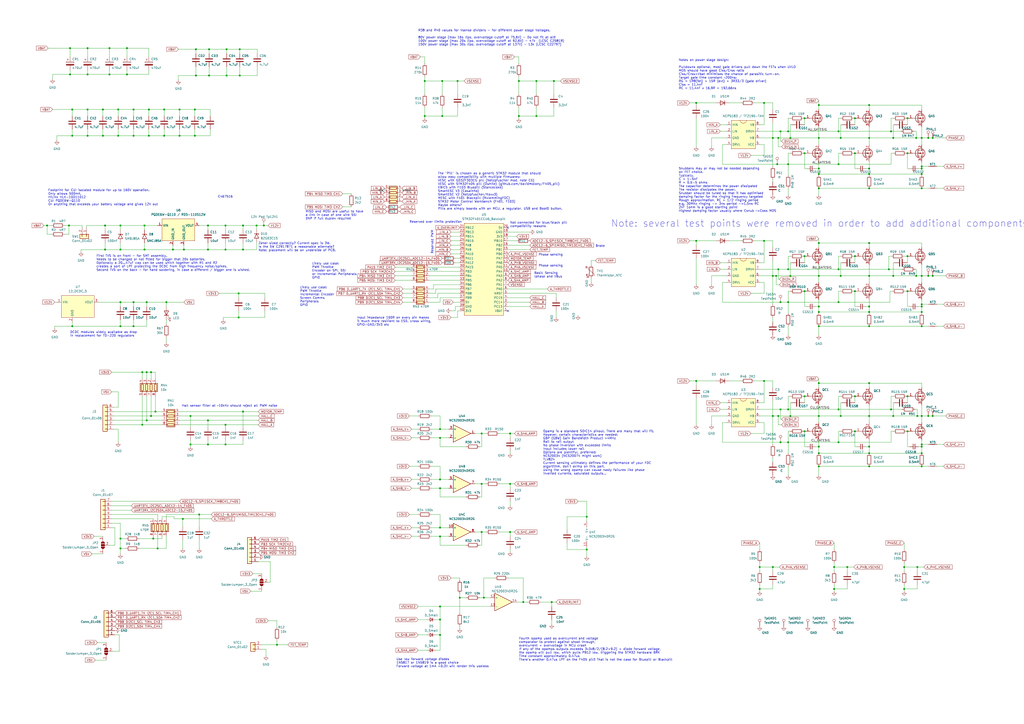
<source format=kicad_sch>
(kicad_sch (version 20230121) (generator eeschema)
  (paper "A2")
  (title_block (title "MP2_ESC_Main"))
  (junction (at 457.2 256.54))
  (junction (at 320.04 349.25))
  (junction (at 256.54 46.99))
  (junction (at 486.41 156.21))
  (junction (at 452.755 76.2))
  (junction (at 83.82 144.78))
  (junction (at 104.14 63.5))
  (junction (at 483.87 341.63))
  (junction (at 131.445 28.575))
  (junction (at 457.2 76.2))
  (junction (at 531.495 80.01))
  (junction (at 321.31 46.99))
  (junction (at 115.57 298.45))
  (junction (at 131.445 43.815))
  (junction (at 160.655 374.015))
  (junction (at 73.66 43.18))
  (junction (at 486.41 95.25))
  (junction (at 538.48 160.02))
  (junction (at 531.495 160.02))
  (junction (at 130.81 246.38))
  (junction (at 60.96 130.81))
  (junction (at 113.665 28.575))
  (junction (at 86.36 63.5))
  (junction (at 279.4 251.46))
  (junction (at 279.4 280.67))
  (junction (at 138.43 170.18))
  (junction (at 41.91 78.74))
  (junction (at 457.2 237.49))
  (junction (at 50.8 27.94))
  (junction (at 403.86 220.98))
  (junction (at 82.55 215.9))
  (junction (at 140.97 238.76))
  (junction (at 504.19 100.965))
  (junction (at 440.69 341.63))
  (junction (at 73.66 27.94))
  (junction (at 90.17 238.76))
  (junction (at 295.91 280.67))
  (junction (at 255.27 359.41))
  (junction (at 524.51 341.63))
  (junction (at 255.27 368.3))
  (junction (at 448.31 241.3))
  (junction (at 452.755 256.54))
  (junction (at 77.47 63.5))
  (junction (at 148.844 130.81))
  (junction (at 541.0552 80.01))
  (junction (at 491.49 328.93))
  (junction (at 534.67 241.3))
  (junction (at 452.755 237.49))
  (junction (at 504.19 97.79))
  (junction (at 538.48 241.3))
  (junction (at 121.285 28.575))
  (junction (at 443.23 139.7))
  (junction (at 541.0552 160.02))
  (junction (at 504.19 140.97))
  (junction (at 443.23 59.69))
  (junction (at 538.48 80.01))
  (junction (at 130.81 130.81))
  (junction (at 457.2 156.21))
  (junction (at 246.38 46.99))
  (junction (at 451.485 241.3))
  (junction (at 474.98 160.02))
  (junction (at 110.49 241.3))
  (junction (at 451.485 80.01))
  (junction (at 534.67 160.02))
  (junction (at 534.67 257.81))
  (junction (at 295.91 251.46))
  (junction (at 486.41 76.2))
  (junction (at 440.69 328.93))
  (junction (at 403.86 139.7))
  (junction (at 495.935 68.58))
  (junction (at 246.38 67.31))
  (junction (at 113.03 63.5))
  (junction (at 495.935 229.87))
  (junction (at 483.87 328.93))
  (junction (at 68.58 78.74))
  (junction (at 138.43 184.15))
  (junction (at 50.8 43.18))
  (junction (at 487.68 80.01))
  (junction (at 59.69 63.5))
  (junction (at 504.19 80.01))
  (junction (at 504.19 60.96))
  (junction (at 495.935 250.19))
  (junction (at 474.98 241.3))
  (junction (at 113.03 78.74))
  (junction (at 303.53 349.25))
  (junction (at 88.9 312.42))
  (junction (at 466.725 168.91))
  (junction (at 457.2 95.25))
  (junction (at 91.44 318.135))
  (junction (at 534.67 270.51))
  (junction (at 63.5 27.94))
  (junction (at 153.035 130.81))
  (junction (at 532.13 328.93))
  (junction (at 458.47 80.01))
  (junction (at 83.82 130.81))
  (junction (at 534.67 180.975))
  (junction (at 474.98 189.23))
  (junction (at 85.09 243.84))
  (junction (at 518.16 241.3))
  (junction (at 458.47 160.02))
  (junction (at 466.725 68.58))
  (junction (at 139.065 43.815))
  (junction (at 532.13 241.3))
  (junction (at 474.98 140.97))
  (junction (at 504.19 222.25))
  (junction (at 474.98 80.01))
  (junction (at 486.41 237.49))
  (junction (at 448.31 328.93))
  (junction (at 113.665 43.815))
  (junction (at 504.19 262.89))
  (junction (at 50.8 78.74))
  (junction (at 474.98 60.96))
  (junction (at 104.14 78.74))
  (junction (at 87.63 215.9))
  (junction (at 68.58 63.5))
  (junction (at 466.725 229.87))
  (junction (at 474.98 180.975))
  (junction (at 534.67 176.53))
  (junction (at 120.65 130.81))
  (junction (at 69.85 189.23))
  (junction (at 474.98 109.22))
  (junction (at 77.47 78.74))
  (junction (at 534.67 100.965))
  (junction (at 77.47 175.26))
  (junction (at 130.81 257.81))
  (junction (at 110.49 257.81))
  (junction (at 495.935 88.9))
  (junction (at 526.415 68.58))
  (junction (at 85.09 215.9))
  (junction (at 474.98 270.51))
  (junction (at 311.15 46.99))
  (junction (at 526.415 88.9))
  (junction (at 82.55 246.38))
  (junction (at 27.305 130.81))
  (junction (at 466.725 88.9))
  (junction (at 60.96 144.78))
  (junction (at 40.64 27.94))
  (junction (at 95.25 63.5))
  (junction (at 534.67 80.01))
  (junction (at 526.415 250.19))
  (junction (at 450.85 95.25))
  (junction (at 474.98 222.25))
  (junction (at 69.85 130.81))
  (junction (at 280.67 346.71))
  (junction (at 541.0552 241.3))
  (junction (at 255.27 283.21))
  (junction (at 515.62 156.21))
  (junction (at 504.19 189.23))
  (junction (at 255.27 254))
  (junction (at 474.98 262.89))
  (junction (at 120.65 243.84))
  (junction (at 69.85 144.78))
  (junction (at 265.43 46.99))
  (junction (at 86.36 78.74))
  (junction (at 486.41 256.54))
  (junction (at 255.27 311.15))
  (junction (at 311.15 67.31))
  (junction (at 486.41 175.26))
  (junction (at 474.98 100.965))
  (junction (at 300.99 46.99))
  (junction (at 255.27 306.07))
  (junction (at 487.68 160.02))
  (junction (at 534.67 96.52))
  (junction (at 85.09 175.26))
  (junction (at 458.47 241.3))
  (junction (at 63.5 43.18))
  (junction (at 495.935 148.59))
  (junction (at 504.19 177.8))
  (junction (at 255.27 351.79))
  (junction (at 40.64 43.18))
  (junction (at 340.36 318.77))
  (junction (at 534.67 262.89))
  (junction (at 487.68 241.3))
  (junction (at 41.91 63.5))
  (junction (at 504.19 160.02))
  (junction (at 69.85 312.42))
  (junction (at 534.67 259.08))
  (junction (at 255.27 278.13))
  (junction (at 140.97 130.81))
  (junction (at 255.27 248.92))
  (junction (at 59.69 78.74))
  (junction (at 69.85 318.135))
  (junction (at 504.19 109.22))
  (junction (at 139.065 28.575))
  (junction (at 450.215 160.02))
  (junction (at 279.4 308.61))
  (junction (at 526.415 229.87))
  (junction (at 41.91 189.23))
  (junction (at 121.285 43.815))
  (junction (at 120.65 144.78))
  (junction (at 300.99 67.31))
  (junction (at 524.51 328.93))
  (junction (at 403.86 59.69))
  (junction (at 140.97 144.78))
  (junction (at 457.2 175.26))
  (junction (at 130.81 144.78))
  (junction (at 100.33 144.78))
  (junction (at 96.52 175.26))
  (junction (at 77.47 189.23))
  (junction (at 266.7 346.71))
  (junction (at 534.67 177.8))
  (junction (at 106.68 144.78))
  (junction (at 50.8 63.5))
  (junction (at 474.98 177.8))
  (junction (at 466.725 250.19))
  (junction (at 40.005 130.81))
  (junction (at 69.85 175.26))
  (junction (at 451.485 156.21))
  (junction (at 452.755 175.26))
  (junction (at 495.935 168.91))
  (junction (at 474.98 259.08))
  (junction (at 106.045 300.99))
  (junction (at 534.67 97.79))
  (junction (at 448.31 160.02))
  (junction (at 474.98 97.79))
  (junction (at 95.25 78.74))
  (junction (at 516.89 237.49))
  (junction (at 256.54 67.31))
  (junction (at 443.23 220.98))
  (junction (at 526.415 148.59))
  (junction (at 448.31 80.01))
  (junction (at 87.63 241.3))
  (junction (at 295.91 308.61))
  (junction (at 504.19 241.3))
  (junction (at 340.36 299.72))
  (junction (at 466.725 148.59))
  (junction (at 518.16 80.01))
  (junction (at 526.415 168.91))
  (junction (at 534.67 189.23))
  (junction (at 120.65 257.81))
  (junction (at 518.16 160.02))
  (junction (at 504.19 270.51))
  (junction (at 534.67 109.22))
  (junction (at 504.19 259.08))
  (junction (at 516.89 76.2))
  (junction (at 504.19 180.975))
  (no_connect (at 294.64 180.34))
  (no_connect (at 294.64 132.08))
  (wire (pts (xy 321.31 46.99) (xy 325.12 46.99)))
  (wire (pts (xy 140.97 257.81) (xy 130.81 257.81)))
  (wire (pts (xy 440.69 245.11) (xy 443.23 245.11)))
  (wire (pts (xy 307.34 175.26) (xy 294.64 175.26)))
  (wire (pts (xy 440.69 76.2) (xy 452.755 76.2)))
  (wire (pts (xy 299.72 349.25) (xy 303.53 349.25)))
  (wire (pts (xy 250.19 283.21) (xy 255.27 283.21)))
  (wire (pts (xy 448.31 265.43) (xy 448.31 267.97)))
  (wire (pts (xy 487.68 152.4) (xy 487.68 160.02)))
  (wire (pts (xy 80.645 318.135) (xy 91.44 318.135)))
  (wire (pts (xy 60.96 140.97) (xy 60.96 144.78)))
  (wire (pts (xy 69.85 318.135) (xy 69.85 321.31)))
  (wire (pts (xy 229.235 157.48) (xy 238.76 157.48)))
  (wire (pts (xy 246.38 62.23) (xy 246.38 67.31)))
  (wire (pts (xy 255.27 278.13) (xy 260.35 278.13)))
  (wire (pts (xy 59.69 63.5) (xy 59.69 67.31)))
  (wire (pts (xy 59.69 74.93) (xy 59.69 78.74)))
  (wire (pts (xy 66.04 246.38) (xy 82.55 246.38)))
  (wire (pts (xy 518.795 72.39) (xy 518.16 72.39)))
  (wire (pts (xy 452.755 175.26) (xy 457.2 175.26)))
  (wire (pts (xy 518.16 250.19) (xy 516.89 250.19)))
  (wire (pts (xy 121.92 78.74) (xy 113.03 78.74)))
  (wire (pts (xy 497.205 177.8) (xy 495.935 177.8)))
  (wire (pts (xy 287.02 335.28) (xy 280.67 335.28)))
  (wire (pts (xy 453.39 246.38) (xy 451.485 246.38)))
  (wire (pts (xy 452.755 76.2) (xy 457.2 76.2)))
  (wire (pts (xy 77.47 78.74) (xy 86.36 78.74)))
  (wire (pts (xy 440.69 241.3) (xy 448.31 241.3)))
  (wire (pts (xy 483.87 314.96) (xy 483.87 318.77)))
  (wire (pts (xy 64.77 290.83) (xy 104.14 290.83)))
  (wire (pts (xy 255.27 359.41) (xy 252.73 359.41)))
  (wire (pts (xy 261.62 137.16) (xy 266.7 137.16)))
  (wire (pts (xy 130.81 140.97) (xy 130.81 144.78)))
  (wire (pts (xy 491.49 328.93) (xy 491.49 331.47)))
  (wire (pts (xy 474.98 259.08) (xy 474.98 262.89)))
  (wire (pts (xy 130.81 246.38) (xy 149.86 246.38)))
  (wire (pts (xy 474.98 270.51) (xy 504.19 270.51)))
  (wire (pts (xy 486.41 229.87) (xy 486.41 237.49)))
  (wire (pts (xy 264.16 177.8) (xy 264.16 180.34)))
  (wire (pts (xy 419.1 95.25) (xy 450.85 95.25)))
  (wire (pts (xy 448.31 63.5) (xy 448.31 59.69)))
  (wire (pts (xy 466.09 250.19) (xy 466.725 250.19)))
  (wire (pts (xy 47.625 130.81) (xy 40.005 130.81)))
  (wire (pts (xy 518.16 68.58) (xy 516.89 68.58)))
  (wire (pts (xy 467.995 97.79) (xy 466.725 97.79)))
  (wire (pts (xy 543.56 257.81) (xy 547.37 257.81)))
  (wire (pts (xy 295.91 293.37) (xy 295.91 290.83)))
  (wire (pts (xy 250.19 298.45) (xy 255.27 298.45)))
  (wire (pts (xy 474.98 222.25) (xy 474.98 224.79)))
  (wire (pts (xy 518.16 80.01) (xy 531.495 80.01)))
  (wire (pts (xy 47.625 132.08) (xy 47.625 130.81)))
  (wire (pts (xy 50.8 43.18) (xy 63.5 43.18)))
  (wire (pts (xy 106.045 313.055) (xy 106.045 318.135)))
  (wire (pts (xy 525.78 68.58) (xy 526.415 68.58)))
  (wire (pts (xy 440.69 328.93) (xy 440.69 331.47)))
  (wire (pts (xy 534.67 140.97) (xy 534.67 143.51)))
  (wire (pts (xy 435.61 251.46) (xy 443.23 251.46)))
  (wire (pts (xy 265.43 180.34) (xy 266.7 180.34)))
  (wire (pts (xy 77.47 74.93) (xy 77.47 78.74)))
  (wire (pts (xy 138.43 170.18) (xy 153.67 170.18)))
  (wire (pts (xy 452.12 165.1) (xy 450.215 165.1)))
  (wire (pts (xy 518.16 233.68) (xy 518.16 241.3)))
  (wire (pts (xy 487.68 168.91) (xy 486.41 168.91)))
  (wire (pts (xy 474.98 109.22) (xy 504.19 109.22)))
  (wire (pts (xy 138.43 170.18) (xy 138.43 172.72)))
  (wire (pts (xy 270.51 288.29) (xy 255.27 288.29)))
  (wire (pts (xy 77.47 63.5) (xy 77.47 67.31)))
  (wire (pts (xy 486.41 175.26) (xy 516.255 175.26)))
  (wire (pts (xy 90.17 238.76) (xy 93.98 238.76)))
  (wire (pts (xy 69.85 140.97) (xy 69.85 144.78)))
  (wire (pts (xy 543.56 189.23) (xy 547.37 189.23)))
  (wire (pts (xy 403.86 68.58) (xy 403.86 85.09)))
  (wire (pts (xy 85.09 175.26) (xy 85.09 177.8)))
  (wire (pts (xy 457.2 250.19) (xy 457.2 256.54)))
  (wire (pts (xy 151.765 374.015) (xy 160.655 374.015)))
  (wire (pts (xy 255.27 283.21) (xy 260.35 283.21)))
  (wire (pts (xy 130.81 255.27) (xy 130.81 257.81)))
  (wire (pts (xy 87.63 215.9) (xy 90.17 215.9)))
  (wire (pts (xy 250.19 278.13) (xy 255.27 278.13)))
  (wire (pts (xy 66.04 248.92) (xy 68.58 248.92)))
  (wire (pts (xy 417.83 152.4) (xy 421.64 152.4)))
  (wire (pts (xy 104.14 246.38) (xy 130.81 246.38)))
  (wire (pts (xy 534.67 153.67) (xy 534.67 160.02)))
  (wire (pts (xy 403.86 220.98) (xy 415.29 220.98)))
  (wire (pts (xy 453.39 243.205) (xy 452.755 243.205)))
  (wire (pts (xy 466.725 229.87) (xy 466.725 233.68)))
  (wire (pts (xy 120.65 130.81) (xy 130.81 130.81)))
  (wire (pts (xy 255.27 288.29) (xy 255.27 283.21)))
  (wire (pts (xy 328.93 318.77) (xy 340.36 318.77)))
  (wire (pts (xy 525.78 229.87) (xy 526.415 229.87)))
  (wire (pts (xy 95.25 78.74) (xy 104.14 78.74)))
  (wire (pts (xy 487.68 160.02) (xy 504.19 160.02)))
  (wire (pts (xy 495.3 68.58) (xy 495.935 68.58)))
  (wire (pts (xy 328.93 307.34) (xy 328.93 299.72)))
  (wire (pts (xy 149.225 28.575) (xy 149.225 31.115)))
  (wire (pts (xy 474.98 270.51) (xy 474.98 275.59)))
  (wire (pts (xy 440.69 80.01) (xy 448.31 80.01)))
  (wire (pts (xy 458.47 160.02) (xy 474.98 160.02)))
  (wire (pts (xy 466.09 68.58) (xy 466.725 68.58)))
  (wire (pts (xy 311.15 46.99) (xy 321.31 46.99)))
  (wire (pts (xy 238.76 278.13) (xy 242.57 278.13)))
  (wire (pts (xy 532.765 97.79) (xy 534.67 97.79)))
  (wire (pts (xy 547.37 109.22) (xy 543.56 109.22)))
  (wire (pts (xy 534.67 176.53) (xy 538.48 176.53)))
  (wire (pts (xy 294.64 134.62) (xy 307.34 134.62)))
  (wire (pts (xy 516.89 148.59) (xy 515.62 148.59)))
  (wire (pts (xy 103.505 28.575) (xy 113.665 28.575)))
  (wire (pts (xy 534.67 160.02) (xy 534.67 163.83)))
  (wire (pts (xy 451.485 161.925) (xy 451.485 156.21)))
  (wire (pts (xy 440.69 152.4) (xy 443.23 152.4)))
  (wire (pts (xy 311.15 67.31) (xy 300.99 67.31)))
  (wire (pts (xy 87.63 215.9) (xy 87.63 219.71)))
  (wire (pts (xy 266.7 346.71) (xy 266.7 355.6)))
  (wire (pts (xy 474.98 160.02) (xy 487.68 160.02)))
  (wire (pts (xy 457.2 95.25) (xy 486.41 95.25)))
  (wire (pts (xy 448.31 71.12) (xy 448.31 80.01)))
  (wire (pts (xy 248.92 160.02) (xy 266.7 160.02)))
  (wire (pts (xy 487.68 80.01) (xy 504.19 80.01)))
  (wire (pts (xy 466.725 97.79) (xy 466.725 88.9)))
  (wire (pts (xy 50.8 74.93) (xy 50.8 78.74)))
  (wire (pts (xy 495.935 68.58) (xy 495.935 72.39)))
  (wire (pts (xy 278.13 346.71) (xy 280.67 346.71)))
  (wire (pts (xy 495.935 250.19) (xy 496.57 250.19)))
  (wire (pts (xy 448.31 241.3) (xy 451.485 241.3)))
  (wire (pts (xy 41.91 189.23) (xy 41.91 186.69)))
  (wire (pts (xy 504.19 241.3) (xy 518.16 241.3)))
  (wire (pts (xy 504.19 73.66) (xy 504.19 80.01)))
  (wire (pts (xy 56.515 372.745) (xy 61.595 372.745)))
  (wire (pts (xy 541.0552 80.01) (xy 548.64 80.01)))
  (wire (pts (xy 448.31 241.3) (xy 448.31 257.81)))
  (wire (pts (xy 307.34 177.8) (xy 294.64 177.8)))
  (wire (pts (xy 66.675 306.07) (xy 64.77 306.07)))
  (wire (pts (xy 279.4 316.23) (xy 279.4 308.61)))
  (wire (pts (xy 440.69 163.83) (xy 443.23 163.83)))
  (wire (pts (xy 453.39 85.09) (xy 451.485 85.09)))
  (wire (pts (xy 504.19 189.23) (xy 534.67 189.23)))
  (wire (pts (xy 68.58 248.92) (xy 68.58 256.54)))
  (wire (pts (xy 458.47 241.3) (xy 474.98 241.3)))
  (wire (pts (xy 526.415 88.9) (xy 527.05 88.9)))
  (wire (pts (xy 516.89 250.19) (xy 516.89 256.54)))
  (wire (pts (xy 474.98 100.965) (xy 504.19 100.965)))
  (wire (pts (xy 495.935 68.58) (xy 496.57 68.58)))
  (wire (pts (xy 250.19 241.3) (xy 255.27 241.3)))
  (wire (pts (xy 91.44 318.135) (xy 96.52 318.135)))
  (wire (pts (xy 534.67 80.01) (xy 538.48 80.01)))
  (wire (pts (xy 526.415 148.59) (xy 526.415 152.4)))
  (wire (pts (xy 131.445 28.575) (xy 131.445 31.115)))
  (wire (pts (xy 534.67 160.02) (xy 538.48 160.02)))
  (wire (pts (xy 80.645 312.42) (xy 88.9 312.42)))
  (wire (pts (xy 504.19 180.975) (xy 534.67 180.975)))
  (wire (pts (xy 458.47 72.39) (xy 458.47 80.01)))
  (wire (pts (xy 140.97 130.81) (xy 148.844 130.81)))
  (wire (pts (xy 242.57 351.79) (xy 255.27 351.79)))
  (wire (pts (xy 145.415 342.9) (xy 151.765 342.9)))
  (wire (pts (xy 139.065 28.575) (xy 139.065 31.115)))
  (wire (pts (xy 538.48 160.02) (xy 541.0552 160.02)))
  (wire (pts (xy 518.16 152.4) (xy 518.16 160.02)))
  (wire (pts (xy 262.89 175.26) (xy 266.7 175.26)))
  (wire (pts (xy 255.27 377.19) (xy 252.73 377.19)))
  (wire (pts (xy 63.5 43.18) (xy 73.66 43.18)))
  (wire (pts (xy 256.54 46.99) (xy 265.43 46.99)))
  (wire (pts (xy 300.99 46.99) (xy 300.99 54.61)))
  (wire (pts (xy 27.305 135.89) (xy 27.305 130.81)))
  (wire (pts (xy 104.14 243.84) (xy 120.65 243.84)))
  (wire (pts (xy 255.27 172.72) (xy 255.27 175.26)))
  (wire (pts (xy 466.725 68.58) (xy 467.36 68.58)))
  (wire (pts (xy 524.51 328.93) (xy 524.51 331.47)))
  (wire (pts (xy 237.49 241.3) (xy 242.57 241.3)))
  (wire (pts (xy 452.755 243.205) (xy 452.755 237.49)))
  (wire (pts (xy 474.98 60.96) (xy 474.98 63.5)))
  (wire (pts (xy 229.235 162.56) (xy 238.76 162.56)))
  (wire (pts (xy 149.86 325.755) (xy 156.845 325.755)))
  (wire (pts (xy 82.55 246.38) (xy 93.98 246.38)))
  (wire (pts (xy 440.69 233.68) (xy 443.23 233.68)))
  (wire (pts (xy 483.87 328.93) (xy 491.49 328.93)))
  (wire (pts (xy 487.68 72.39) (xy 487.68 80.01)))
  (wire (pts (xy 85.09 229.87) (xy 85.09 243.84)))
  (wire (pts (xy 46.99 146.05) (xy 46.99 144.78)))
  (wire (pts (xy 303.53 349.25) (xy 306.07 349.25)))
  (wire (pts (xy 328.93 314.96) (xy 328.93 318.77)))
  (wire (pts (xy 68.58 63.5) (xy 77.47 63.5)))
  (wire (pts (xy 419.1 245.11) (xy 421.64 245.11)))
  (wire (pts (xy 457.2 148.59) (xy 457.2 156.21)))
  (wire (pts (xy 64.77 298.45) (xy 91.44 298.45)))
  (wire (pts (xy 66.04 241.3) (xy 87.63 241.3)))
  (wire (pts (xy 320.04 349.25) (xy 320.04 351.79)))
  (wire (pts (xy 69.85 312.42) (xy 69.85 318.135)))
  (wire (pts (xy 229.235 160.02) (xy 238.76 160.02)))
  (wire (pts (xy 85.09 243.84) (xy 93.98 243.84)))
  (wire (pts (xy 103.505 43.815) (xy 113.665 43.815)))
  (wire (pts (xy 69.85 175.26) (xy 77.47 175.26)))
  (wire (pts (xy 491.49 341.63) (xy 483.87 341.63)))
  (wire (pts (xy 340.36 290.83) (xy 340.36 299.72)))
  (wire (pts (xy 246.38 67.31) (xy 246.38 68.58)))
  (wire (pts (xy 96.52 298.45) (xy 115.57 298.45)))
  (wire (pts (xy 534.67 93.98) (xy 534.67 96.52)))
  (wire (pts (xy 279.4 251.46) (xy 281.94 251.46)))
  (wire (pts (xy 233.68 172.72) (xy 238.76 172.72)))
  (wire (pts (xy 27.94 27.94) (xy 40.64 27.94)))
  (wire (pts (xy 488.315 233.68) (xy 487.68 233.68)))
  (wire (pts (xy 138.43 180.34) (xy 138.43 184.15)))
  (wire (pts (xy 459.105 233.68) (xy 458.47 233.68)))
  (wire (pts (xy 466.725 229.87) (xy 467.36 229.87)))
  (wire (pts (xy 60.96 130.81) (xy 69.85 130.81)))
  (wire (pts (xy 280.67 335.28) (xy 280.67 346.71)))
  (wire (pts (xy 417.83 76.2) (xy 421.64 76.2)))
  (wire (pts (xy 130.81 130.81) (xy 130.81 133.35)))
  (wire (pts (xy 121.285 28.575) (xy 131.445 28.575)))
  (wire (pts (xy 264.16 152.4) (xy 266.7 152.4)))
  (wire (pts (xy 69.85 185.42) (xy 69.85 189.23)))
  (wire (pts (xy 466.725 250.19) (xy 467.36 250.19)))
  (wire (pts (xy 160.655 374.015) (xy 167.005 374.015)))
  (wire (pts (xy 488.315 72.39) (xy 487.68 72.39)))
  (wire (pts (xy 457.2 189.23) (xy 457.2 194.31)))
  (wire (pts (xy 255.27 359.41) (xy 255.27 368.3)))
  (wire (pts (xy 265.43 46.99) (xy 265.43 54.61)))
  (wire (pts (xy 113.03 63.5) (xy 121.92 63.5)))
  (wire (pts (xy 275.59 280.67) (xy 279.4 280.67)))
  (wire (pts (xy 474.98 80.01) (xy 474.98 83.82)))
  (wire (pts (xy 261.62 139.7) (xy 266.7 139.7)))
  (wire (pts (xy 242.57 283.21) (xy 238.76 283.21)))
  (wire (pts (xy 140.97 130.81) (xy 140.97 133.35)))
  (wire (pts (xy 317.5 167.64) (xy 294.64 167.64)))
  (wire (pts (xy 419.1 83.82) (xy 419.1 95.25)))
  (wire (pts (xy 140.97 255.27) (xy 140.97 257.81)))
  (wire (pts (xy 251.46 165.1) (xy 266.7 165.1)))
  (wire (pts (xy 96.52 311.15) (xy 96.52 318.135)))
  (wire (pts (xy 527.685 177.8) (xy 526.415 177.8)))
  (wire (pts (xy 64.77 227.33) (xy 68.58 227.33)))
  (wire (pts (xy 139.065 43.815) (xy 131.445 43.815)))
  (wire (pts (xy 37.465 135.89) (xy 40.005 135.89)))
  (wire (pts (xy 534.67 60.96) (xy 534.67 63.5)))
  (wire (pts (xy 504.19 109.22) (xy 534.67 109.22)))
  (wire (pts (xy 495.935 229.87) (xy 496.57 229.87)))
  (wire (pts (xy 435.61 90.17) (xy 443.23 90.17)))
  (wire (pts (xy 113.665 28.575) (xy 113.665 31.115)))
  (wire (pts (xy 248.92 172.72) (xy 254 172.72)))
  (wire (pts (xy 255.27 298.45) (xy 255.27 306.07)))
  (wire (pts (xy 403.86 149.86) (xy 403.86 165.1)))
  (wire (pts (xy 486.41 76.2) (xy 516.89 76.2)))
  (wire (pts (xy 417.83 237.49) (xy 421.64 237.49)))
  (wire (pts (xy 491.49 339.09) (xy 491.49 341.63)))
  (wire (pts (xy 151.765 376.555) (xy 154.305 376.555)))
  (wire (pts (xy 458.47 152.4) (xy 458.47 160.02)))
  (wire (pts (xy 532.13 237.49) (xy 532.13 241.3)))
  (wire (pts (xy 303.53 349.25) (xy 303.53 335.28)))
  (wire (pts (xy 93.98 311.15) (xy 93.98 312.42)))
  (wire (pts (xy 531.495 160.02) (xy 534.67 160.02)))
  (wire (pts (xy 41.91 74.93) (xy 41.91 78.74)))
  (wire (pts (xy 104.14 78.74) (xy 113.03 78.74)))
  (wire (pts (xy 525.145 168.91) (xy 526.415 168.91)))
  (wire (pts (xy 87.63 241.3) (xy 93.98 241.3)))
  (wire (pts (xy 85.09 185.42) (xy 85.09 189.23)))
  (wire (pts (xy 448.31 232.41) (xy 448.31 241.3)))
  (wire (pts (xy 486.41 168.91) (xy 486.41 175.26)))
  (wire (pts (xy 37.465 130.81) (xy 40.005 130.81)))
  (wire (pts (xy 474.98 97.79) (xy 474.98 100.965)))
  (wire (pts (xy 504.19 177.8) (xy 504.19 180.975)))
  (wire (pts (xy 495.3 148.59) (xy 495.935 148.59)))
  (wire (pts (xy 504.19 173.99) (xy 504.19 177.8)))
  (wire (pts (xy 495.3 88.9) (xy 495.935 88.9)))
  (wire (pts (xy 289.56 308.61) (xy 295.91 308.61)))
  (wire (pts (xy 486.41 156.21) (xy 515.62 156.21)))
  (wire (pts (xy 440.69 326.39) (xy 440.69 328.93)))
  (wire (pts (xy 295.91 283.21) (xy 295.91 280.67)))
  (wire (pts (xy 68.58 63.5) (xy 68.58 67.31)))
  (wire (pts (xy 86.36 63.5) (xy 86.36 67.31)))
  (wire (pts (xy 457.2 175.26) (xy 486.41 175.26)))
  (wire (pts (xy 530.86 156.21) (xy 531.495 156.21)))
  (wire (pts (xy 280.67 346.71) (xy 284.48 346.71)))
  (wire (pts (xy 238.76 248.92) (xy 242.57 248.92)))
  (wire (pts (xy 127 170.18) (xy 138.43 170.18)))
  (wire (pts (xy 443.23 83.82) (xy 443.23 90.17)))
  (wire (pts (xy 251.46 167.64) (xy 251.46 165.1)))
  (wire (pts (xy 96.52 195.58) (xy 96.52 198.755)))
  (wire (pts (xy 437.515 139.7) (xy 443.23 139.7)))
  (wire (pts (xy 448.31 143.51) (xy 448.31 139.7)))
  (wire (pts (xy 294.64 139.7) (xy 299.72 139.7)))
  (wire (pts (xy 474.98 255.27) (xy 474.98 259.08)))
  (wire (pts (xy 457.2 168.91) (xy 457.2 175.26)))
  (wire (pts (xy 534.67 255.27) (xy 534.67 257.81)))
  (wire (pts (xy 295.91 311.15) (xy 295.91 308.61)))
  (wire (pts (xy 250.19 248.92) (xy 255.27 248.92)))
  (wire (pts (xy 495.935 148.59) (xy 496.57 148.59)))
  (wire (pts (xy 242.57 377.19) (xy 247.65 377.19)))
  (wire (pts (xy 31.75 190.5) (xy 31.75 189.23)))
  (wire (pts (xy 504.19 234.95) (xy 504.19 241.3)))
  (wire (pts (xy 448.31 328.93) (xy 452.12 328.93)))
  (wire (pts (xy 448.31 184.15) (xy 448.31 186.69)))
  (wire (pts (xy 457.2 88.9) (xy 457.2 95.25)))
  (wire (pts (xy 457.2 256.54) (xy 457.2 262.89)))
  (wire (pts (xy 443.23 152.4) (xy 443.23 139.7)))
  (wire (pts (xy 265.43 184.15) (xy 265.43 180.34)))
  (wire (pts (xy 451.485 80.01) (xy 458.47 80.01)))
  (wire (pts (xy 448.31 224.79) (xy 448.31 220.98)))
  (wire (pts (xy 243.84 33.02) (xy 246.38 33.02)))
  (wire (pts (xy 121.285 28.575) (xy 121.285 31.115)))
  (wire (pts (xy 440.69 83.82) (xy 443.23 83.82)))
  (wire (pts (xy 68.58 78.74) (xy 59.69 78.74)))
  (wire (pts (xy 261.62 180.34) (xy 264.16 180.34)))
  (wire (pts (xy 300.99 44.45) (xy 300.99 46.99)))
  (wire (pts (xy 104.14 238.76) (xy 140.97 238.76)))
  (wire (pts (xy 85.09 215.9) (xy 87.63 215.9)))
  (wire (pts (xy 113.665 28.575) (xy 121.285 28.575)))
  (wire (pts (xy 421.64 160.02) (xy 412.75 160.02)))
  (wire (pts (xy 96.52 175.26) (xy 106.68 175.26)))
  (wire (pts (xy 53.34 321.31) (xy 59.69 321.31)))
  (wire (pts (xy 121.285 38.735) (xy 121.285 43.815)))
  (wire (pts (xy 54.61 311.15) (xy 59.69 311.15)))
  (wire (pts (xy 69.85 130.81) (xy 83.82 130.81)))
  (wire (pts (xy 86.36 74.93) (xy 86.36 78.74)))
  (wire (pts (xy 538.48 80.01) (xy 541.0552 80.01)))
  (wire (pts (xy 242.57 368.3) (xy 247.65 368.3)))
  (wire (pts (xy 443.23 163.83) (xy 443.23 170.18)))
  (wire (pts (xy 242.57 311.15) (xy 238.76 311.15)))
  (wire (pts (xy 419.1 256.54) (xy 452.755 256.54)))
  (wire (pts (xy 531.495 156.21) (xy 531.495 160.02)))
  (wire (pts (xy 64.77 300.99) (xy 88.9 300.99)))
  (wire (pts (xy 532.13 339.09) (xy 532.13 341.63)))
  (wire (pts (xy 160.655 371.475) (xy 160.655 374.015)))
  (wire (pts (xy 504.19 140.97) (xy 534.67 140.97)))
  (wire (pts (xy 495.3 229.87) (xy 495.935 229.87)))
  (wire (pts (xy 443.23 233.68) (xy 443.23 220.98)))
  (wire (pts (xy 255.27 306.07) (xy 260.35 306.07)))
  (wire (pts (xy 250.19 311.15) (xy 255.27 311.15)))
  (wire (pts (xy 233.68 167.64) (xy 238.76 167.64)))
  (wire (pts (xy 526.415 68.58) (xy 526.415 72.39)))
  (wire (pts (xy 110.49 241.3) (xy 110.49 247.65)))
  (wire (pts (xy 518.16 88.9) (xy 516.89 88.9)))
  (wire (pts (xy 504.19 93.98) (xy 504.19 97.79)))
  (wire (pts (xy 90.17 229.87) (xy 90.17 238.76)))
  (wire (pts (xy 256.54 46.99) (xy 256.54 54.61)))
  (wire (pts (xy 275.59 251.46) (xy 279.4 251.46)))
  (wire (pts (xy 448.31 104.14) (xy 448.31 105.41)))
  (wire (pts (xy 451.485 246.38) (xy 451.485 241.3)))
  (wire (pts (xy 120.65 243.84) (xy 120.65 247.65)))
  (wire (pts (xy 504.19 180.975) (xy 504.19 181.61)))
  (wire (pts (xy 532.13 341.63) (xy 524.51 341.63)))
  (wire (pts (xy 448.31 59.69) (xy 443.23 59.69)))
  (wire (pts (xy 31.75 189.23) (xy 41.91 189.23)))
  (wire (pts (xy 110.49 241.3) (xy 149.86 241.3)))
  (wire (pts (xy 495.935 177.8) (xy 495.935 168.91)))
  (wire (pts (xy 104.14 241.3) (xy 110.49 241.3)))
  (wire (pts (xy 504.19 222.25) (xy 534.67 222.25)))
  (wire (pts (xy 417.83 72.39) (xy 421.64 72.39)))
  (wire (pts (xy 474.98 241.3) (xy 487.68 241.3)))
  (wire (pts (xy 122.555 300.99) (xy 106.045 300.99)))
  (wire (pts (xy 466.09 148.59) (xy 466.725 148.59)))
  (wire (pts (xy 495.935 259.08) (xy 495.935 250.19)))
  (wire (pts (xy 156.845 337.82) (xy 155.575 337.82)))
  (wire (pts (xy 110.49 257.81) (xy 110.49 259.08)))
  (wire (pts (xy 69.85 144.78) (xy 83.82 144.78)))
  (wire (pts (xy 103.505 43.815) (xy 103.505 46.355)))
  (wire (pts (xy 419.1 175.26) (xy 452.755 175.26)))
  (wire (pts (xy 248.92 167.64) (xy 251.46 167.64)))
  (wire (pts (xy 448.31 160.02) (xy 448.31 176.53)))
  (wire (pts (xy 534.67 176.53) (xy 534.67 177.8)))
  (wire (pts (xy 121.92 74.93) (xy 121.92 78.74)))
  (wire (pts (xy 452.755 81.915) (xy 452.755 76.2)))
  (wire (pts (xy 300.99 67.31) (xy 300.99 68.58)))
  (wire (pts (xy 534.67 96.52) (xy 534.67 97.79)))
  (wire (pts (xy 495.935 229.87) (xy 495.935 233.68)))
  (wire (pts (xy 149.225 38.735) (xy 149.225 43.815)))
  (wire (pts (xy 453.39 81.915) (xy 452.755 81.915)))
  (wire (pts (xy 148.844 130.81) (xy 148.844 133.096)))
  (wire (pts (xy 516.89 68.58) (xy 516.89 76.2)))
  (wire (pts (xy 457.2 181.61) (xy 457.2 175.26)))
  (wire (pts (xy 242.57 254) (xy 238.76 254)))
  (wire (pts (xy 246.38 33.02) (xy 246.38 36.83)))
  (wire (pts (xy 83.82 140.97) (xy 83.82 144.78)))
  (wire (pts (xy 95.25 63.5) (xy 95.25 67.31)))
  (wire (pts (xy 69.85 303.53) (xy 69.85 312.42)))
  (wire (pts (xy 82.55 229.87) (xy 82.55 246.38)))
  (wire (pts (xy 448.31 341.63) (xy 440.69 341.63)))
  (wire (pts (xy 252.73 167.64) (xy 252.73 170.18)))
  (wire (pts (xy 106.045 300.99) (xy 106.045 305.435)))
  (wire (pts (xy 160.655 360.045) (xy 160.655 363.855)))
  (wire (pts (xy 265.43 62.23) (xy 265.43 67.31)))
  (wire (pts (xy 534.67 173.99) (xy 534.67 176.53)))
  (wire (pts (xy 497.205 97.79) (xy 495.935 97.79)))
  (wire (pts (xy 448.31 80.01) (xy 448.31 96.52)))
  (wire (pts (xy 279.4 280.67) (xy 281.94 280.67)))
  (wire (pts (xy 534.67 80.01) (xy 534.67 83.82)))
  (wire (pts (xy 153.67 180.34) (xy 153.67 184.15)))
  (wire (pts (xy 140.97 140.97) (xy 140.97 144.78)))
  (wire (pts (xy 40.64 27.94) (xy 50.8 27.94)))
  (wire (pts (xy 300.99 46.99) (xy 311.15 46.99)))
  (wire (pts (xy 255.27 259.08) (xy 255.27 254)))
  (wire (pts (xy 278.13 259.08) (xy 279.4 259.08)))
  (wire (pts (xy 400.05 220.98) (xy 403.86 220.98)))
  (wire (pts (xy 474.98 80.01) (xy 487.68 80.01)))
  (wire (pts (xy 495.935 97.79) (xy 495.935 88.9)))
  (wire (pts (xy 41.91 63.5) (xy 41.91 67.31)))
  (wire (pts (xy 106.68 144.78) (xy 120.65 144.78)))
  (wire (pts (xy 474.98 173.99) (xy 474.98 177.8)))
  (wire (pts (xy 153.035 130.81) (xy 155.575 130.81)))
  (wire (pts (xy 246.38 46.99) (xy 256.54 46.99)))
  (wire (pts (xy 270.51 259.08) (xy 255.27 259.08)))
  (wire (pts (xy 487.68 233.68) (xy 487.68 241.3)))
  (wire (pts (xy 246.38 46.99) (xy 246.38 54.61)))
  (wire (pts (xy 504.19 60.96) (xy 504.19 63.5)))
  (wire (pts (xy 96.52 298.45) (xy 96.52 300.99)))
  (wire (pts (xy 295.91 262.89) (xy 295.91 261.62)))
  (wire (pts (xy 534.67 241.3) (xy 538.48 241.3)))
  (wire (pts (xy 527.685 97.79) (xy 526.415 97.79)))
  (wire (pts (xy 400.05 59.69) (xy 403.86 59.69)))
  (wire (pts (xy 504.19 97.79) (xy 504.19 100.965)))
  (wire (pts (xy 491.49 328.93) (xy 495.3 328.93)))
  (wire (pts (xy 474.98 189.23) (xy 504.19 189.23)))
  (wire (pts (xy 60.96 130.81) (xy 60.96 133.35)))
  (wire (pts (xy 457.2 250.19) (xy 458.47 250.19)))
  (wire (pts (xy 486.41 88.9) (xy 486.41 95.25)))
  (wire (pts (xy 100.965 300.99) (xy 100.965 299.72)))
  (wire (pts (xy 294.64 137.16) (xy 299.72 137.16)))
  (wire (pts (xy 440.69 341.63) (xy 440.69 342.9)))
  (wire (pts (xy 412.75 160.02) (xy 412.75 165.1)))
  (wire (pts (xy 250.19 254) (xy 255.27 254)))
  (wire (pts (xy 495.935 168.91) (xy 496.57 168.91)))
  (wire (pts (xy 466.09 229.87) (xy 466.725 229.87)))
  (wire (pts (xy 76.2 295.91) (xy 64.77 295.91)))
  (wire (pts (xy 403.86 139.7) (xy 415.29 139.7)))
  (wire (pts (xy 65.405 377.825) (xy 69.215 377.825)))
  (wire (pts (xy 40.64 43.18) (xy 50.8 43.18)))
  (wire (pts (xy 473.075 97.79) (xy 474.98 97.79)))
  (wire (pts (xy 448.31 328.93) (xy 448.31 331.47)))
  (wire (pts (xy 448.31 151.13) (xy 448.31 160.02)))
  (wire (pts (xy 474.98 138.43) (xy 474.98 140.97)))
  (wire (pts (xy 110.49 257.81) (xy 110.49 255.27)))
  (wire (pts (xy 457.2 237.49) (xy 486.41 237.49)))
  (wire (pts (xy 131.445 43.815) (xy 121.285 43.815)))
  (wire (pts (xy 73.66 43.18) (xy 86.36 43.18)))
  (wire (pts (xy 504.19 262.89) (xy 534.67 262.89)))
  (wire (pts (xy 307.34 172.72) (xy 294.64 172.72)))
  (wire (pts (xy 254 172.72) (xy 254 170.18)))
  (wire (pts (xy 474.98 241.3) (xy 474.98 245.11)))
  (wire (pts (xy 534.67 257.81) (xy 534.67 259.08)))
  (wire (pts (xy 261.62 147.32) (xy 266.7 147.32)))
  (wire (pts (xy 95.25 74.93) (xy 95.25 78.74)))
  (wire (pts (xy 534.67 100.965) (xy 534.67 101.6)))
  (wire (pts (xy 516.89 237.49) (xy 523.24 237.49)))
  (wire (pts (xy 115.57 298.45) (xy 122.555 298.45)))
  (wire (pts (xy 82.55 215.9) (xy 82.55 219.71)))
  (wire (pts (xy 483.87 339.09) (xy 483.87 341.63)))
  (wire (pts (xy 474.98 160.02) (xy 474.98 163.83)))
  (wire (pts (xy 40.64 40.64) (xy 40.64 43.18)))
  (wire (pts (xy 96.52 185.42) (xy 96.52 187.96)))
  (wire (pts (xy 534.67 270.51) (xy 538.48 270.51)))
  (wire (pts (xy 526.415 68.58) (xy 527.05 68.58)))
  (wire (pts (xy 106.045 300.99) (xy 100.965 300.99)))
  (wire (pts (xy 518.795 233.68) (xy 518.16 233.68)))
  (wire (pts (xy 64.77 303.53) (xy 69.85 303.53)))
  (wire (pts (xy 474.98 234.95) (xy 474.98 241.3)))
  (wire (pts (xy 474.98 100.965) (xy 474.98 101.6)))
  (wire (pts (xy 85.09 215.9) (xy 85.09 219.71)))
  (wire (pts (xy 419.1 163.83) (xy 421.64 163.83)))
  (wire (pts (xy 412.75 80.01) (xy 412.75 85.09)))
  (wire (pts (xy 486.41 256.54) (xy 516.89 256.54)))
  (wire (pts (xy 526.415 148.59) (xy 527.05 148.59)))
  (wire (pts (xy 60.96 144.78) (xy 69.85 144.78)))
  (wire (pts (xy 517.525 168.91) (xy 516.255 168.91)))
  (wire (pts (xy 504.19 140.97) (xy 504.19 143.51)))
  (wire (pts (xy 473.075 259.08) (xy 474.98 259.08)))
  (wire (pts (xy 534.67 180.975) (xy 534.67 181.61)))
  (wire (pts (xy 440.69 328.93) (xy 448.31 328.93)))
  (wire (pts (xy 486.41 95.25) (xy 516.89 95.25)))
  (wire (pts (xy 518.795 152.4) (xy 518.16 152.4)))
  (wire (pts (xy 412.75 241.3) (xy 412.75 246.38)))
  (wire (pts (xy 248.92 162.56) (xy 266.7 162.56)))
  (wire (pts (xy 541.0552 241.3) (xy 548.64 241.3)))
  (wire (pts (xy 63.5 27.94) (xy 73.66 27.94)))
  (wire (pts (xy 328.93 299.72) (xy 340.36 299.72)))
  (wire (pts (xy 77.47 175.26) (xy 85.09 175.26)))
  (wire (pts (xy 516.89 76.2) (xy 522.605 76.2)))
  (wire (pts (xy 504.19 160.02) (xy 518.16 160.02)))
  (wire (pts (xy 504.19 160.02) (xy 504.19 163.83)))
  (wire (pts (xy 497.205 259.08) (xy 495.935 259.08)))
  (wire (pts (xy 264.16 149.86) (xy 266.7 149.86)))
  (wire (pts (xy 248.92 157.48) (xy 266.7 157.48)))
  (wire (pts (xy 525.78 88.9) (xy 526.415 88.9)))
  (wire (pts (xy 104.14 63.5) (xy 113.03 63.5)))
  (wire (pts (xy 198.755 112.395) (xy 203.835 112.395)))
  (wire (pts (xy 448.31 139.7) (xy 443.23 139.7)))
  (wire (pts (xy 50.8 40.64) (xy 50.8 43.18)))
  (wire (pts (xy 345.44 151.13) (xy 342.9 151.13)))
  (wire (pts (xy 448.31 160.02) (xy 450.215 160.02)))
  (wire (pts (xy 27.305 135.89) (xy 29.845 135.89)))
  (wire (pts (xy 33.02 78.74) (xy 33.02 81.28)))
  (wire (pts (xy 474.98 109.22) (xy 474.98 113.03)))
  (wire (pts (xy 265.43 67.31) (xy 256.54 67.31)))
  (wire (pts (xy 250.19 270.51) (xy 255.27 270.51)))
  (wire (pts (xy 342.9 161.29) (xy 342.9 163.83)))
  (wire (pts (xy 77.47 189.23) (xy 69.85 189.23)))
  (wire (pts (xy 504.19 270.51) (xy 534.67 270.51)))
  (wire (pts (xy 437.515 59.69) (xy 443.23 59.69)))
  (wire (pts (xy 504.19 222.25) (xy 504.19 224.79)))
  (wire (pts (xy 543.56 96.52) (xy 547.37 96.52)))
  (wire (pts (xy 504.19 255.27) (xy 504.19 259.08)))
  (wire (pts (xy 87.63 229.87) (xy 87.63 241.3)))
  (wire (pts (xy 459.105 152.4) (xy 458.47 152.4)))
  (wire (pts (xy 115.57 313.055) (xy 115.57 318.135)))
  (wire (pts (xy 88.9 312.42) (xy 93.98 312.42)))
  (wire (pts (xy 483.87 341.63) (xy 483.87 342.9)))
  (wire (pts (xy 85.09 189.23) (xy 77.47 189.23)))
  (wire (pts (xy 50.165 130.81) (xy 60.96 130.81)))
  (wire (pts (xy 66.04 236.22) (xy 68.58 236.22)))
  (wire (pts (xy 248.92 154.94) (xy 266.7 154.94)))
  (wire (pts (xy 474.98 93.98) (xy 474.98 97.79)))
  (wire (pts (xy 100.965 299.72) (xy 93.98 299.72)))
  (wire (pts (xy 295.91 251.46) (xy 298.45 251.46)))
  (wire (pts (xy 265.43 46.99) (xy 269.24 46.99)))
  (wire (pts (xy 422.91 59.69) (xy 429.895 59.69)))
  (wire (pts (xy 138.43 184.15) (xy 153.67 184.15)))
  (wire (pts (xy 487.68 88.9) (xy 486.41 88.9)))
  (wire (pts (xy 113.665 38.735) (xy 113.665 43.815)))
  (wire (pts (xy 266.7 177.8) (xy 264.16 177.8)))
  (wire (pts (xy 467.995 259.08) (xy 466.725 259.08)))
  (wire (pts (xy 91.44 300.99) (xy 91.44 298.45)))
  (wire (pts (xy 451.485 156.21) (xy 457.2 156.21)))
  (wire (pts (xy 340.36 318.77) (xy 340.36 322.58)))
  (wire (pts (xy 140.97 144.78) (xy 148.844 144.78)))
  (wire (pts (xy 524.51 326.39) (xy 524.51 328.93)))
  (wire (pts (xy 66.04 243.84) (xy 85.09 243.84)))
  (wire (pts (xy 266.7 344.17) (xy 266.7 346.71)))
  (wire (pts (xy 83.82 130.81) (xy 91.44 130.81)))
  (wire (pts (xy 495.935 88.9) (xy 496.57 88.9)))
  (wire (pts (xy 294.64 170.18) (xy 322.58 170.18)))
  (wire (pts (xy 59.69 63.5) (xy 68.58 63.5)))
  (wire (pts (xy 340.36 299.72) (xy 340.36 302.26)))
  (wire (pts (xy 73.66 27.94) (xy 86.36 27.94)))
  (wire (pts (xy 440.69 156.21) (xy 451.485 156.21)))
  (wire (pts (xy 486.41 148.59) (xy 486.41 156.21)))
  (wire (pts (xy 82.55 215.9) (xy 85.09 215.9)))
  (wire (pts (xy 518.16 72.39) (xy 518.16 80.01)))
  (wire (pts (xy 69.85 318.135) (xy 73.025 318.135)))
  (wire (pts (xy 275.59 308.61) (xy 279.4 308.61)))
  (wire (pts (xy 104.14 74.93) (xy 104.14 78.74)))
  (wire (pts (xy 294.64 142.24) (xy 307.34 142.24)))
  (wire (pts (xy 95.25 63.5) (xy 104.14 63.5)))
  (wire (pts (xy 443.23 72.39) (xy 443.23 59.69)))
  (wire (pts (xy 100.33 144.78) (xy 106.68 144.78)))
  (wire (pts (xy 448.31 80.01) (xy 451.485 80.01)))
  (wire (pts (xy 524.51 341.63) (xy 524.51 342.9)))
  (wire (pts (xy 526.415 259.08) (xy 526.415 250.19)))
  (wire (pts (xy 50.8 63.5) (xy 50.8 67.31)))
  (wire (pts (xy 532.13 241.3) (xy 534.67 241.3)))
  (wire (pts (xy 524.51 339.09) (xy 524.51 341.63)))
  (wire (pts (xy 335.28 290.83) (xy 340.36 290.83)))
  (wire (pts (xy 474.98 58.42) (xy 474.98 60.96)))
  (wire (pts (xy 443.23 245.11) (xy 443.23 251.46)))
  (wire (pts (xy 261.62 335.28) (xy 266.7 335.28)))
  (wire (pts (xy 526.415 229.87) (xy 526.415 233.68)))
  (wire (pts (xy 93.98 299.72) (xy 93.98 300.99)))
  (wire (pts (xy 295.91 280.67) (xy 298.45 280.67)))
  (wire (pts (xy 73.66 40.64) (xy 73.66 43.18)))
  (wire (pts (xy 77.47 175.26) (xy 77.47 177.8)))
  (wire (pts (xy 66.04 238.76) (xy 90.17 238.76)))
  (wire (pts (xy 534.67 189.23) (xy 538.48 189.23)))
  (wire (pts (xy 321.31 67.31) (xy 311.15 67.31)))
  (wire (pts (xy 41.91 78.74) (xy 50.8 78.74)))
  (wire (pts (xy 466.725 177.8) (xy 466.725 168.91)))
  (wire (pts (xy 50.8 63.5) (xy 59.69 63.5)))
  (wire (pts (xy 417.83 233.68) (xy 421.64 233.68)))
  (wire (pts (xy 474.98 180.975) (xy 504.19 180.975)))
  (wire (pts (xy 40.64 43.18) (xy 30.48 43.18)))
  (wire (pts (xy 403.86 59.69) (xy 415.29 59.69)))
  (wire (pts (xy 120.65 130.81) (xy 120.65 133.35)))
  (wire (pts (xy 400.05 139.7) (xy 403.86 139.7)))
  (wire (pts (xy 313.69 349.25) (xy 320.04 349.25)))
  (wire (pts (xy 139.065 28.575) (xy 149.225 28.575)))
  (wire (pts (xy 504.19 153.67) (xy 504.19 160.02)))
  (wire (pts (xy 457.2 68.58) (xy 457.2 76.2)))
  (wire (pts (xy 131.445 28.575) (xy 139.065 28.575)))
  (wire (pts (xy 452.12 161.925) (xy 451.485 161.925)))
  (wire (pts (xy 77.47 63.5) (xy 86.36 63.5)))
  (wire (pts (xy 518.16 229.87) (xy 516.89 229.87)))
  (wire (pts (xy 518.16 241.3) (xy 532.13 241.3)))
  (wire (pts (xy 278.13 288.29) (xy 279.4 288.29)))
  (wire (pts (xy 83.82 130.81) (xy 83.82 133.35)))
  (wire (pts (xy 322.58 180.34) (xy 322.58 184.15)))
  (wire (pts (xy 525.78 250.19) (xy 526.415 250.19)))
  (wire (pts (xy 66.675 368.3) (xy 69.215 368.3)))
  (wire (pts (xy 488.315 152.4) (xy 487.68 152.4)))
  (wire (pts (xy 261.62 144.78) (xy 266.7 144.78)))
  (wire (pts (xy 154.305 376.555) (xy 154.305 380.365)))
  (wire (pts (xy 130.81 246.38) (xy 130.81 247.65)))
  (wire (pts (xy 487.68 250.19) (xy 486.41 250.19)))
  (wire (pts (xy 452.755 256.54) (xy 457.2 256.54)))
  (wire (pts (xy 295.91 254) (xy 295.91 251.46)))
  (wire (pts (xy 278.13 316.23) (xy 279.4 316.23)))
  (wire (pts (xy 139.065 38.735) (xy 139.065 43.815)))
  (wire (pts (xy 440.69 237.49) (xy 452.755 237.49)))
  (wire (pts (xy 153.67 170.18) (xy 153.67 172.72)))
  (wire (pts (xy 459.105 72.39) (xy 458.47 72.39)))
  (wire (pts (xy 526.415 168.91) (xy 527.05 168.91)))
  (wire (pts (xy 73.66 27.94) (xy 73.66 33.02)))
  (wire (pts (xy 77.47 185.42) (xy 77.47 189.23)))
  (wire (pts (xy 466.09 168.91) (xy 466.725 168.91)))
  (wire (pts (xy 120.65 243.84) (xy 149.86 243.84)))
  (wire (pts (xy 457.2 229.87) (xy 457.2 237.49)))
  (wire (pts (xy 457.2 95.25) (xy 457.2 101.6)))
  (wire (pts (xy 96.52 175.26) (xy 96.52 177.8)))
  (wire (pts (xy 448.31 339.09) (xy 448.31 341.63)))
  (wire (pts (xy 30.48 63.5) (xy 41.91 63.5)))
  (wire (pts (xy 422.91 220.98) (xy 429.895 220.98)))
  (wire (pts (xy 487.68 148.59) (xy 486.41 148.59)))
  (wire (pts (xy 303.53 335.28) (xy 294.64 335.28)))
  (wire (pts (xy 474.98 73.66) (xy 474.98 80.01)))
  (wire (pts (xy 440.69 160.02) (xy 448.31 160.02)))
  (wire (pts (xy 77.47 78.74) (xy 68.58 78.74)))
  (wire (pts (xy 495.935 148.59) (xy 495.935 152.4)))
  (wire (pts (xy 279.4 288.29) (xy 279.4 280.67)))
  (wire (pts (xy 422.91 139.7) (xy 429.895 139.7)))
  (wire (pts (xy 534.67 241.3) (xy 534.67 245.11)))
  (wire (pts (xy 31.75 175.26) (xy 33.02 175.26)))
  (wire (pts (xy 120.65 140.97) (xy 120.65 144.78)))
  (wire (pts (xy 148.844 130.81) (xy 153.035 130.81)))
  (wire (pts (xy 146.685 332.74) (xy 151.765 332.74)))
  (wire (pts (xy 120.65 255.27) (xy 120.65 257.81)))
  (wire (pts (xy 83.82 144.78) (xy 100.33 144.78)))
  (wire (pts (xy 504.19 100.965) (xy 534.67 100.965)))
  (wire (pts (xy 140.97 238.76) (xy 140.97 247.65)))
  (wire (pts (xy 246.38 44.45) (xy 246.38 46.99)))
  (wire (pts (xy 541.0552 160.02) (xy 548.64 160.02)))
  (wire (pts (xy 139.065 43.815) (xy 149.225 43.815)))
  (wire (pts (xy 57.15 175.26) (xy 69.85 175.26)))
  (wire (pts (xy 115.57 298.45) (xy 115.57 305.435)))
  (wire (pts (xy 289.56 280.67) (xy 295.91 280.67)))
  (wire (pts (xy 474.98 140.97) (xy 474.98 143.51)))
  (wire (pts (xy 295.91 320.04) (xy 295.91 318.77)))
  (wire (pts (xy 320.04 359.41) (xy 320.04 361.95)))
  (wire (pts (xy 198.755 120.015) (xy 203.835 120.015)))
  (wire (pts (xy 321.31 62.23) (xy 321.31 67.31)))
  (wire (pts (xy 41.91 189.23) (xy 69.85 189.23)))
  (wire (pts (xy 457.2 156.21) (xy 486.41 156.21)))
  (wire (pts (xy 450.85 95.25) (xy 457.2 95.25)))
  (wire (pts (xy 104.14 63.5) (xy 104.14 67.31)))
  (wire (pts (xy 237.49 270.51) (xy 242.57 270.51)))
  (wire (pts (xy 33.02 78.74) (xy 41.91 78.74)))
  (wire (pts (xy 266.7 363.22) (xy 266.7 364.49)))
  (wire (pts (xy 526.415 229.87) (xy 527.05 229.87)))
  (wire (pts (xy 88.9 311.15) (xy 88.9 312.42)))
  (wire (pts (xy 130.81 144.78) (xy 140.97 144.78)))
  (wire (pts (xy 233.68 175.26) (xy 238.76 175.26)))
  (wire (pts (xy 320.04 349.25) (xy 322.58 349.25)))
  (wire (pts (xy 69.85 175.26) (xy 69.85 177.8)))
  (wire (pts (xy 534.67 177.8) (xy 534.67 180.975)))
  (wire (pts (xy 64.77 215.9) (xy 82.55 215.9)))
  (wire (pts (xy 534.67 257.81) (xy 538.48 257.81)))
  (wire (pts (xy 504.19 60.96) (xy 534.67 60.96)))
  (wire (pts (xy 531.495 80.01) (xy 534.67 80.01)))
  (wire (pts (xy 538.48 241.3) (xy 541.0552 241.3)))
  (wire (pts (xy 248.92 175.26) (xy 255.27 175.26)))
  (wire (pts (xy 86.36 27.94) (xy 86.36 33.02)))
  (wire (pts (xy 466.725 259.08) (xy 466.725 250.19)))
  (wire (pts (xy 435.61 170.18) (xy 443.23 170.18)))
  (wire (pts (xy 321.31 46.99) (xy 321.31 54.61)))
  (wire (pts (xy 255.27 254) (xy 260.35 254)))
  (wire (pts (xy 531.495 76.2) (xy 531.495 80.01)))
  (wire (pts (xy 457.2 270.51) (xy 457.2 275.59)))
  (wire (pts (xy 526.415 177.8) (xy 526.415 168.91)))
  (wire (pts (xy 457.2 76.2) (xy 486.41 76.2)))
  (wire (pts (xy 532.13 328.93) (xy 532.13 331.47)))
  (wire (pts (xy 270.51 316.23) (xy 255.27 316.23)))
  (wire (pts (xy 440.69 72.39) (xy 443.23 72.39)))
  (wire (pts (xy 466.725 168.91) (xy 467.36 168.91)))
  (wire (pts (xy 502.285 97.79) (xy 504.19 97.79)))
  (wire (pts (xy 311.15 46.99) (xy 311.15 54.61)))
  (wire (pts (xy 311.15 62.23) (xy 311.15 67.31)))
  (wire (pts (xy 466.725 148.59) (xy 466.725 152.4)))
  (wire (pts (xy 242.57 359.41) (xy 247.65 359.41)))
  (wire (pts (xy 440.69 314.96) (xy 440.69 318.77)))
  (wire (pts (xy 458.47 229.87) (xy 457.2 229.87)))
  (wire (pts (xy 487.68 241.3) (xy 504.19 241.3)))
  (wire (pts (xy 421.64 241.3) (xy 412.75 241.3)))
  (wire (pts (xy 85.09 175.26) (xy 96.52 175.26)))
  (wire (pts (xy 266.7 346.71) (xy 270.51 346.71)))
  (wire (pts (xy 474.98 189.23) (xy 474.98 194.31)))
  (wire (pts (xy 502.285 259.08) (xy 504.19 259.08)))
  (wire (pts (xy 261.62 142.24) (xy 266.7 142.24)))
  (wire (pts (xy 90.17 215.9) (xy 90.17 219.71)))
  (wire (pts (xy 261.62 184.15) (xy 265.43 184.15)))
  (wire (pts (xy 237.49 298.45) (xy 242.57 298.45)))
  (wire (pts (xy 532.13 328.93) (xy 535.94 328.93)))
  (wire (pts (xy 474.98 177.8) (xy 474.98 180.975)))
  (wire (pts (xy 148.844 140.716) (xy 148.844 144.78)))
  (wire (pts (xy 403.86 139.7) (xy 403.86 142.24)))
  (wire (pts (xy 255.27 368.3) (xy 255.27 377.19)))
  (wire (pts (xy 115.57 130.81) (xy 120.65 130.81)))
  (wire (pts (xy 530.225 76.2) (xy 531.495 76.2)))
  (wire (pts (xy 419.1 175.26) (xy 419.1 163.83)))
  (wire (pts (xy 30.48 43.18) (xy 30.48 45.72)))
  (wire (pts (xy 50.8 27.94) (xy 63.5 27.94)))
  (wire (pts (xy 527.685 259.08) (xy 526.415 259.08)))
  (wire (pts (xy 255.27 368.3) (xy 252.73 368.3)))
  (wire (pts (xy 140.97 238.76) (xy 149.86 238.76)))
  (wire (pts (xy 100.33 142.24) (xy 100.33 144.78)))
  (wire (pts (xy 419.1 83.82) (xy 421.64 83.82)))
  (wire (pts (xy 534.67 109.22) (xy 538.48 109.22)))
  (wire (pts (xy 524.51 148.59) (xy 526.415 148.59)))
  (wire (pts (xy 300.99 62.23) (xy 300.99 67.31)))
  (wire (pts (xy 466.725 68.58) (xy 466.725 72.39)))
  (wire (pts (xy 50.8 27.94) (xy 50.8 33.02)))
  (wire (pts (xy 534.67 234.95) (xy 534.67 241.3)))
  (wire (pts (xy 256.54 67.31) (xy 246.38 67.31)))
  (wire (pts (xy 457.2 256.54) (xy 486.41 256.54)))
  (wire (pts (xy 448.31 220.98) (xy 443.23 220.98)))
  (wire (pts (xy 129.54 184.15) (xy 138.43 184.15)))
  (wire (pts (xy 474.98 180.975) (xy 474.98 181.61)))
  (wire (pts (xy 458.47 68.58) (xy 457.2 68.58)))
  (wire (pts (xy 69.85 130.81) (xy 69.85 133.35)))
  (wire (pts (xy 113.03 74.93) (xy 113.03 78.74)))
  (wire (pts (xy 113.665 43.815) (xy 121.285 43.815)))
  (wire (pts (xy 86.36 63.5) (xy 95.25 63.5)))
  (wire (pts (xy 120.65 144.78) (xy 130.81 144.78)))
  (wire (pts (xy 63.5 27.94) (xy 63.5 33.02)))
  (wire (pts (xy 495.3 168.91) (xy 495.935 168.91)))
  (wire (pts (xy 255.27 172.72) (xy 266.7 172.72)))
  (wire (pts (xy 502.285 177.8) (xy 504.19 177.8)))
  (wire (pts (xy 68.58 227.33) (xy 68.58 236.22)))
  (wire (pts (xy 483.87 326.39) (xy 483.87 328.93)))
  (wire (pts (xy 487.68 68.58) (xy 486.41 68.58)))
  (wire (pts (xy 457.2 168.91) (xy 458.47 168.91)))
  (wire (pts (xy 516.255 168.91) (xy 516.255 175.26)))
  (wire (pts (xy 451.485 85.09) (xy 451.485 80.01)))
  (wire (pts (xy 294.64 144.78) (xy 307.34 144.78)))
  (wire (pts (xy 516.89 88.9) (xy 516.89 95.25)))
  (wire (pts (xy 340.36 317.5) (xy 340.36 318.77)))
  (wire (pts (xy 279.4 308.61) (xy 281.94 308.61)))
  (wire (pts (xy 458.47 233.68) (xy 458.47 241.3)))
  (wire (pts (xy 254 170.18) (xy 266.7 170.18)))
  (wire (pts (xy 543.56 176.53) (xy 547.37 176.53)))
  (wire (pts (xy 487.68 229.87) (xy 486.41 229.87)))
  (wire (pts (xy 50.8 78.74) (xy 59.69 78.74)))
  (wire (pts (xy 66.675 306.07) (xy 66.675 316.23)))
  (wire (pts (xy 255.27 316.23) (xy 255.27 311.15)))
  (wire (pts (xy 55.245 382.905) (xy 61.595 382.905)))
  (wire (pts (xy 450.215 160.02) (xy 458.47 160.02)))
  (wire (pts (xy 486.41 68.58) (xy 486.41 76.2)))
  (wire (pts (xy 515.62 148.59) (xy 515.62 156.21)))
  (wire (pts (xy 457.2 148.59) (xy 458.47 148.59)))
  (wire (pts (xy 129.54 184.15) (xy 129.54 185.42)))
  (wire (pts (xy 229.235 154.94) (xy 238.76 154.94)))
  (wire (pts (xy 452.755 237.49) (xy 457.2 237.49)))
  (wire (pts (xy 256.54 62.23) (xy 256.54 67.31)))
  (wire (pts (xy 403.86 220.98) (xy 403.86 223.52)))
  (wire (pts (xy 450.215 165.1) (xy 450.215 160.02)))
  (wire (pts (xy 526.415 97.79) (xy 526.415 88.9)))
  (wire (pts (xy 300.99 33.02) (xy 300.99 36.83)))
  (wire (pts (xy 437.515 220.98) (xy 443.23 220.98)))
  (wire (pts (xy 466.725 88.9) (xy 467.36 88.9)))
  (wire (pts (xy 466.725 148.59) (xy 467.36 148.59)))
  (wire (pts (xy 534.67 73.66) (xy 534.67 80.01)))
  (wire (pts (xy 458.47 80.01) (xy 474.98 80.01)))
  (wire (pts (xy 252.73 167.64) (xy 266.7 167.64)))
  (wire (pts (xy 279.4 259.08) (xy 279.4 251.46)))
  (wire (pts (xy 41.91 63.5) (xy 50.8 63.5)))
  (wire (pts (xy 255.27 270.51) (xy 255.27 278.13)))
  (wire (pts (xy 155.575 360.045) (xy 160.655 360.045)))
  (wire (pts (xy 504.19 241.3) (xy 504.19 245.11)))
  (wire (pts (xy 473.075 177.8) (xy 474.98 177.8)))
  (wire (pts (xy 532.765 259.08) (xy 534.67 259.08)))
  (wire (pts (xy 534.67 259.08) (xy 534.67 262.89)))
  (wire (pts (xy 250.19 306.07) (xy 255.27 306.07)))
  (wire (pts (xy 106.68 142.24) (xy 106.68 144.78)))
  (wire (pts (xy 69.215 368.3) (xy 69.215 377.825)))
  (wire (pts (xy 532.765 177.8) (xy 534.67 177.8)))
  (wire (pts (xy 255.27 351.79) (xy 284.48 351.79)))
  (wire (pts (xy 76.2 293.37) (xy 64.77 293.37)))
  (wire (pts (xy 524.51 328.93) (xy 532.13 328.93)))
  (wire (pts (xy 530.86 237.49) (xy 532.13 237.49)))
  (wire (pts (xy 121.92 63.5) (xy 121.92 67.31)))
  (wire (pts (xy 486.41 250.19) (xy 486.41 256.54)))
  (wire (pts (xy 440.69 339.09) (xy 440.69 341.63)))
  (wire (pts (xy 516.89 229.87) (xy 516.89 237.49)))
  (wire (pts (xy 474.98 153.67) (xy 474.98 160.02)))
  (wire (pts (xy 421.64 80.01) (xy 412.75 80.01)))
  (wire (pts (xy 534.67 97.79) (xy 534.67 100.965)))
  (wire (pts (xy 298.45 33.02) (xy 300.99 33.02)))
  (wire (pts (xy 91.44 311.15) (xy 91.44 318.135)))
  (wire (pts (xy 474.98 219.71) (xy 474.98 222.25)))
  (wire (pts (xy 543.56 270.51) (xy 547.37 270.51)))
  (wire (pts (xy 403.86 59.69) (xy 403.86 60.96)))
  (wire (pts (xy 46.99 144.78) (xy 60.96 144.78)))
  (wire (pts (xy 486.41 237.49) (xy 516.89 237.49)))
  (wire (pts (xy 504.19 80.01) (xy 504.19 83.82)))
  (wire (pts (xy 68.58 74.93) (xy 68.58 78.74)))
  (wire (pts (xy 233.68 170.18) (xy 238.76 170.18)))
  (wire (pts (xy 495.3 250.19) (xy 495.935 250.19)))
  (wire (pts (xy 534.67 96.52) (xy 538.48 96.52)))
  (wire (pts (xy 403.86 231.14) (xy 403.86 246.38)))
  (wire (pts (xy 156.845 325.755) (xy 156.845 337.82)))
  (wire (pts (xy 113.03 63.5) (xy 113.03 67.31)))
  (wire (pts (xy 474.98 262.89) (xy 504.19 262.89)))
  (wire (pts (xy 131.445 38.735) (xy 131.445 43.815)))
  (wire (pts (xy 474.98 140.97) (xy 504.19 140.97)))
  (wire (pts (xy 524.51 314.96) (xy 524.51 318.77)))
  (wire (pts (xy 504.19 80.01) (xy 518.16 80.01)))
  (wire (pts (xy 483.87 328.93) (xy 483.87 331.47)))
  (wire (pts (xy 86.36 40.64) (xy 86.36 43.18)))
  (wire (pts (xy 25.4 130.81) (xy 27.305 130.81)))
  (wire (pts (xy 255.27 351.79) (xy 255.27 359.41)))
  (wire (pts (xy 238.76 306.07) (xy 242.57 306.07)))
  (wire (pts (xy 255.27 311.15) (xy 260.35 311.15)))
  (wire (pts (xy 322.58 170.18) (xy 322.58 172.72)))
  (wire (pts (xy 342.9 151.13) (xy 342.9 153.67)))
  (wire (pts (xy 266.7 335.28) (xy 266.7 336.55)))
  (wire (pts (xy 50.165 132.08) (xy 50.165 130.81)))
  (wire (pts (xy 69.85 312.42) (xy 73.025 312.42)))
  (wire (pts (xy 466.09 88.9) (xy 466.725 88.9)))
  (wire (pts (xy 467.995 177.8) (xy 466.725 177.8)))
  (wire (pts (xy 458.47 88.9) (xy 457.2 88.9)))
  (wire (pts (xy 295.91 308.61) (xy 298.45 308.61)))
  (wire (pts (xy 417.83 156.21) (xy 421.64 156.21)))
  (wire (pts (xy 40.64 27.94) (xy 40.64 33.02)))
  (wire (pts (xy 86.36 78.74) (xy 95.25 78.74)))
  (wire (pts (xy 451.485 241.3) (xy 458.47 241.3)))
  (wire (pts (xy 261.62 134.62) (xy 266.7 134.62)))
  (wire (pts (xy 534.67 222.25) (xy 534.67 224.79)))
  (wire (pts (xy 248.92 170.18) (xy 252.73 170.18)))
  (wire (pts (xy 255.27 241.3) (xy 255.27 248.92)))
  (wire (pts (xy 289.56 251.46) (xy 295.91 251.46)))
  (wire (pts (xy 504.19 259.08) (xy 504.19 262.89)))
  (wire (pts (xy 63.5 40.64) (xy 63.5 43.18)))
  (wire (pts (xy 130.81 130.81) (xy 140.97 130.81)))
  (wire (pts (xy 27.305 130.81) (xy 29.845 130.81)))
  (wire (pts (xy 474.98 222.25) (xy 504.19 222.25)))
  (wire (pts (xy 130.81 257.81) (xy 120.65 257.81)))
  (wire (pts (xy 255.27 248.92) (xy 260.35 248.92)))
  (wire (pts (xy 63.5 316.23) (xy 66.675 316.23)))
  (wire (pts (xy 457.2 109.22) (xy 457.2 113.03)))
  (wire (pts (xy 515.62 156.21) (xy 523.24 156.21)))
  (wire (pts (xy 504.19 100.965) (xy 504.19 101.6)))
  (wire (pts (xy 419.1 256.54) (xy 419.1 245.11)))
  (wire (pts (xy 120.65 257.81) (xy 110.49 257.81)))
  (wire (pts (xy 40.005 135.89) (xy 40.005 130.81)))
  (wire (pts (xy 526.415 250.19) (xy 527.05 250.19)))
  (wire (pts (xy 518.16 160.02) (xy 531.495 160.02)))
  (wire (pts (xy 474.98 60.96) (xy 504.19 60.96)))
  (text "R38 and R40 values for Vsense dividers - for different power stage Voltages.\n\n80V power stage (max 16s lipo, overvoltage cutoff at 75.6V) - Do not fit at all! \n100V power stage (max 20s lipo, overvoltage cutoff at 92.6V) - 47k  (LCSC C25819)\n150V power stage (max 30s lipo, overvoltage cutoff at 137V) - 13k (LCSC C22797)\n" (at 242.57 26.67 0) (effects (font (size 1.27 1.27)) (justify left bottom)))
  (text "The \"Pill\" is chosen as a generic STM32 module that should\nallow easy compatibility with multiple firmwares:\nVESC with GD32F303CG pill (Netzpfuscher mod, note CG)\nVESC with STM32F405 pill (Owhite) (github.com/davidmolony/F405_pill) \nEBICS with F103 Bluepill (Stancecoke)\nSmartESC V3 (Casainho)\nSmartESC V2 (Netzpfuscher/Koxx3)\nMESC with F401 Blackpill (MxlemmingFOC)\nSTM32 Motor Control Workbench (F401, F103)\nMaybe others?\nPills are simply boards with an MCU, a regulator, USB and Boot0 button. " (at 254 121.92 0) (effects (font (size 1.27 1.27)) (justify left bottom)))
  (text "Likely use case: \nPWM Throttle\nIncremental Encoder \nScreen Comms\nPeripherals\nGPIO" (at 173.99 177.8 0) (effects (font (size 1.27 1.27)) (justify left bottom)))
  (text "First TVS is on front - for SMT assembly. \nNeeds to be changed or not fitted for bigger that 20s batteries.\nOptionally a 20...47uF cap can be used which together with R1 and R2 \ncreates a sort of LPF protecting the DCDC from high frequency noise/spikes.\nSecond TVS on the back - for hand soldering, in case a different / bigger one is wished." (at 55.88 157.48 0) (effects (font (size 1.27 1.27)) (justify left bottom)))
  (text "Hall sensor filter at ~10kHz should reject all PWM noise\n" (at 105.41 236.22 0) (effects (font (size 1.27 1.27)) (justify left bottom)))
  (text "Likely use case: \nPWM Throttle\nEncoder on SPI, SSI \nor Incremental Peripherals\nGPIO" (at 180.975 161.925 0) (effects (font (size 1.27 1.27)) (justify left bottom)))
  (text "C467516" (at 126.365 114.935 0) (effects (font (size 1.27 1.27)) (justify left bottom)))
  (text "Not connected for blue/black pill \ncompatibility reasons" (at 295.91 132.08 0) (effects (font (size 1.27 1.27)) (justify left bottom)))
  (text "Reserved over limits protection" (at 237.49 129.54 0) (effects (font (size 1.27 1.27)) (justify left bottom)))
  (text "DCDC modules widely available as drop\nin replacement for TO-220 regulators" (at 40.64 195.58 0) (effects (font (size 1.27 1.27)) (justify left bottom)))
  (text "Fourth opamp used as overcurrent and voltage \ncomparator to protect against shoot through, \novercurrent + overvoltage in MCU crash\nIf any of the opamps outputs exceeds 3v3x8/2/(8.2+9.2) + diode forward voltage, \nthe opamp will pull low, which pulls PB12 low, triggering the STM32 hardware BRK\nTime constant approximately 0.47us\nThere's another 0.47us LPF on the F405 pill! That is not the case for Bluepill or Blackpill\n" (at 300.99 383.54 0) (effects (font (size 1.27 1.27)) (justify left bottom)))
  (text "Snubbers may or may not be needed depending \non FET choice.\nTypically, \nC = 1-5nF\nR = 0.5-5 ohms\nThe capacitor determines the power dissipated\nThe resistor dissipates the power.\nSnubber should be tuned so that it has optimised \ndamping factor for the ringing frequency targeted\nRough approximation, RC = 1/2 ringing period\ne.g. 30MHz ringing -> 3ns period ->1.5ns RC\n2nF 1ohm is a good starting point\nHighest damping factor usually where Csnub ~=Coss MOS" (at 393.7 123.19 0) (effects (font (size 1.27 1.27)) (justify left bottom)))
  (text "Input impedance 100R on every pin makes\nit much more resilient to ESD, cross wiring, \nGPIO-GND/3V3 etc\n" (at 207.01 189.23 0) (effects (font (size 1.27 1.27)) (justify left bottom)))
  (text "Opamp is a standard SOIC14 pinout. There are many that will fit.\nHowever, certain characteristics are needed:\nGBP (GBW) Gain BandWidth Product >4MHz\nRail to rail output\nNo phase inversion with exceeded limits\nInput includes lower rail\nOptions are plentiful, preferred:\nNCS20034 (NCS20074 might work)\nTLV824\nCurrent sensing ultimately defines the performance of your FOC\nalgortithm, don't skimp on this part.\nUsing the wrong opamp can cause nasty failures like phase \ninverted currents, saturated outputs..." (at 314.96 275.59 0) (effects (font (size 1.27 1.27)) (justify left bottom)))
  (text "Notes on power stage design:\n\nPulldowns optional, most gate drivers pull down the FETs when UVLO\nMOS should have good Ciss/Crss ratio\nCiss/Crss>Vbat minimises the chance of parasitic turn-on.\nTarget gate time constant ~200ns: \nRG = 1R8(fet) + 15R (ext) + 3R33/3 (gate driver)\nCiss = 11.4nF\nRC = 11.4nF x 16.9R = 192.66ns" (at 393.7 52.07 0) (effects (font (size 1.27 1.27)) (justify left bottom)))
  (text "Phase sensing" (at 312.42 148.59 0) (effects (font (size 1.27 1.27)) (justify left bottom)))
  (text "MISO and MOSI are useful to have \na link in case of one wire SSI\nDNP if full duplex required" (at 177.165 127.635 0) (effects (font (size 1.27 1.27)) (justify left bottom)))
  (text "Brake\n" (at 345.44 143.51 0) (effects (font (size 1.27 1.27)) (justify left bottom)))
  (text "Use low forward voltage diodes\n1N5817 or 1N5819 is a good choice\nForward voltage at 1mA >0.3V will render this useless\n" (at 229.87 387.35 0) (effects (font (size 1.27 1.27)) (justify left bottom)))
  (text "Reserved PWM\n" (at 251.46 147.32 90) (effects (font (size 1.27 1.27)) (justify left bottom)))
  (text "Zener sized correctly? Current spec is 3W.\nIs the 5W C2917871 a reasonable alternate?\nNote: placement will be on underside of PCB." (at 149.86 146.05 0) (effects (font (size 1.27 1.27)) (justify left bottom)))
  (text "Basic Sensing\nIphase and VBus" (at 309.88 161.29 0) (effects (font (size 1.27 1.27)) (justify left bottom)))
  (text "Note: several test points were removed in order to add additional components." (at 354.33 132.08 0) (effects (font (size 4 4)) (justify left bottom)))
  (text "Phase sensing" (at 312.42 154.94 0) (effects (font (size 1.27 1.27)) (justify left bottom)))
  (text "Footprint for CUI isolated module for up to 160V operation.\nOnly allows 500mA.\nHiLink HLK-10D11012\nCUI PQDE6W-Q110\nOr anything that exceeds your battery voltage and gives 12V out" (at 27.94 119.38 0) (effects (font (size 1.27 1.27)) (justify left bottom)))
  (label "CU_GATESIG" (at 469.9 237.49 0))
  (label "AL_GATESIG" (at 471.17 95.25 0))
  (label "CL_GATESIG" (at 470.535 256.54 0))
  (label "AU_GATESIG" (at 468.63 76.2 0))
  (label "BU_GATESIG" (at 471.17 156.21 0))
  (global_label "ADC12-5_SPI1SCK_TIM8CH1_F405" (shape input) (at 307.34 139.7 0) (property "Intersheetrefs" "${INTERSHEET_REFS}" (effects hide)))
  (global_label "PB4 MISO TIM3 CH1" (shape input) (at 149.86 318.135 0) (property "Intersheetrefs" "${INTERSHEET_REFS}" (effects hide)))
  (global_label "A_SHA_V+" (shape input) (at 238.76 248.92 180) (property "Intersheetrefs" "${INTERSHEET_REFS}" (effects hide)))
  (global_label "A_SHB_AMP" (shape input) (at 294.64 160.02 0) (property "Intersheetrefs" "${INTERSHEET_REFS}" (effects hide)))
  (global_label "PB8 DI2C1_SCL TIM4_CH3" (shape input) (at 66.675 360.68 0) (property "Intersheetrefs" "${INTERSHEET_REFS}" (effects hide)))
  (global_label "LIN_C" (shape input) (at 417.83 237.49 180) (property "Intersheetrefs" "${INTERSHEET_REFS}" (effects hide)))
  (global_label "V3V3" (shape input) (at 155.575 360.045 180) (property "Intersheetrefs" "${INTERSHEET_REFS}" (effects hide)))
  (global_label "PB9 DI2C1_SDA TIM4_CH4" (shape input) (at 66.675 363.22 0) (property "Intersheetrefs" "${INTERSHEET_REFS}" (effects hide)))
  (global_label "HIN_A" (shape input) (at 223.012 116.84 180) (property "Intersheetrefs" "${INTERSHEET_REFS}" (effects hide)))
  (global_label "_HIN_B" (shape input) (at 261.62 144.78 180) (property "Intersheetrefs" "${INTERSHEET_REFS}" (effects hide)))
  (global_label "PB4 MISO TIM3 CH1" (shape input) (at 229.235 160.02 180) (property "Intersheetrefs" "${INTERSHEET_REFS}" (effects hide)))
  (global_label "HIN_C" (shape input) (at 224.282 122.682 180) (property "Intersheetrefs" "${INTERSHEET_REFS}" (effects hide)))
  (global_label "PB7 D_UART1_RX I2C1_SDA TIM4_CH2" (shape input) (at 66.675 358.14 0) (property "Intersheetrefs" "${INTERSHEET_REFS}" (effects hide)))
  (global_label "A_SHC_AMP" (shape input) (at 298.45 308.61 0) (property "Intersheetrefs" "${INTERSHEET_REFS}" (effects hide)))
  (global_label "VBAT" (shape input) (at 27.94 27.94 180) (property "Intersheetrefs" "${INTERSHEET_REFS}" (effects hide)))
  (global_label "PB3 SCK TIM2CH2" (shape input) (at 149.86 315.595 0) (property "Intersheetrefs" "${INTERSHEET_REFS}" (effects hide)))
  (global_label "LIN_B" (shape input) (at 417.83 156.21 180) (property "Intersheetrefs" "${INTERSHEET_REFS}" (effects hide)))
  (global_label "DV1H_N" (shape input) (at 453.39 85.09 0) (property "Intersheetrefs" "${INTERSHEET_REFS}" (effects hide)))
  (global_label "HIN_A" (shape input) (at 417.83 72.39 180) (property "Intersheetrefs" "${INTERSHEET_REFS}" (effects hide)))
  (global_label "PHASE_C" (shape input) (at 548.64 241.3 0) (property "Intersheetrefs" "${INTERSHEET_REFS}" (effects hide)))
  (global_label "HALL_A" (shape input) (at 149.86 246.38 0) (property "Intersheetrefs" "${INTERSHEET_REFS}" (effects hide)))
  (global_label "V12V" (shape input) (at 400.05 139.7 180) (property "Intersheetrefs" "${INTERSHEET_REFS}" (effects hide)))
  (global_label "A_SHA_V-" (shape input) (at 547.37 109.22 0) (property "Intersheetrefs" "${INTERSHEET_REFS}" (effects hide)))
  (global_label "UART3TX_I2C2SCL_ADC12-14_F405" (shape input) (at 76.2 293.37 0) (property "Intersheetrefs" "${INTERSHEET_REFS}" (effects hide)))
  (global_label "HIN_C" (shape input) (at 417.83 233.68 180) (property "Intersheetrefs" "${INTERSHEET_REFS}" (effects hide)))
  (global_label "VBAT" (shape input) (at 298.45 33.02 180) (property "Intersheetrefs" "${INTERSHEET_REFS}" (effects hide)))
  (global_label "V3V3" (shape input) (at 146.685 332.74 180) (property "Intersheetrefs" "${INTERSHEET_REFS}" (effects hide)))
  (global_label "VBAT" (shape input) (at 30.48 63.5 180) (property "Intersheetrefs" "${INTERSHEET_REFS}" (effects hide)))
  (global_label "V5V" (shape input) (at 64.77 227.33 180) (property "Intersheetrefs" "${INTERSHEET_REFS}" (effects hide)))
  (global_label "PB9 DI2C1_SDA TIM4_CH4" (shape input) (at 233.68 175.26 180) (property "Intersheetrefs" "${INTERSHEET_REFS}" (effects hide)))
  (global_label "V3V3" (shape input) (at 335.28 290.83 180) (property "Intersheetrefs" "${INTERSHEET_REFS}" (effects hide)))
  (global_label "PB5 MOSI TIM3 CH2" (shape input) (at 229.235 162.56 180) (property "Intersheetrefs" "${INTERSHEET_REFS}" (effects hide)))
  (global_label "UART3RX_I2C2SDA_ADC12-15_F405" (shape input) (at 76.2 295.91 0) (property "Intersheetrefs" "${INTERSHEET_REFS}" (effects hide)))
  (global_label "A_PHC_VSENSE" (shape input) (at 535.94 328.93 0) (property "Intersheetrefs" "${INTERSHEET_REFS}" (effects hide)))
  (global_label "VSENSE" (shape input) (at 294.64 165.1 0) (property "Intersheetrefs" "${INTERSHEET_REFS}" (effects hide)))
  (global_label "VBAT" (shape input) (at 474.98 58.42 180) (property "Intersheetrefs" "${INTERSHEET_REFS}" (effects hide)))
  (global_label "A_PHC_VSENSE" (shape input) (at 294.64 147.32 0) (property "Intersheetrefs" "${INTERSHEET_REFS}" (effects hide)))
  (global_label "LIN_B" (shape input) (at 223.012 109.22 180) (property "Intersheetrefs" "${INTERSHEET_REFS}" (effects hide)))
  (global_label "A_PHA_VSENSE" (shape input) (at 452.12 328.93 0) (property "Intersheetrefs" "${INTERSHEET_REFS}" (effects hide)))
  (global_label "_LIN_B" (shape input) (at 261.62 137.16 180) (property "Intersheetrefs" "${INTERSHEET_REFS}" (effects hide)))
  (global_label "PB6 D_UART1_TX I2C1_SCL TIM4_CH1" (shape input) (at 233.68 167.64 180) (property "Intersheetrefs" "${INTERSHEET_REFS}" (effects hide)))
  (global_label "A_SHB_V-" (shape input) (at 238.76 283.21 180) (property "Intersheetrefs" "${INTERSHEET_REFS}" (effects hide)))
  (global_label "V5V" (shape input) (at 106.68 175.26 0) (property "Intersheetrefs" "${INTERSHEET_REFS}" (effects hide)))
  (global_label "_HIN_C" (shape input) (at 231.902 122.682 0) (property "Intersheetrefs" "${INTERSHEET_REFS}" (effects hide)))
  (global_label "VBAT" (shape input) (at 25.4 130.81 180) (property "Intersheetrefs" "${INTERSHEET_REFS}" (effects hide)))
  (global_label "ADC12-6_SPI1MISO_TIM13CH1_F405" (shape input) (at 122.555 298.45 0) (property "Intersheetrefs" "${INTERSHEET_REFS}" (effects hide)))
  (global_label "HALL_A" (shape input) (at 307.34 177.8 0) (property "Intersheetrefs" "${INTERSHEET_REFS}" (effects hide)))
  (global_label "V12V" (shape input) (at 400.05 59.69 180) (property "Intersheetrefs" "${INTERSHEET_REFS}" (effects hide)))
  (global_label "PB3 SCK TIM2CH2" (shape input) (at 229.235 157.48 180) (property "Intersheetrefs" "${INTERSHEET_REFS}" (effects hide)))
  (global_label "V12V" (shape input) (at 435.61 170.18 180) (property "Intersheetrefs" "${INTERSHEET_REFS}" (effects hide)))
  (global_label "V12V" (shape input) (at 435.61 251.46 180) (property "Intersheetrefs" "${INTERSHEET_REFS}" (effects hide)))
  (global_label "A_SHA_V+" (shape input) (at 547.37 96.52 0) (property "Intersheetrefs" "${INTERSHEET_REFS}" (effects hide)))
  (global_label "HIN_B" (shape input) (at 417.83 152.4 180) (property "Intersheetrefs" "${INTERSHEET_REFS}" (effects hide)))
  (global_label "V3V3" (shape input) (at 237.49 241.3 180) (property "Intersheetrefs" "${INTERSHEET_REFS}" (effects hide)))
  (global_label "A_PHB_VSENSE" (shape input) (at 294.64 152.4 0) (property "Intersheetrefs" "${INTERSHEET_REFS}" (effects hide)))
  (global_label "V3V3" (shape input) (at 56.515 372.745 180) (property "Intersheetrefs" "${INTERSHEET_REFS}" (effects hide)))
  (global_label "DV2H_N" (shape input) (at 452.12 165.1 0) (property "Intersheetrefs" "${INTERSHEET_REFS}" (effects hide)))
  (global_label "V5V" (shape input) (at 53.34 321.31 180) (property "Intersheetrefs" "${INTERSHEET_REFS}" (effects hide)))
  (global_label "A_SHC_AMP" (shape input) (at 294.64 157.48 0) (property "Intersheetrefs" "${INTERSHEET_REFS}" (effects hide)))
  (global_label "PHASE_B" (shape input) (at 548.64 160.02 0) (property "Intersheetrefs" "${INTERSHEET_REFS}" (effects hide)))
  (global_label "V12V" (shape input) (at 400.05 220.98 180) (property "Intersheetrefs" "${INTERSHEET_REFS}" (effects hide)))
  (global_label "V12V" (shape input) (at 31.75 175.26 180) (property "Intersheetrefs" "${INTERSHEET_REFS}" (effects hide)))
  (global_label "V3V3" (shape input) (at 261.62 335.28 180) (property "Intersheetrefs" "${INTERSHEET_REFS}" (effects hide)))
  (global_label "_LIN_C" (shape input) (at 231.902 120.142 0) (property "Intersheetrefs" "${INTERSHEET_REFS}" (effects hide)))
  (global_label "UART3TX_I2C2SCL_ADC12-14_F405" (shape input) (at 256.54 149.86 180) (property "Intersheetrefs" "${INTERSHEET_REFS}" (effects hide)))
  (global_label "HALL_B" (shape input) (at 149.86 243.84 0) (property "Intersheetrefs" "${INTERSHEET_REFS}" (effects hide)))
  (global_label "VSENSE2" (shape input) (at 325.12 46.99 0) (property "Intersheetrefs" "${INTERSHEET_REFS}" (effects hide)))
  (global_label "A_SHC_V-" (shape input) (at 547.37 270.51 0) (property "Intersheetrefs" "${INTERSHEET_REFS}" (effects hide)))
  (global_label "PHASE_A" (shape input) (at 440.69 314.96 180) (property "Intersheetrefs" "${INTERSHEET_REFS}" (effects hide)))
  (global_label "HALL_B" (shape input) (at 307.34 175.26 0) (property "Intersheetrefs" "${INTERSHEET_REFS}" (effects hide)))
  (global_label "LIN_A" (shape input) (at 223.012 114.3 180) (property "Intersheetrefs" "${INTERSHEET_REFS}" (effects hide)))
  (global_label "FET_TEMP" (shape input) (at 345.44 151.13 0) (property "Intersheetrefs" "${INTERSHEET_REFS}" (effects hide)))
  (global_label "PB6 D_UART1_TX I2C1_SCL TIM4_CH1" (shape input) (at 66.675 355.6 0) (property "Intersheetrefs" "${INTERSHEET_REFS}" (effects hide)))
  (global_label "V3V3" (shape input) (at 299.72 137.16 0) (property "Intersheetrefs" "${INTERSHEET_REFS}" (effects hide)))
  (global_label "V5V" (shape input) (at 55.245 382.905 180) (property "Intersheetrefs" "${INTERSHEET_REFS}" (effects hide)))
  (global_label "_HIN_A" (shape input) (at 233.172 116.84 0) (property "Intersheetrefs" "${INTERSHEET_REFS}" (effects hide)))
  (global_label "_LIN_A" (shape input) (at 233.172 114.3 0) (property "Intersheetrefs" "${INTERSHEET_REFS}" (effects hide)))
  (global_label "A_OVERLIMIT" (shape input) (at 322.58 349.25 0) (property "Intersheetrefs" "${INTERSHEET_REFS}" (effects hide)))
  (global_label "PA15 TIM2 CH1" (shape input) (at 229.235 154.94 180) (property "Intersheetrefs" "${INTERSHEET_REFS}" (effects hide)))
  (global_label "V3V3" (shape input) (at 127 170.18 180) (property "Intersheetrefs" "${INTERSHEET_REFS}" (effects hide)))
  (global_label "V3V3" (shape input) (at 54.61 311.15 180) (property "Intersheetrefs" "${INTERSHEET_REFS}" (effects hide)))
  (global_label "VBAT" (shape input) (at 243.84 33.02 180) (property "Intersheetrefs" "${INTERSHEET_REFS}" (effects hide)))
  (global_label "PB7 D_UART1_RX I2C1_SDA TIM4_CH2" (shape input) (at 233.68 170.18 180) (property "Intersheetrefs" "${INTERSHEET_REFS}" (effects hide)))
  (global_label "V3V3" (shape input) (at 237.49 298.45 180) (property "Intersheetrefs" "${INTERSHEET_REFS}" (effects hide)))
  (global_label "PB8 DI2C1_SCL TIM4_CH3" (shape input) (at 233.68 172.72 180) (property "Intersheetrefs" "${INTERSHEET_REFS}" (effects hide)))
  (global_label "A_OVERLIMIT" (shape input) (at 266.7 132.08 180) (property "Intersheetrefs" "${INTERSHEET_REFS}" (effects hide)))
  (global_label "A_PHA_VSENSE" (shape input) (at 294.64 154.94 0) (property "Intersheetrefs" "${INTERSHEET_REFS}" (effects hide)))
  (global_label "A_SHB_AMP" (shape input) (at 242.57 368.3 180) (property "Intersheetrefs" "${INTERSHEET_REFS}" (effects hide)))
  (global_label "A_SHB_V+" (shape input) (at 547.37 176.53 0) (property "Intersheetrefs" "${INTERSHEET_REFS}" (effects hide)))
  (global_label "PB5 MOSI TIM3 CH2" (shape input) (at 149.86 320.675 0) (property "Intersheetrefs" "${INTERSHEET_REFS}" (effects hide)))
  (global_label "MOTOR_TEMP" (shape input) (at 149.86 238.76 0) (property "Intersheetrefs" "${INTERSHEET_REFS}" (effects hide)))
  (global_label "DV2H_P" (shape input) (at 452.12 161.925 0) (property "Intersheetrefs" "${INTERSHEET_REFS}" (effects hide)))
  (global_label "VSENSE2" (shape input) (at 242.57 351.79 180) (property "Intersheetrefs" "${INTERSHEET_REFS}" (effects hide)))
  (global_label "A_PHB_VSENSE" (shape input) (at 495.3 328.93 0) (property "Intersheetrefs" "${INTERSHEET_REFS}" (effects hide)))
  (global_label "A_SHC_V-" (shape input) (at 238.76 311.15 180) (property "Intersheetrefs" "${INTERSHEET_REFS}" (effects hide)))
  (global_label "_LIN_A" (shape input) (at 261.62 134.62 180) (property "Intersheetrefs" "${INTERSHEET_REFS}" (effects hide)))
  (global_label "DV1H_P" (shape input) (at 453.39 81.915 0) (property "Intersheetrefs" "${INTERSHEET_REFS}" (effects hide)))
  (global_label "HIN_B" (shape input) (at 223.012 111.76 180) (property "Intersheetrefs" "${INTERSHEET_REFS}" (effects hide)))
  (global_label "_HIN_B" (shape input) (at 233.172 111.76 0) (property "Intersheetrefs" "${INTERSHEET_REFS}" (effects hide)))
  (global_label "A_SHB_AMP" (shape input) (at 298.45 280.67 0) (property "Intersheetrefs" "${INTERSHEET_REFS}" (effects hide)))
  (global_label "FET_TEMP" (shape input) (at 167.005 374.015 0) (property "Intersheetrefs" "${INTERSHEET_REFS}" (effects hide)))
  (global_label "VBAT" (shape input) (at 103.505 28.575 180) (property "Intersheetrefs" "${INTERSHEET_REFS}" (effects hide)))
  (global_label "_LIN_C" (shape input) (at 261.62 139.7 180) (property "Intersheetrefs" "${INTERSHEET_REFS}" (effects hide)))
  (global_label "A_SHB_V+" (shape input) (at 238.76 278.13 180) (property "Intersheetrefs" "${INTERSHEET_REFS}" (effects hide)))
  (global_label "ADC12-5_SPI1SCK_TIM8CH1_F405" (shape input) (at 104.14 290.83 0) (property "Intersheetrefs" "${INTERSHEET_REFS}" (effects hide)))
  (global_label "VBAT" (shape input) (at 474.98 138.43 180) (property "Intersheetrefs" "${INTERSHEET_REFS}" (effects hide)))
  (global_label "V5V" (shape input) (at 145.415 342.9 180) (property "Intersheetrefs" "${INTERSHEET_REFS}" (effects hide)))
  (global_label "ADC12-6_SPI1MISO_TIM13CH1_F405" (shape input) (at 307.34 142.24 0) (property "Intersheetrefs" "${INTERSHEET_REFS}" (effects hide)))
  (global_label "LIN_A" (shape input) (at 417.83 76.2 180) (property "Intersheetrefs" "${INTERSHEET_REFS}" (effects hide)))
  (global_label "MOTOR_TEMP" (shape input) (at 294.64 149.86 0) (property "Intersheetrefs" "${INTERSHEET_REFS}" (effects hide)))
  (global_label "DV3H_P" (shape input) (at 453.39 243.205 0) (property "Intersheetrefs" "${INTERSHEET_REFS}" (effects hide)))
  (global_label "A_SHA_AMP" (shape input) (at 298.45 251.46 0) (property "Intersheetrefs" "${INTERSHEET_REFS}" (effects hide)))
  (global_label "A_SHB_V-" (shape input) (at 547.37 189.23 0) (property "Intersheetrefs" "${INTERSHEET_REFS}" (effects hide)))
  (global_label "HALL_C" (shape input) (at 149.86 241.3 0) (property "Intersheetrefs" "${INTERSHEET_REFS}" (effects hide)))
  (global_label "PB5 MOSI TIM3 CH2" (shape input) (at 198.755 120.015 180) (property "Intersheetrefs" "${INTERSHEET_REFS}" (effects hide)))
  (global_label "DV3H_N" (shape input) (at 453.39 246.38 0) (property "Intersheetrefs" "${INTERSHEET_REFS}" (effects hide)))
  (global_label "PA15 TIM2 CH1" (shape input) (at 149.86 313.055 0) (property "Intersheetrefs" "${INTERSHEET_REFS}" (effects hide)))
  (global_label "VBAT" (shape input) (at 474.98 219.71 180) (property "Intersheetrefs" "${INTERSHEET_REFS}" (effects hide)))
  (global_label "A_THROTTLE" (shape input) (at 317.5 167.64 0) (property "Intersheetrefs" "${INTERSHEET_REFS}" (effects hide)))
  (global_label "PHASE_A" (shape input) (at 548.64 80.01 0) (property "Intersheetrefs" "${INTERSHEET_REFS}" (effects hide)))
  (global_label "A_SHC_V+" (shape input) (at 238.76 306.07 180) (property "Intersheetrefs" "${INTERSHEET_REFS}" (effects hide)))
  (global_label "VSENSE" (shape input) (at 269.24 46.99 0) (property "Intersheetrefs" "${INTERSHEET_REFS}" (effects hide)))
  (global_label "PB4 MISO TIM3 CH1" (shape input) (at 198.755 112.395 180) (property "Intersheetrefs" "${INTERSHEET_REFS}" (effects hide)))
  (global_label "PHASE_C" (shape input) (at 524.51 314.96 180) (property "Intersheetrefs" "${INTERSHEET_REFS}" (effects hide)))
  (global_label "A_SHA_AMP" (shape input) (at 294.64 162.56 0) (property "Intersheetrefs" "${INTERSHEET_REFS}" (effects hide)))
  (global_label "V3V3" (shape input) (at 261.62 184.15 180) (property "Intersheetrefs" "${INTERSHEET_REFS}" (effects hide)))
  (global_label "V3V3" (shape input) (at 64.77 215.9 180) (property "Intersheetrefs" "${INTERSHEET_REFS}" (effects hide)))
  (global_label "FET_TEMP" (shape input) (at 307.34 144.78 0) (property "Intersheetrefs" "${INTERSHEET_REFS}" (effects hide)))
  (global_label "V3V3" (shape input) (at 237.49 270.51 180) (property "Intersheetrefs" "${INTERSHEET_REFS}" (effects hide)))
  (global_label "_HIN_A" (shape input) (at 261.62 142.24 180) (property "Intersheetrefs" "${INTERSHEET_REFS}" (effects hide)))
  (global_label "V5V" (shape input) (at 262.89 175.26 180) (property "Intersheetrefs" "${INTERSHEET_REFS}" (effects hide)))
  (global_label "A_SHA_AMP" (shape input) (at 242.57 377.19 180) (property "Intersheetrefs" "${INTERSHEET_REFS}" (effects hide)))
  (global_label "LIN_C" (shape input) (at 224.282 120.142 180) (property "Intersheetrefs" "${INTERSHEET_REFS}" (effects hide)))
  (global_label "A_SHC_AMP" (shape input) (at 242.57 359.41 180) (property "Intersheetrefs" "${INTERSHEET_REFS}" (effects hide)))
  (global_label "HALL_C" (shape input) (at 307.34 172.72 0) (property "Intersheetrefs" "${INTERSHEET_REFS}" (effects hide)))
  (global_label "_LIN_B" (shape input) (at 233.172 109.22 0) (property "Intersheetrefs" "${INTERSHEET_REFS}" (effects hide)))
  (global_label "A_THROTTLE" (shape input) (at 122.555 300.99 0) (property "Intersheetrefs" "${INTERSHEET_REFS}" (effects hide)))
  (global_label "PHASE_B" (shape input) (at 483.87 314.96 180) (property "Intersheetrefs" "${INTERSHEET_REFS}" (effects hide)))
  (global_label "A_SHA_V-" (shape input) (at 238.76 254 180) (property "Intersheetrefs" "${INTERSHEET_REFS}" (effects hide)))
  (global_label "A_SHC_V+" (shape input) (at 547.37 257.81 0) (property "Intersheetrefs" "${INTERSHEET_REFS}" (effects hide)))
  (global_label "V12V" (shape input) (at 155.575 130.81 0) (property "Intersheetrefs" "${INTERSHEET_REFS}" (effects hide)))
  (global_label "V12V" (shape input) (at 435.61 90.17 180) (property "Intersheetrefs" "${INTERSHEET_REFS}" (effects hide)))
  (global_label "_HIN_C" (shape input) (at 261.62 147.32 180) (property "Intersheetrefs" "${INTERSHEET_REFS}" (effects hide)))
  (global_label "UART3RX_I2C2SDA_ADC12-15_F405" (shape input) (at 256.54 152.4 180) (property "Intersheetrefs" "${INTERSHEET_REFS}" (effects hide)))
  (symbol (lib_id "power:GND") (at 246.38 68.58 0) (unit 1)
    (property "Reference" "#PWR0103" (effects hide))
    (property "Value" "GND" (at 246.38 73.66 0))
  )
  (symbol (lib_id "Device:C_Small") (at 470.535 259.08 90) (unit 1)
    (property "Reference" "CGS16" (at 471.805 262.255 90) (effects (justify left)))
    (property "Value" "6pF" (effects hide))
    (property "Footprint" "Capacitor_SMD:C_0603_1608Metric" (effects hide))
    (property "MFR PT" "CC0603KRX7R9BB104" (effects hide))
  )
  (symbol (lib_id "Device:C") (at 448.31 228.6 0) (unit 1)
    (property "Reference" "C3" (at 449.58 226.06 0) (effects (justify left)))
    (property "Value" "10uF" (at 449.58 231.14 0) (effects (justify left)))
    (property "Footprint" "Capacitor_SMD:C_0603_1608Metric" (effects hide))
    (property "MFR PT" "CL10A106MA8NRNCCopy" (effects hide))
    (property "LCSC" "C96446" (effects hide))
  )
  (symbol (lib_id "Device:C_Small") (at 470.535 177.8 90) (unit 1)
    (property "Reference" "CGS13" (at 471.805 180.975 90) (effects (justify left)))
    (property "Value" "6pF" (effects hide))
    (property "Footprint" "Capacitor_SMD:C_0603_1608Metric" (effects hide))
    (property "MFR PT" "CC0603KRX7R9BB104" (effects hide))
  )
  (symbol (lib_id "power:GND") (at 440.69 363.22 0) (unit 1)
    (property "Reference" "#PWR0131" (effects hide))
    (property "Value" "GND" (at 441.96 367.03 0) (effects (justify left)))
  )
  (symbol (lib_id "Device:NetTie_2") (at 541.02 257.81 0) (unit 1)
    (property "Reference" "NT5" (at 541.02 256.54 0))
    (property "Value" "NetTie_2" (effects hide))
    (property "Footprint" "NetTie:NetTie-2_SMD_Pad0.5mm" (effects hide))
  )
  (symbol (lib_id "Connector:TestPoint") (at 541.0552 80.01 0) (unit 1)
    (property "Reference" "PHA_2" (at 541.02 78.74 0) (effects (justify left)))
    (property "Value" "PhasePad" (effects hide))
    (property "Footprint" "TestPoint:my_2mm_slot" (effects hide))
  )
  (symbol (lib_id "CCC_ESC_Custom_Symbols:MDP10N027") (at 496.57 63.5 0) (unit 1)
    (property "Reference" "QA3" (at 508 67.3099 0) (effects (justify left)))
    (property "Value" "NVMTSC4D3N15MC" (effects hide))
    (property "Footprint" "Package_DFN_QFN:DFNW-8_L8.3-W8.4-P2.00-BL" (effects hide))
  )
  (symbol (lib_id "Device:R") (at 462.28 250.19 270) (unit 1)
    (property "Reference" "RG16" (at 460.248 252.73 90))
    (property "Value" "15R" (at 465.328 252.73 90))
    (property "Footprint" "Resistor_SMD:R_0603_1608Metric" (effects hide))
    (property "MFR PT" "0603WAF150JT5E" (effects hide))
    (property "LCSC" "C22810" (effects hide))
  )
  (symbol (lib_id "power:GND") (at 340.36 322.58 0) (unit 1)
    (property "Reference" "#PWR0137" (effects hide))
    (property "Value" "GND" (at 340.36 327.66 0))
  )
  (symbol (lib_id "Device:C") (at 140.97 137.16 0) (unit 1)
    (property "Reference" "C13" (at 142.24 134.62 0) (effects (justify left)))
    (property "Value" "10uF" (at 142.24 139.7 0) (effects (justify left)))
    (property "Footprint" "Capacitor_SMD:C_0603_1608Metric" (effects hide))
    (property "MFR PT" "CL10A106MA8NRNCCopy" (effects hide))
    (property "LCSC" "C96446" (effects hide))
  )
  (symbol (lib_id "power:GND") (at 46.99 146.05 0) (unit 1)
    (property "Reference" "#PWR0102" (effects hide))
    (property "Value" "GND" (at 46.99 151.13 0))
  )
  (symbol (lib_id "CCC_ESC_Custom_Symbols:MDP10N027") (at 467.36 63.5 0) (unit 1)
    (property "Reference" "QA1" (at 478.79 67.3099 0) (effects (justify left)))
    (property "Value" "NVMTSC4D3N15MC" (effects hide))
    (property "Footprint" "Package_DFN_QFN:DFNW-8_L8.3-W8.4-P2.00-BL" (effects hide))
  )
  (symbol (lib_id "Device:NetTie_2") (at 541.02 189.23 0) (unit 1)
    (property "Reference" "NT4" (at 541.02 187.96 0))
    (property "Value" "NetTie_2" (effects hide))
    (property "Footprint" "NetTie:NetTie-2_SMD_Pad0.5mm" (effects hide))
  )
  (symbol (lib_id "power:GND") (at 448.31 113.03 0) (unit 1)
    (property "Reference" "#PWR0111" (effects hide))
    (property "Value" "GND" (at 450.215 116.84 0) (effects (justify left)))
  )
  (symbol (lib_id "CCC_ESC_Custom_Symbols:MDP10N027") (at 527.05 143.51 0) (unit 1)
    (property "Reference" "QB5" (at 538.48 147.3199 0) (effects (justify left)))
    (property "Value" "NVMTSC4D3N15MC" (effects hide))
    (property "Footprint" "Package_DFN_QFN:DFNW-8_L8.3-W8.4-P2.00-BL" (effects hide))
  )
  (symbol (lib_id "Connector_Generic:Conn_01x02") (at 146.685 376.555 180) (unit 1)
    (property "Reference" "NTC1" (at 137.795 372.745 0))
    (property "Value" "Conn_01x02" (at 137.795 375.285 0))
    (property "Footprint" "Resistor_THT:R_Axial_DIN0204_L3.6mm_D1.6mm_P1.90mm_Vertical" (effects hide))
  )
  (symbol (lib_id "Connector_Generic:Conn_01x07") (at 59.69 298.45 180) (unit 1)
    (property "Reference" "J1" (at 59.69 284.48 0))
    (property "Value" "Conn_01x07" (at 59.69 287.02 0))
    (property "Footprint" "Connector_JST:JST_PH_B7B-PH-K_1x07_P2.00mm_Vertical" (effects hide))
  )
  (symbol (lib_id "Jumper:SolderJumper_3_Open") (at 61.595 377.825 90) (unit 1)
    (property "Reference" "JP1" (at 59.055 376.5549 90) (effects (justify left)))
    (property "Value" "SolderJumper_3_Open" (at 59.055 379.0949 90) (effects (justify left)))
    (property "Footprint" "Jumper:SolderJumper-3_P1.3mm_Open_RoundedPad1.0x1.5mm_NumberLabels" (effects hide))
  )
  (symbol (lib_id "power:GND") (at 68.58 256.54 0) (unit 1)
    (property "Reference" "#PWR0116" (effects hide))
    (property "Value" "GND" (at 68.58 261.62 0))
  )
  (symbol (lib_id "Connector_Generic:Conn_01x06") (at 144.78 320.675 180) (unit 1)
    (property "Reference" "J4" (at 138.43 315.595 0))
    (property "Value" "Conn_01x06" (at 135.89 318.135 0))
    (property "Footprint" "Connector_JST:JST_PH_B6B-PH-K_1x06_P2.00mm_Vertical" (effects hide))
  )
  (symbol (lib_id "Amplifier_Operational:NCS20074D") (at 292.1 349.25 0) (unit 4)
    (property "Reference" "U4" (at 288.925 340.36 0))
    (property "Value" "NCS20034DR2G" (at 292.735 342.9 0))
    (property "Footprint" "Package_SO:SOIC-14_3.9x8.7mm_P1.27mm" (effects hide))
    (property "Datasheet" "https://datasheet.lcsc.com/lcsc/1811121620_onsemi-NCS20034DR2G_C89848.pdf" (effects hide))
    (property "MFR PT" "COS724SR" (effects hide))
    (property "LCSC" "C695777" (effects hide))
  )
  (symbol (lib_id "Device:R") (at 246.38 278.13 270) (unit 1)
    (property "Reference" "R22" (at 243.84 275.59 90))
    (property "Value" "2k2" (at 248.92 275.59 90))
    (property "Footprint" "Resistor_SMD:R_0603_1608Metric" (effects hide))
    (property "MFR PT" "0603WAF2201T5E" (effects hide))
    (property "LCSC" "C4190" (effects hide))
  )
  (symbol (lib_id "power:GND") (at 33.02 81.28 0) (unit 1)
    (property "Reference" "#PWR06" (effects hide))
    (property "Value" "GND" (at 33.02 86.36 0))
  )
  (symbol (lib_id "Device:R") (at 448.31 180.34 180) (unit 1)
    (property "Reference" "RS2" (at 452.12 179.07 0))
    (property "Value" "R" (at 452.12 181.61 0))
    (property "Footprint" "Resistor_SMD:R_0805_2012Metric" (effects hide))
  )
  (symbol (lib_id "Device:R") (at 290.83 335.28 90) (unit 1)
    (property "Reference" "R29" (at 288.29 332.74 90))
    (property "Value" "220k" (at 293.37 332.74 90))
    (property "Footprint" "Resistor_SMD:R_0603_1608Metric" (effects hide))
    (property "MFR PT" "0603WAF2203T5E" (effects hide))
    (property "LCSC" "C22961" (effects hide))
  )
  (symbol (lib_id "power:GND") (at 110.49 259.08 0) (unit 1)
    (property "Reference" "#PWR0119" (effects hide))
    (property "Value" "GND" (at 110.49 264.16 0))
  )
  (symbol (lib_id "Device:R") (at 76.835 318.135 90) (unit 1)
    (property "Reference" "R9" (at 74.295 315.595 90))
    (property "Value" "1k8" (at 79.375 315.595 90))
    (property "Footprint" "Resistor_SMD:R_0603_1608Metric" (effects hide))
    (property "MFR PT" "0603WAF1801T5E" (effects hide))
    (property "LCSC" "C4177" (effects hide))
  )
  (symbol (lib_id "CCC_ESC_Custom_Symbols:MDP10N027") (at 467.36 143.51 0) (unit 1)
    (property "Reference" "QB1" (at 478.79 147.3199 0) (effects (justify left)))
    (property "Value" "NVMTSC4D3N15MC" (effects hide))
    (property "Footprint" "Package_DFN_QFN:DFNW-8_L8.3-W8.4-P2.00-BL" (effects hide))
  )
  (symbol (lib_id "Device:C_Polarized") (at 50.8 36.83 0) (unit 1)
    (property "Reference" "CR2" (at 52.07 34.29 0) (effects (justify left)))
    (property "Value" "470uF" (at 52.07 39.37 0) (effects (justify left)))
    (property "Footprint" "Capacitor_THT:CP_Radial_D18.0mm_P7.50mm" (effects hide))
  )
  (symbol (lib_id "Device:R") (at 285.75 251.46 90) (unit 1)
    (property "Reference" "R33" (at 283.21 248.92 90))
    (property "Value" "R150" (at 289.56 248.92 90))
    (property "Footprint" "Resistor_SMD:R_0603_1608Metric" (effects hide))
    (property "MFR PT" "0603WAF1500T5E" (effects hide))
    (property "LCSC" "C22808" (effects hide))
  )
  (symbol (lib_id "Device:R") (at 228.092 120.142 90) (unit 1)
    (property "Reference" "R42" (at 227.457 120.142 90))
    (property "Value" "R470" (effects hide))
    (property "Footprint" "Resistor_SMD:R_0603_1608Metric" (effects hide))
    (property "MFR PT" "0603WAF1000T5E" (effects hide))
  )
  (symbol (lib_id "power:GND") (at 403.86 85.09 0) (unit 1)
    (property "Reference" "#PWR0114" (effects hide))
    (property "Value" "GND" (at 403.86 90.17 0))
  )
  (symbol (lib_id "CCC_ESC_Custom_Symbols:MDP10N027") (at 467.36 83.82 0) (unit 1)
    (property "Reference" "QA2" (at 478.79 87.6299 0) (effects (justify left)))
    (property "Value" "NVMTSC4D3N15MC" (effects hide))
    (property "Footprint" "Package_DFN_QFN:DFNW-8_L8.3-W8.4-P2.00-BL" (effects hide))
  )
  (symbol (lib_id "Device:R") (at 246.38 58.42 180) (unit 1)
    (property "Reference" "R15" (at 242.57 57.15 0))
    (property "Value" "11k" (at 242.57 59.69 0))
    (property "Footprint" "Resistor_SMD:R_0603_1608Metric" (effects hide))
    (property "MFR PT" "0603WAF1102T5E" (effects hide))
    (property "LCSC" "C25950" (effects hide))
  )
  (symbol (lib_id "Device:R") (at 483.87 335.28 180) (unit 1)
    (property "Reference" "R8" (at 480.06 334.01 0))
    (property "Value" "3k3" (at 480.06 336.55 0))
    (property "Footprint" "Resistor_SMD:R_0603_1608Metric" (effects hide))
    (property "MFR PT" "0603WAF3301T5E" (effects hide))
    (property "LCSC" "C22978" (effects hide))
  )
  (symbol (lib_id "Device:R") (at 246.38 241.3 270) (unit 1)
    (property "Reference" "R18" (at 243.84 238.76 90))
    (property "Value" "100k" (at 248.92 238.76 90))
    (property "Footprint" "Resistor_SMD:R_0603_1608Metric" (effects hide))
    (property "MFR PT" "0603WAF1003T5E" (effects hide))
    (property "LCSC" "C25803" (effects hide))
  )
  (symbol (lib_id "Device:R") (at 309.88 349.25 90) (unit 1)
    (property "Reference" "R36" (at 307.34 346.71 90))
    (property "Value" "47R" (at 312.42 346.71 90))
    (property "Footprint" "Resistor_SMD:R_0603_1608Metric" (effects hide))
    (property "MFR PT" "0603WAF470JT5E" (effects hide))
    (property "LCSC" "C23182" (effects hide))
  )
  (symbol (lib_id "Jumper:SolderJumper_3_Open") (at 151.765 337.82 90) (unit 1)
    (property "Reference" "JP3" (at 149.225 336.5499 90) (effects (justify left)))
    (property "Value" "SolderJumper_3_Open" (at 149.225 339.0899 90) (effects (justify left)))
    (property "Footprint" "Jumper:SolderJumper-3_P1.3mm_Open_RoundedPad1.0x1.5mm_NumberLabels" (effects hide))
  )
  (symbol (lib_id "Device:R") (at 474.98 185.42 180) (unit 1)
    (property "Reference" "SHB1" (at 477.52 184.1499 0) (effects (justify right)))
    (property "Value" "0.5mR" (at 477.52 186.6899 0) (effects (justify right)))
    (property "Footprint" "CCC_ESC_Custom_parts:Shunt_2512_6332Metric" (effects hide))
    (property "MFR PT" "LR2512D-3W-0.5mR-1%" (effects hide))
    (property "LCSC" "C500733" (effects hide))
  )
  (symbol (lib_id "Device:D_Small") (at 250.19 368.3 180) (unit 1)
    (property "Reference" "D5" (at 250.19 363.22 0))
    (property "Value" "D_Small" (at 250.19 365.76 0))
    (property "Footprint" "Diode_SMD:D_SOD-323" (effects hide))
    (property "MFR PT" "1N5819WS" (effects hide))
    (property "LCSC" "C191023" (effects hide))
  )
  (symbol (lib_id "Device:C") (at 121.92 71.12 0) (unit 1)
    (property "Reference" "CX20" (effects hide))
    (property "Value" "4.7uF" (effects hide))
    (property "Footprint" "Capacitor_SMD:C_1210_3225Metric" (effects hide))
    (property "MFR PT" "FS32X475K101EGG" (effects hide))
    (property "LCSC" "C381466" (effects hide))
  )
  (symbol (lib_id "Device:C_Polarized") (at 40.64 36.83 0) (unit 1)
    (property "Reference" "CR1" (at 41.91 34.29 0) (effects (justify left)))
    (property "Value" "470uF" (at 41.91 39.37 0) (effects (justify left)))
    (property "Footprint" "Capacitor_THT:CP_Radial_D18.0mm_P7.50mm" (effects hide))
  )
  (symbol (lib_id "CCC_ESC_Custom_Symbols:NCP5183") (at 424.18 231.14 0) (unit 1)
    (property "Reference" "U3" (at 431.165 226.06 0))
    (property "Value" "NCP5183 / TF2190-TAH" (at 431.165 228.6 0))
    (property "Footprint" "Package_SO:SOIC-8_3.9x4.9mm_P1.27mm" (effects hide))
    (property "MFR PT" "TF2190-TAH" (effects hide))
    (property "LCSC" "C2917161" (effects hide))
  )
  (symbol (lib_id "power:GND") (at 457.2 194.31 0) (unit 1)
    (property "Reference" "#PWR08" (effects hide))
    (property "Value" "GND" (at 457.2 199.39 0))
  )
  (symbol (lib_id "Device:C") (at 492.125 152.4 90) (unit 1)
    (property "Reference" "CGS5" (at 497.84 154.305 90) (effects (justify left)))
    (property "Value" "6pF" (effects hide))
    (property "Footprint" "Capacitor_SMD:C_0603_1608Metric" (effects hide))
    (property "MFR PT" "CC0603KRX7R9BB104" (effects hide))
  )
  (symbol (lib_id "power:GND") (at 403.86 165.1 0) (unit 1)
    (property "Reference" "#PWR0109" (effects hide))
    (property "Value" "GND" (at 403.86 170.18 0))
  )
  (symbol (lib_id "Device:R_Pack04") (at 85.09 224.79 180) (unit 1)
    (property "Reference" "RN4" (at 93.1121 223.5199 0) (effects (justify right)))
    (property "Value" "10k" (at 93.1121 226.0599 0) (effects (justify right)))
    (property "Footprint" "Resistor_SMD:R_Array_Concave_4x0603" (effects hide))
    (property "MFR PT" "4D03WGF1002T5(E)" (effects hide))
    (property "LCSC" "C29718" (effects hide))
  )
  (symbol (lib_id "Device:C") (at 153.67 176.53 0) (unit 1)
    (property "Reference" "C7" (at 157.48 176.53 0) (effects (justify left)))
    (property "Value" "100n" (at 156.21 179.07 0) (effects (justify left)))
    (property "Footprint" "Capacitor_SMD:C_0603_1608Metric" (effects hide))
    (property "MFR PT" "CC0603KRX7R9BB104" (effects hide))
    (property "LCSC" "C14663" (effects hide))
  )
  (symbol (lib_id "power:GND") (at 106.045 318.135 0) (unit 1)
    (property "Reference" "#PWR0138" (effects hide))
    (property "Value" "GND" (at 106.045 323.215 0))
  )
  (symbol (lib_id "power:GND") (at 129.54 185.42 0) (unit 1)
    (property "Reference" "#PWR0115" (effects hide))
    (property "Value" "GND" (at 129.54 190.5 0))
  )
  (symbol (lib_id "power:GND") (at 322.58 184.15 0) (unit 1)
    (property "Reference" "#PWR0107" (effects hide))
    (property "Value" "GND" (at 320.04 186.69 90) (effects (justify left)))
  )
  (symbol (lib_id "Device:R") (at 256.54 58.42 180) (unit 1)
    (property "Reference" "R38" (at 252.73 57.15 0))
    (property "Value" "47k" (at 252.73 59.69 0))
    (property "Footprint" "Resistor_SMD:R_0603_1608Metric" (effects hide))
    (property "MFR PT" "0603WAF4702T5E" (effects hide))
    (property "LCSC" "C25819" (effects hide))
  )
  (symbol (lib_id "Device:C") (at 60.96 137.16 0) (unit 1)
    (property "Reference" "C5" (at 62.23 134.62 0) (effects (justify left)))
    (property "Value" "100nF" (at 62.23 139.7 0) (effects (justify left)))
    (property "Footprint" "Capacitor_SMD:C_0805_2012Metric" (effects hide))
    (property "MFR PT" "CL21B104KCFNNNE" (effects hide))
    (property "LCSC" "C28233" (effects hide))
  )
  (symbol (lib_id "Device:C") (at 462.915 233.68 90) (unit 1)
    (property "Reference" "CGS7" (at 468.63 235.585 90) (effects (justify left)))
    (property "Value" "6pF" (effects hide))
    (property "Footprint" "Capacitor_SMD:C_0603_1608Metric" (effects hide))
    (property "MFR PT" "CC0603KRX7R9BB104" (effects hide))
  )
  (symbol (lib_id "Device:R") (at 433.705 220.98 270) (unit 1)
    (property "Reference" "R46" (at 431.165 218.44 90))
    (property "Value" "2R2" (at 436.245 218.44 90))
    (property "Footprint" "Resistor_SMD:R_0603_1608Metric" (effects hide))
    (property "MFR PT" "0603WAF220KT5E" (effects hide))
    (property "LCSC" "C22939" (effects hide))
  )
  (symbol (lib_id "CCC_ESC_Custom_Symbols:MDP10N027") (at 496.57 163.83 0) (unit 1)
    (property "Reference" "QB4" (at 508 167.6399 0) (effects (justify left)))
    (property "Value" "NVMTSC4D3N15MC" (effects hide))
    (property "Footprint" "Package_DFN_QFN:DFNW-8_L8.3-W8.4-P2.00-BL" (effects hide))
  )
  (symbol (lib_id "Device:R") (at 521.335 168.91 270) (unit 1)
    (property "Reference" "RG12" (at 518.795 166.37 90))
    (property "Value" "15R" (at 523.875 166.37 90))
    (property "Footprint" "Resistor_SMD:R_0603_1608Metric" (effects hide))
    (property "MFR PT" "0603WAF150JT5E" (effects hide))
    (property "LCSC" "C22810" (effects hide))
  )
  (symbol (lib_id "power:GND") (at 300.99 68.58 0) (unit 1)
    (property "Reference" "#PWR01" (effects hide))
    (property "Value" "GND" (at 300.99 73.66 0))
  )
  (symbol (lib_id "Device:R") (at 246.38 40.64 180) (unit 1)
    (property "Reference" "R14" (at 242.57 39.37 0))
    (property "Value" "270k" (at 242.57 41.91 0))
    (property "Footprint" "Resistor_SMD:R_0805_2012Metric" (effects hide))
    (property "MFR PT" "0805W8F2703T5E" (effects hide))
    (property "LCSC" "C17589" (effects hide))
  )
  (symbol (lib_id "Device:R") (at 246.38 306.07 270) (unit 1)
    (property "Reference" "R25" (at 243.84 303.53 90))
    (property "Value" "2k2" (at 248.92 303.53 90))
    (property "Footprint" "Resistor_SMD:R_0603_1608Metric" (effects hide))
    (property "MFR PT" "0603WAF2201T5E" (effects hide))
    (property "LCSC" "C4190" (effects hide))
  )
  (symbol (lib_id "Device:R") (at 285.75 308.61 90) (unit 1)
    (property "Reference" "R35" (at 283.21 306.07 90))
    (property "Value" "R150" (at 288.29 306.07 90))
    (property "Footprint" "Resistor_SMD:R_0603_1608Metric" (effects hide))
    (property "MFR PT" "0603WAF1500T5E" (effects hide))
    (property "LCSC" "C22808" (effects hide))
  )
  (symbol (lib_id "Device:C") (at 149.225 34.925 0) (unit 1)
    (property "Reference" "CD6" (at 150.495 32.385 0) (effects (justify left)))
    (property "Value" "4.7uF" (at 150.495 37.465 0) (effects (justify left)))
    (property "Footprint" "Capacitor_SMD:C_1210_3225Metric" (effects hide))
    (property "MFR PT" "FS32X475K101EGG" (effects hide))
    (property "LCSC" "C381466" (effects hide))
  )
  (symbol (lib_id "Device:LED") (at 96.52 181.61 90) (unit 1)
    (property "Reference" "D9" (at 100.33 181.9274 90) (effects (justify right)))
    (property "Value" "LED" (at 100.33 184.4674 90) (effects (justify right)))
    (property "Footprint" "Diode_SMD:D_0603_1608Metric" (effects hide))
    (property "LCSC" "C72041" (effects hide))
    (property "MFR PT" "19-217/BHC-ZL1M2RY/3T" (effects hide))
  )
  (symbol (lib_id "Device:R") (at 491.49 148.59 270) (unit 1)
    (property "Reference" "RG8" (at 488.95 146.05 90))
    (property "Value" "15R" (at 494.03 146.05 90))
    (property "Footprint" "Resistor_SMD:R_0603_1608Metric" (effects hide))
    (property "MFR PT" "0603WAF150JT5E" (effects hide))
    (property "LCSC" "C22810" (effects hide))
  )
  (symbol (lib_id "Device:C") (at 130.81 137.16 0) (unit 1)
    (property "Reference" "C12" (at 132.08 134.62 0) (effects (justify left)))
    (property "Value" "10uF" (at 132.08 139.7 0) (effects (justify left)))
    (property "Footprint" "Capacitor_SMD:C_0603_1608Metric" (effects hide))
    (property "MFR PT" "CL10A106MA8NRNCCopy" (effects hide))
    (property "LCSC" "C96446" (effects hide))
  )
  (symbol (lib_id "power:GND") (at 295.91 320.04 0) (unit 1)
    (property "Reference" "#PWR0134" (effects hide))
    (property "Value" "GND" (at 290.83 321.31 0))
  )
  (symbol (lib_id "power:GND") (at 440.69 342.9 0) (unit 1)
    (property "Reference" "#PWR03" (effects hide))
    (property "Value" "GND" (at 440.69 347.98 0))
  )
  (symbol (lib_id "Device:R") (at 433.705 139.7 270) (unit 1)
    (property "Reference" "R45" (at 431.165 137.16 90))
    (property "Value" "2R2" (at 436.245 137.16 90))
    (property "Footprint" "Resistor_SMD:R_0603_1608Metric" (effects hide))
    (property "MFR PT" "0603WAF220KT5E" (effects hide))
    (property "LCSC" "C22939" (effects hide))
  )
  (symbol (lib_id "Device:R") (at 521.97 68.58 270) (unit 1)
    (property "Reference" "RG3" (at 519.43 66.04 90))
    (property "Value" "15R" (at 524.51 66.04 90))
    (property "Footprint" "Resistor_SMD:R_0603_1608Metric" (effects hide))
    (property "MFR PT" "0603WAF150JT5E" (effects hide))
    (property "LCSC" "C22810" (effects hide))
  )
  (symbol (lib_id "Device:C") (at 265.43 58.42 0) (unit 1)
    (property "Reference" "C19" (at 267.97 55.88 0) (effects (justify left)))
    (property "Value" "3.3nF" (at 267.97 60.96 0) (effects (justify left)))
    (property "Footprint" "Capacitor_SMD:C_0603_1608Metric" (effects hide))
    (property "MFR PT" "CL10B332KB8NNNC" (effects hide))
    (property "LCSC" "C1613" (effects hide))
  )
  (symbol (lib_id "CCC_ESC_Custom_Symbols:MDP10N027") (at 527.05 245.11 0) (unit 1)
    (property "Reference" "QC6" (at 537.21 247.015 0) (effects (justify left)))
    (property "Value" "NVMTSC4D3N15MC" (effects hide))
    (property "Footprint" "Package_DFN_QFN:DFNW-8_L8.3-W8.4-P2.00-BL" (effects hide))
  )
  (symbol (lib_id "power:GND") (at 474.98 194.31 0) (unit 1)
    (property "Reference" "#PWR0113" (effects hide))
    (property "Value" "GND" (at 474.98 199.39 0))
  )
  (symbol (lib_id "Device:R") (at 534.67 266.7 180) (unit 1)
    (property "Reference" "SHC3" (at 527.05 265.43 0) (effects (justify right)))
    (property "Value" "0.5mR" (at 527.05 267.97 0) (effects (justify right)))
    (property "Footprint" "CCC_ESC_Custom_parts:Shunt_2512_6332Metric" (effects hide))
    (property "MFR PT" "LR2512D-3W-0.5mR-1%" (effects hide))
    (property "LCSC" "C500733" (effects hide))
  )
  (symbol (lib_id "Device:R") (at 462.28 68.58 270) (unit 1)
    (property "Reference" "RG1" (at 459.74 66.04 90))
    (property "Value" "15R" (at 464.82 66.04 90))
    (property "Footprint" "Resistor_SMD:R_0603_1608Metric" (effects hide))
    (property "MFR PT" "0603WAF150JT5E" (effects hide))
    (property "LCSC" "C22810" (effects hide))
  )
  (symbol (lib_id "power:GND") (at 483.87 363.22 0) (unit 1)
    (property "Reference" "#PWR0128" (effects hide))
    (property "Value" "GND" (at 485.14 367.03 0) (effects (justify left)))
  )
  (symbol (lib_id "CCC_ESC_Custom_Symbols:MDP10N027") (at 467.36 224.79 0) (unit 1)
    (property "Reference" "QC1" (at 476.885 226.06 0) (effects (justify left)))
    (property "Value" "NVMTSC4D3N15MC" (effects hide))
    (property "Footprint" "Package_DFN_QFN:DFNW-8_L8.3-W8.4-P2.00-BL" (effects hide))
  )
  (symbol (lib_id "power:GND") (at 412.75 246.38 0) (unit 1)
    (property "Reference" "#PWR0122" (effects hide))
    (property "Value" "GND" (at 412.75 251.46 0))
  )
  (symbol (lib_id "Device:C") (at 295.91 314.96 0) (unit 1)
    (property "Reference" "C24" (at 298.45 312.42 0) (effects (justify left)))
    (property "Value" "1nF" (at 298.45 317.5 0) (effects (justify left)))
    (property "Footprint" "Capacitor_SMD:C_0603_1608Metric" (effects hide))
    (property "MFR PT" "CL10B102KB8NNNC" (effects hide))
    (property "LCSC" "C1588" (effects hide))
  )
  (symbol (lib_id "power:GND") (at 261.62 180.34 270) (unit 1)
    (property "Reference" "#PWR0105" (effects hide))
    (property "Value" "GND" (at 254 180.34 90) (effects (justify left)))
  )
  (symbol (lib_id "CCC_ESC_Custom_Symbols:MDP10N027") (at 527.05 224.79 0) (unit 1)
    (property "Reference" "QC5" (at 537.21 228.6 0) (effects (justify left)))
    (property "Value" "NVMTSC4D3N15MC" (effects hide))
    (property "Footprint" "Package_DFN_QFN:DFNW-8_L8.3-W8.4-P2.00-BL" (effects hide))
  )
  (symbol (lib_id "CCC_ESC_Custom_Symbols:MDP10N027") (at 496.57 143.51 0) (unit 1)
    (property "Reference" "QB3" (at 508 147.3199 0) (effects (justify left)))
    (property "Value" "NVMTSC4D3N15MC" (effects hide))
    (property "Footprint" "Package_DFN_QFN:DFNW-8_L8.3-W8.4-P2.00-BL" (effects hide))
  )
  (symbol (lib_id "Device:R") (at 457.2 105.41 180) (unit 1)
    (property "Reference" "R48" (at 459.74 107.315 90))
    (property "Value" "1M" (at 459.74 102.87 90))
    (property "Footprint" "Resistor_SMD:R_0603_1608Metric" (effects hide))
    (property "MFR PT" "0603WAF1004T5E" (effects hide))
    (property "LCSC" "C22935" (effects hide))
  )
  (symbol (lib_id "Device:R") (at 76.835 312.42 270) (unit 1)
    (property "Reference" "R28" (at 74.295 309.88 90))
    (property "Value" "1k8" (at 79.375 309.88 90))
    (property "Footprint" "Resistor_SMD:R_0603_1608Metric" (effects hide))
    (property "MFR PT" "0603WAF1801T5E" (effects hide))
    (property "LCSC" "C4177" (effects hide))
  )
  (symbol (lib_id "Device:R") (at 300.99 40.64 180) (unit 1)
    (property "Reference" "R3" (at 297.18 39.37 0))
    (property "Value" "270k" (at 297.18 41.91 0))
    (property "Footprint" "Resistor_SMD:R_0805_2012Metric" (effects hide))
    (property "MFR PT" "0805W8F2703T5E" (effects hide))
    (property "LCSC" "C17589" (effects hide))
  )
  (symbol (lib_id "CCC_ESC_Custom_Symbols:MDP10N027") (at 496.57 224.79 0) (unit 1)
    (property "Reference" "QC3" (at 506.73 226.695 0) (effects (justify left)))
    (property "Value" "NVMTSC4D3N15MC" (effects hide))
    (property "Footprint" "Package_DFN_QFN:DFNW-8_L8.3-W8.4-P2.00-BL" (effects hide))
  )
  (symbol (lib_id "Device:R") (at 260.35 152.4 90) (unit 1)
    (property "Reference" "R39" (at 259.715 152.4 90))
    (property "Value" "R100" (effects hide))
    (property "Footprint" "Resistor_SMD:R_0603_1608Metric" (effects hide))
    (property "MFR PT" "0603WAF1000T5E" (effects hide))
    (property "LCSC" "C22775" (effects hide))
  )
  (symbol (lib_id "Device:R") (at 228.092 122.682 90) (unit 1)
    (property "Reference" "R43" (at 227.457 122.682 90))
    (property "Value" "R470" (effects hide))
    (property "Footprint" "Resistor_SMD:R_0603_1608Metric" (effects hide))
    (property "MFR PT" "0603WAF1000T5E" (effects hide))
  )
  (symbol (lib_id "Amplifier_Operational:NCS20074D") (at 340.36 309.88 0) (unit 5)
    (property "Reference" "U4" (at 341.63 308.6099 0) (effects (justify left)))
    (property "Value" "NCS20034DR2G" (at 341.63 311.1499 0) (effects (justify left)))
    (property "Footprint" "Package_SO:SOIC-14_3.9x8.7mm_P1.27mm" (effects hide))
    (property "Datasheet" "https://datasheet.lcsc.com/lcsc/1811121620_onsemi-NCS20034DR2G_C89848.pdf" (effects hide))
    (property "MFR PT" "NCS20034DR2G" (effects hide))
    (property "LCSC" "C89848" (effects hide))
  )
  (symbol (lib_id "Device:R") (at 521.97 229.87 270) (unit 1)
    (property "Reference" "RG15" (at 519.43 227.33 90))
    (property "Value" "15R" (at 524.51 227.33 90))
    (property "Footprint" "Resistor_SMD:R_0603_1608Metric" (effects hide))
    (property "MFR PT" "0603WAF150JT5E" (effects hide))
    (property "LCSC" "C22810" (effects hide))
  )
  (symbol (lib_id "CCC_ESC_Custom_Symbols:NCP5183") (at 424.18 69.85 0) (unit 1)
    (property "Reference" "U1" (effects hide))
    (property "Value" "NCP5183 / TF2190-TAH" (at 431.165 67.31 0))
    (property "Footprint" "Package_SO:SOIC-8_3.9x4.9mm_P1.27mm" (effects hide))
    (property "MFR PT" "TF2190-TAH" (effects hide))
    (property "LCSC" "C2917161" (effects hide))
  )
  (symbol (lib_id "Device:R") (at 203.835 116.205 0) (unit 1)
    (property "Reference" "R13" (at 207.645 114.935 0))
    (property "Value" "2k2" (at 207.645 117.475 0))
    (property "Footprint" "Resistor_SMD:R_0603_1608Metric" (effects hide))
    (property "MFR PT" "0603WAF2201T5E" (effects hide))
    (property "LCSC" "C4190" (effects hide))
  )
  (symbol (lib_id "Device:C") (at 328.93 311.15 0) (unit 1)
    (property "Reference" "C20" (at 332.74 311.15 0) (effects (justify left)))
    (property "Value" "100n" (at 331.47 313.69 0) (effects (justify left)))
    (property "Footprint" "Capacitor_SMD:C_0603_1608Metric" (effects hide))
    (property "MFR PT" "CC0603KRX7R9BB104" (effects hide))
    (property "LCSC" "C14663" (effects hide))
  )
  (symbol (lib_id "Connector_Generic:Conn_01x06") (at 60.96 243.84 180) (unit 1)
    (property "Reference" "J3" (at 54.61 238.76 0))
    (property "Value" "Conn_01x06" (at 53.34 242.57 0))
    (property "Footprint" "Connector_JST:JST_PH_B6B-PH-K_1x06_P2.00mm_Vertical" (effects hide))
  )
  (symbol (lib_id "Connector:TestPoint") (at 541.0552 241.3 0) (unit 1)
    (property "Reference" "PHC_2" (at 541.02 238.76 0) (effects (justify left)))
    (property "Value" "PhasePad" (effects hide))
    (property "Footprint" "TestPoint:my_2mm_slot" (effects hide))
  )
  (symbol (lib_id "Device:C") (at 113.03 71.12 0) (unit 1)
    (property "Reference" "CX9" (at 114.3 68.58 0) (effects (justify left)))
    (property "Value" "4.7uF" (at 114.3 73.66 0) (effects (justify left)))
    (property "Footprint" "Capacitor_SMD:C_1210_3225Metric" (effects hide))
    (property "MFR PT" "FS32X475K101EGG" (effects hide))
    (property "LCSC" "C381466" (effects hide))
  )
  (symbol (lib_id "Device:R") (at 246.38 298.45 270) (unit 1)
    (property "Reference" "R24" (at 243.84 295.91 90))
    (property "Value" "100k" (at 248.92 295.91 90))
    (property "Footprint" "Resistor_SMD:R_0603_1608Metric" (effects hide))
    (property "MFR PT" "0603WAF1003T5E" (effects hide))
    (property "LCSC" "C25803" (effects hide))
  )
  (symbol (lib_id "Device:C") (at 86.36 71.12 0) (unit 1)
    (property "Reference" "CX6" (at 87.63 68.58 0) (effects (justify left)))
    (property "Value" "4.7uF" (at 87.63 73.66 0) (effects (justify left)))
    (property "Footprint" "Capacitor_SMD:C_1210_3225Metric" (effects hide))
    (property "MFR PT" "FS32X475K101EGG" (effects hide))
    (property "LCSC" "C381466" (effects hide))
  )
  (symbol (lib_id "Device:C") (at 522.605 233.68 90) (unit 1)
    (property "Reference" "CGS9" (at 528.32 235.585 90) (effects (justify left)))
    (property "Value" "6pF" (effects hide))
    (property "Footprint" "Capacitor_SMD:C_0603_1608Metric" (effects hide))
    (property "MFR PT" "CC0603KRX7R9BB104" (effects hide))
  )
  (symbol (lib_id "Device:C") (at 448.31 147.32 0) (unit 1)
    (property "Reference" "C2" (at 449.58 144.78 0) (effects (justify left)))
    (property "Value" "10uF" (effects hide))
    (property "Footprint" "Capacitor_SMD:C_0603_1608Metric" (effects hide))
    (property "MFR PT" "CL10A106MA8NRNCCopy" (effects hide))
    (property "LCSC" "C96446" (effects hide))
  )
  (symbol (lib_id "Device:R") (at 303.53 139.7 90) (unit 1)
    (property "Reference" "R41" (at 302.895 139.7 90))
    (property "Value" "R100" (effects hide))
    (property "Footprint" "Resistor_SMD:R_0603_1608Metric" (effects hide))
    (property "MFR PT" "0603WAF1000T5E" (effects hide))
    (property "LCSC" "C22775" (effects hide))
  )
  (symbol (lib_id "Device:R") (at 527.05 156.21 270) (unit 1)
    (property "Reference" "R49" (at 528.955 158.75 90))
    (property "Value" "1M" (at 523.875 158.75 90))
    (property "Footprint" "Resistor_SMD:R_0603_1608Metric" (effects hide))
    (property "MFR PT" "0603WAF1004T5E" (effects hide))
    (property "LCSC" "C22935" (effects hide))
  )
  (symbol (lib_id "Connector_Generic:Conn_01x02") (at 50.165 137.16 270) (unit 1)
    (property "Reference" "SW1" (at 43.815 137.16 90))
    (property "Value" "Conn_01x02" (at 47.625 139.7 90))
    (property "Footprint" "Resistor_SMD:R_1206_3216Metric_Pad1.30x1.75mm_HandSolder" (effects hide))
  )
  (symbol (lib_id "Device:R") (at 491.49 168.91 270) (unit 1)
    (property "Reference" "RG11" (at 488.95 166.37 90))
    (property "Value" "15R" (at 494.03 166.37 90))
    (property "Footprint" "Resistor_SMD:R_0603_1608Metric" (effects hide))
    (property "MFR PT" "0603WAF150JT5E" (effects hide))
    (property "LCSC" "C22810" (effects hide))
  )
  (symbol (lib_id "Device:R") (at 474.98 266.7 180) (unit 1)
    (property "Reference" "SHC1" (at 477.52 265.4299 0) (effects (justify right)))
    (property "Value" "0.5mR" (at 477.52 267.9699 0) (effects (justify right)))
    (property "Footprint" "CCC_ESC_Custom_parts:Shunt_2512_6332Metric" (effects hide))
    (property "MFR PT" "LR2512D-3W-0.5mR-1%" (effects hide))
    (property "LCSC" "C500733" (effects hide))
  )
  (symbol (lib_id "Device:C") (at 320.04 355.6 0) (unit 1)
    (property "Reference" "C25" (at 322.58 358.14 0) (effects (justify left)))
    (property "Value" "10nF" (at 322.58 360.68 0) (effects (justify left)))
    (property "Footprint" "Capacitor_SMD:C_0603_1608Metric" (effects hide))
    (property "MFR PT" "0603B103K500NT" (effects hide))
    (property "LCSC" "C57112" (effects hide))
  )
  (symbol (lib_id "Device:C") (at 448.31 190.5 180) (unit 1)
    (property "Reference" "CS2" (at 453.39 189.23 0))
    (property "Value" "C" (at 452.12 191.77 0))
    (property "Footprint" "Capacitor_SMD:C_0805_2012Metric" (effects hide))
  )
  (symbol (lib_id "Device:Thermistor_NTC") (at 342.9 157.48 0) (unit 1)
    (property "Reference" "TH1" (at 346.202 157.1625 0) (effects (justify left)))
    (property "Value" "Thermistor_NTC" (at 346.202 159.7025 0) (effects (justify left)))
    (property "Footprint" "Resistor_SMD:R_0603_1608Metric" (effects hide))
    (property "LCSC" "C531304" (effects hide))
  )
  (symbol (lib_id "power:GND") (at 342.9 163.83 0) (unit 1)
    (property "Reference" "#PWR011" (effects hide))
    (property "Value" "GND" (at 340.36 166.37 90) (effects (justify left)))
  )
  (symbol (lib_id "Device:C") (at 462.915 152.4 90) (unit 1)
    (property "Reference" "CGS4" (at 468.63 154.305 90) (effects (justify left)))
    (property "Value" "6pF" (effects hide))
    (property "Footprint" "Capacitor_SMD:C_0603_1608Metric" (effects hide))
    (property "MFR PT" "CC0603KRX7R9BB104" (effects hide))
  )
  (symbol (lib_id "power:GND") (at 457.2 113.03 0) (unit 1)
    (property "Reference" "#PWR07" (effects hide))
    (property "Value" "GND" (at 457.2 118.11 0))
  )
  (symbol (lib_id "power:GND") (at 66.675 365.76 90) (unit 1)
    (property "Reference" "#PWR0117" (effects hide))
    (property "Value" "GND" (at 69.85 365.7599 90) (effects (justify right)))
  )
  (symbol (lib_id "power:GND") (at 320.04 361.95 0) (unit 1)
    (property "Reference" "#PWR0124" (effects hide))
    (property "Value" "GND" (at 314.96 363.22 0))
  )
  (symbol (lib_id "Device:R") (at 524.51 335.28 180) (unit 1)
    (property "Reference" "R11" (at 520.7 334.01 0))
    (property "Value" "3k3" (at 520.7 336.55 0))
    (property "Footprint" "Resistor_SMD:R_0603_1608Metric" (effects hide))
    (property "MFR PT" "0603WAF3301T5E" (effects hide))
    (property "LCSC" "C22978" (effects hide))
  )
  (symbol (lib_id "power:GND") (at 412.75 85.09 0) (unit 1)
    (property "Reference" "#PWR0112" (effects hide))
    (property "Value" "GND" (at 412.75 90.17 0))
  )
  (symbol (lib_id "Device:R") (at 534.67 185.42 180) (unit 1)
    (property "Reference" "SHB3" (at 527.05 184.15 0) (effects (justify right)))
    (property "Value" "0.5mR" (at 527.05 186.69 0) (effects (justify right)))
    (property "Footprint" "CCC_ESC_Custom_parts:Shunt_2512_6332Metric" (effects hide))
    (property "MFR PT" "LR2512D-3W-0.5mR-1%" (effects hide))
    (property "LCSC" "C500733" (effects hide))
  )
  (symbol (lib_id "CCC_ESC_Custom_Symbols:MDP10N027") (at 496.57 245.11 0) (unit 1)
    (property "Reference" "QC4" (at 506.73 247.65 0) (effects (justify left)))
    (property "Value" "NVMTSC4D3N15MC" (effects hide))
    (property "Footprint" "Package_DFN_QFN:DFNW-8_L8.3-W8.4-P2.00-BL" (effects hide))
  )
  (symbol (lib_id "power:GND") (at 448.31 194.31 0) (unit 1)
    (property "Reference" "#PWR0127" (effects hide))
    (property "Value" "GND" (at 450.85 196.85 0) (effects (justify left)))
  )
  (symbol (lib_id "Device:R") (at 527.05 237.49 270) (unit 1)
    (property "Reference" "R51" (at 528.955 240.03 90))
    (property "Value" "1M" (at 523.875 240.03 90))
    (property "Footprint" "Resistor_SMD:R_0603_1608Metric" (effects hide))
    (property "MFR PT" "0603WAF1004T5E" (effects hide))
    (property "LCSC" "C22935" (effects hide))
  )
  (symbol (lib_id "Connector:TestPoint") (at 483.87 363.22 0) (unit 1)
    (property "Reference" "TpGND4" (at 486.41 358.6479 0) (effects (justify left)))
    (property "Value" "TestPoint" (at 486.41 361.1879 0) (effects (justify left)))
    (property "Footprint" "TestPoint:TestPoint_THTPad_D3.0mm_Drill1.5mm" (effects hide))
  )
  (symbol (lib_id "Device:C") (at 403.86 64.77 0) (unit 1)
    (property "Reference" "C26" (at 407.67 64.77 0) (effects (justify left)))
    (property "Value" "100n" (at 406.4 67.31 0) (effects (justify left)))
    (property "Footprint" "Capacitor_SMD:C_0603_1608Metric" (effects hide))
    (property "MFR PT" "CC0603KRX7R9BB104" (effects hide))
    (property "LCSC" "C14663" (effects hide))
  )
  (symbol (lib_id "Device:D_Small") (at 250.19 377.19 180) (unit 1)
    (property "Reference" "D6" (at 250.19 372.11 0))
    (property "Value" "D_Small" (at 250.19 374.65 0))
    (property "Footprint" "Diode_SMD:D_SOD-323" (effects hide))
    (property "MFR PT" "1N5819WS" (effects hide))
    (property "LCSC" "C191023" (effects hide))
  )
  (symbol (lib_id "Device:R") (at 274.32 316.23 90) (unit 1)
    (property "Reference" "R32" (at 271.78 313.69 90))
    (property "Value" "47k" (at 276.86 313.69 90))
    (property "Footprint" "Resistor_SMD:R_0603_1608Metric" (effects hide))
    (property "MFR PT" "0603WAF4702T5E" (effects hide))
    (property "LCSC" "C25819" (effects hide))
  )
  (symbol (lib_id "Diode:SM4007") (at 419.1 220.98 180) (unit 1)
    (property "Reference" "D3" (at 414.02 217.17 0))
    (property "Value" "US1M" (at 420.37 217.17 0))
    (property "Footprint" "Diode_SMD:D_SOD-123" (effects hide))
    (property "Datasheet" "https://datasheet.lcsc.com/lcsc/2007101707_MDD-Microdiode-Electronics--US1M_C412437.pdf" (effects hide))
    (property "MFR PT" "US1M" (effects hide))
    (property "LCSC" "C5290222" (effects hide))
  )
  (symbol (lib_id "Device:D_Small") (at 250.19 359.41 180) (unit 1)
    (property "Reference" "D4" (at 250.19 354.33 0))
    (property "Value" "D_Small" (at 250.19 356.87 0))
    (property "Footprint" "Diode_SMD:D_SOD-323" (effects hide))
    (property "MFR PT" "1N5819WS" (effects hide))
    (property "LCSC" "C191023" (effects hide))
  )
  (symbol (lib_id "Device:R") (at 33.655 135.89 270) (unit 1)
    (property "Reference" "R2" (at 31.115 133.35 90))
    (property "Value" "4R7" (at 36.195 133.35 90))
    (property "Footprint" "Resistor_SMD:R_0805_2012Metric" (effects hide))
    (property "MFR PT" "0805W8F470KT5E" (effects hide))
    (property "LCSC" "C17675" (effects hide))
  )
  (symbol (lib_id "power:GND") (at 115.57 318.135 0) (unit 1)
    (property "Reference" "#PWR0139" (effects hide))
    (property "Value" "GND" (at 115.57 323.215 0))
  )
  (symbol (lib_id "Device:C_Small") (at 530.225 97.79 90) (unit 1)
    (property "Reference" "CGS12" (at 535.94 99.695 90) (effects (justify left)))
    (property "Value" "6pF" (effects hide))
    (property "Footprint" "Capacitor_SMD:C_0603_1608Metric" (effects hide))
    (property "MFR PT" "CC0603KRX7R9BB104" (effects hide))
  )
  (symbol (lib_id "Device:C") (at 295.91 287.02 0) (unit 1)
    (property "Reference" "C23" (at 298.45 284.48 0) (effects (justify left)))
    (property "Value" "1nF" (at 298.45 289.56 0) (effects (justify left)))
    (property "Footprint" "Capacitor_SMD:C_0603_1608Metric" (effects hide))
    (property "MFR PT" "CL10B102KB8NNNC" (effects hide))
    (property "LCSC" "C1588" (effects hide))
  )
  (symbol (lib_id "Device:R") (at 285.75 280.67 90) (unit 1)
    (property "Reference" "R34" (at 283.21 278.13 90))
    (property "Value" "R150" (at 288.29 278.13 90))
    (property "Footprint" "Resistor_SMD:R_0603_1608Metric" (effects hide))
    (property "MFR PT" "0603WAF1500T5E" (effects hide))
    (property "LCSC" "C22808" (effects hide))
  )
  (symbol (lib_id "Device:C") (at 85.09 181.61 0) (unit 1)
    (property "Reference" "C10" (at 86.36 179.07 0) (effects (justify left)))
    (property "Value" "10uF" (at 86.36 184.15 0) (effects (justify left)))
    (property "Footprint" "Capacitor_SMD:C_0603_1608Metric" (effects hide))
    (property "MFR PT" "CL10A106MA8NRNCCopy" (effects hide))
    (property "LCSC" "C96446" (effects hide))
  )
  (symbol (lib_id "CCC_ESC_Custom_Symbols:STM32F401CCU6_Balckpill") (at 269.24 129.54 0) (unit 1)
    (property "Reference" "U5" (at 280.67 124.46 0))
    (property "Value" "STM32F401CCU6_Balckpill" (at 280.67 127 0))
    (property "Footprint" "CCC_ESC_Custom_parts:Blackpill_STM32F401CEU6" (effects hide))
  )
  (symbol (lib_id "Device:R") (at 483.87 322.58 180) (unit 1)
    (property "Reference" "R7" (at 480.06 321.31 0))
    (property "Value" "100k" (at 480.06 323.85 0))
    (property "Footprint" "Resistor_SMD:R_0805_2012Metric" (effects hide))
    (property "MFR PT" "0805W8F1003T5E" (effects hide))
    (property "LCSC" "C149504" (effects hide))
  )
  (symbol (lib_id "Connector:TestPoint") (at 538.48 160.02 0) (unit 1)
    (property "Reference" "PHB_1" (at 537.21 154.94 0) (effects (justify left)))
    (property "Value" "PhasePad" (effects hide))
    (property "Footprint" "TestPoint:my_2mm_slot" (effects hide))
  )
  (symbol (lib_id "Device:R_Pack04") (at 93.98 306.07 0) (mirror x) (unit 1)
    (property "Reference" "RN5" (at 86.36 304.7999 0) (effects (justify right)))
    (property "Value" "470R" (at 86.36 307.3399 0) (effects (justify right)))
    (property "Footprint" "Resistor_SMD:R_Array_Concave_4x0603" (effects hide))
    (property "MFR PT" "4D03WGJ0471T5E" (effects hide))
    (property "LCSC" "C25510" (effects hide))
  )
  (symbol (lib_id "Connector:TestPoint") (at 450.85 95.25 0) (mirror y) (unit 1) (on_board no)
    (property "Reference" "TpGS2" (at 448.31 90.6779 0) (effects (justify left)))
    (property "Value" "TestPoint" (at 448.31 93.2179 0) (effects (justify left)))
    (property "Footprint" "TestPoint:TestPoint_THTPad_D4.0mm_Drill2.0mm" (effects hide))
  )
  (symbol (lib_id "Device:R") (at 440.69 322.58 180) (unit 1)
    (property "Reference" "R5" (at 436.88 321.31 0))
    (property "Value" "100k" (at 436.88 323.85 0))
    (property "Footprint" "Resistor_SMD:R_0805_2012Metric" (effects hide))
    (property "MFR PT" "0805W8F1003T5E" (effects hide))
    (property "LCSC" "C149504" (effects hide))
  )
  (symbol (lib_id "Connector:TestPoint") (at 538.48 241.3 0) (unit 1)
    (property "Reference" "PHC_1" (at 537.21 236.22 0) (effects (justify left)))
    (property "Value" "PhasePad" (effects hide))
    (property "Footprint" "TestPoint:my_2mm_slot" (effects hide))
  )
  (symbol (lib_id "Device:R") (at 462.28 148.59 270) (unit 1)
    (property "Reference" "RG7" (at 459.74 146.05 90))
    (property "Value" "15R" (at 464.82 146.05 90))
    (property "Footprint" "Resistor_SMD:R_0603_1608Metric" (effects hide))
    (property "MFR PT" "0603WAF150JT5E" (effects hide))
    (property "LCSC" "C22810" (effects hide))
  )
  (symbol (lib_id "Device:C") (at 77.47 71.12 0) (unit 1)
    (property "Reference" "CX5" (at 78.74 68.58 0) (effects (justify left)))
    (property "Value" "4.7uF" (at 78.74 73.66 0) (effects (justify left)))
    (property "Footprint" "Capacitor_SMD:C_1210_3225Metric" (effects hide))
    (property "MFR PT" "FS32X475K101EGG" (effects hide))
    (property "LCSC" "C381466" (effects hide))
  )
  (symbol (lib_id "Device:R") (at 462.28 88.9 270) (unit 1)
    (property "Reference" "RG4" (at 459.74 86.36 90))
    (property "Value" "15R" (at 464.82 86.36 90))
    (property "Footprint" "Resistor_SMD:R_0603_1608Metric" (effects hide))
    (property "MFR PT" "0603WAF150JT5E" (effects hide))
    (property "LCSC" "C22810" (effects hide))
  )
  (symbol (lib_id "Device:R") (at 474.98 105.41 180) (unit 1)
    (property "Reference" "SHA1" (at 477.52 104.1399 0) (effects (justify right)))
    (property "Value" "0.5mR" (at 477.52 106.6799 0) (effects (justify right)))
    (property "Footprint" "CCC_ESC_Custom_parts:Shunt_2512_6332Metric" (effects hide))
    (property "MFR PT" "LR2512D-3W-0.5mR-1%" (effects hide))
    (property "LCSC" "C500733" (effects hide))
  )
  (symbol (lib_id "power:GND") (at 295.91 262.89 0) (unit 1)
    (property "Reference" "#PWR0132" (effects hide))
    (property "Value" "GND" (at 290.83 264.16 0))
  )
  (symbol (lib_id "Device:C") (at 130.81 251.46 0) (unit 1)
    (property "Reference" "C16" (at 133.35 251.46 0) (effects (justify left)))
    (property "Value" "1nF" (at 133.35 254 0) (effects (justify left)))
    (property "Footprint" "Capacitor_SMD:C_0603_1608Metric" (effects hide))
    (property "MFR PT" "CL10B102KB8NNNC" (effects hide))
    (property "LCSC" "C1588" (effects hide))
  )
  (symbol (lib_id "Device:C") (at 104.14 71.12 0) (unit 1)
    (property "Reference" "CX8" (at 105.41 68.58 0) (effects (justify left)))
    (property "Value" "4.7uF" (at 105.41 73.66 0) (effects (justify left)))
    (property "Footprint" "Capacitor_SMD:C_1210_3225Metric" (effects hide))
    (property "MFR PT" "FS32X475K101EGG" (effects hide))
    (property "LCSC" "C381466" (effects hide))
  )
  (symbol (lib_id "Device:R") (at 274.32 346.71 270) (unit 1)
    (property "Reference" "R27" (at 271.78 344.17 90))
    (property "Value" "10k" (at 276.86 344.17 90))
    (property "Footprint" "Resistor_SMD:R_0603_1608Metric" (effects hide))
    (property "MFR PT" "0603WAF1002T5E" (effects hide))
    (property "LCSC" "C25804" (effects hide))
  )
  (symbol (lib_id "Device:NetTie_2") (at 541.02 109.22 0) (unit 1)
    (property "Reference" "NT2" (at 541.02 107.95 0))
    (property "Value" "NetTie_2" (effects hide))
    (property "Footprint" "NetTie:NetTie-2_SMD_Pad0.5mm" (effects hide))
  )
  (symbol (lib_id "power:GND") (at 454.66 363.22 0) (unit 1)
    (property "Reference" "#PWR0130" (effects hide))
    (property "Value" "GND" (at 455.93 367.03 0) (effects (justify left)))
  )
  (symbol (lib_id "power:GND") (at 307.34 134.62 90) (unit 1)
    (property "Reference" "#PWR0106" (effects hide))
    (property "Value" "GND" (at 314.96 134.62 90) (effects (justify left)))
  )
  (symbol (lib_id "Device:R") (at 457.2 266.7 180) (unit 1)
    (property "Reference" "R52" (at 459.74 268.605 90))
    (property "Value" "1M" (at 459.74 264.16 90))
    (property "Footprint" "Resistor_SMD:R_0603_1608Metric" (effects hide))
    (property "MFR PT" "0603WAF1004T5E" (effects hide))
    (property "LCSC" "C22935" (effects hide))
  )
  (symbol (lib_id "power:GND") (at 266.7 364.49 0) (unit 1)
    (property "Reference" "#PWR0135" (effects hide))
    (property "Value" "GND" (at 266.7 369.57 0))
  )
  (symbol (lib_id "Device:C") (at 140.97 251.46 0) (unit 1)
    (property "Reference" "C17" (at 143.51 251.46 0) (effects (justify left)))
    (property "Value" "1nF" (at 143.51 254 0) (effects (justify left)))
    (property "Footprint" "Capacitor_SMD:C_0603_1608Metric" (effects hide))
    (property "MFR PT" "CL10B102KB8NNNC" (effects hide))
    (property "LCSC" "C1588" (effects hide))
  )
  (symbol (lib_id "Device:C") (at 448.31 335.28 0) (unit 1)
    (property "Reference" "C29" (at 450.85 332.74 0) (effects (justify left)))
    (property "Value" "47pF" (at 450.85 337.82 0) (effects (justify left)))
    (property "Footprint" "Capacitor_SMD:C_0603_1608Metric" (effects hide))
    (property "MFR PT" "CL10C470JB8NNNC" (effects hide))
    (property "LCSC" "C1671" (effects hide))
  )
  (symbol (lib_id "power:GND") (at 457.2 275.59 0) (unit 1)
    (property "Reference" "#PWR09" (effects hide))
    (property "Value" "GND" (at 461.01 279.4 0))
  )
  (symbol (lib_id "Device:C") (at 522.605 72.39 90) (unit 1)
    (property "Reference" "CGS3" (at 528.32 74.295 90) (effects (justify left)))
    (property "Value" "6pF" (effects hide))
    (property "Footprint" "Capacitor_SMD:C_0603_1608Metric" (effects hide))
    (property "MFR PT" "CC0603KRX7R9BB104" (effects hide))
  )
  (symbol (lib_id "power:GND") (at 149.86 323.215 90) (unit 1)
    (property "Reference" "#PWR0126" (effects hide))
    (property "Value" "GND" (at 154.94 323.215 90))
  )
  (symbol (lib_id "Device:C") (at 59.69 71.12 0) (unit 1)
    (property "Reference" "CX3" (at 60.96 68.58 0) (effects (justify left)))
    (property "Value" "4.7uF" (at 60.96 73.66 0) (effects (justify left)))
    (property "Footprint" "Capacitor_SMD:C_1210_3225Metric" (effects hide))
    (property "MFR PT" "FS32X475K101EGG" (effects hide))
    (property "LCSC" "C381466" (effects hide))
  )
  (symbol (lib_id "Device:R_Pack04") (at 99.06 241.3 90) (unit 1)
    (property "Reference" "RN1" (at 99.06 232.41 90))
    (property "Value" "10k" (at 99.06 234.95 90))
    (property "Footprint" "Resistor_SMD:R_Array_Concave_4x0603" (effects hide))
    (property "MFR PT" "4D03WGF1002T5(E)" (effects hide))
    (property "LCSC" "C29718" (effects hide))
  )
  (symbol (lib_id "Connector:TestPoint") (at 468.63 363.22 0) (unit 1) (on_board no)
    (property "Reference" "TpGND3" (at 471.17 358.6479 0) (effects (justify left)))
    (property "Value" "TestPoint" (at 471.17 361.1879 0) (effects (justify left)))
    (property "Footprint" "TestPoint:TestPoint_THTPad_D2.0mm_Drill1.0mm" (effects hide))
  )
  (symbol (lib_id "power:GND") (at 103.505 46.355 0) (unit 1)
    (property "Reference" "#PWR010" (effects hide))
    (property "Value" "GND" (at 103.505 51.435 0))
  )
  (symbol (lib_id "Device:R") (at 440.69 335.28 180) (unit 1)
    (property "Reference" "R6" (at 436.88 334.01 0))
    (property "Value" "3k3" (at 436.88 336.55 0))
    (property "Footprint" "Resistor_SMD:R_0603_1608Metric" (effects hide))
    (property "MFR PT" "0603WAF3301T5E" (effects hide))
    (property "LCSC" "C22978" (effects hide))
  )
  (symbol (lib_id "Device:C") (at 110.49 251.46 0) (unit 1)
    (property "Reference" "C14" (at 113.03 251.46 0) (effects (justify left)))
    (property "Value" "1nF" (at 113.03 254 0) (effects (justify left)))
    (property "Footprint" "Capacitor_SMD:C_0603_1608Metric" (effects hide))
    (property "MFR PT" "CL10B102KB8NNNC" (effects hide))
    (property "LCSC" "C1588" (effects hide))
  )
  (symbol (lib_id "Amplifier_Operational:NCS20074D") (at 267.97 280.67 0) (unit 2)
    (property "Reference" "U4" (at 267.97 270.51 0))
    (property "Value" "NCS20034DR2G" (at 267.97 273.05 0))
    (property "Footprint" "Package_SO:SOIC-14_3.9x8.7mm_P1.27mm" (effects hide))
    (property "Datasheet" "https://datasheet.lcsc.com/lcsc/1811121620_onsemi-NCS20034DR2G_C89848.pdf" (effects hide))
    (property "MFR PT" "COS724SR" (effects hide))
    (property "LCSC" "C695777" (effects hide))
  )
  (symbol (lib_id "Device:C") (at 120.65 251.46 0) (unit 1)
    (property "Reference" "C15" (at 123.19 251.46 0) (effects (justify left)))
    (property "Value" "1nF" (at 123.19 254 0) (effects (justify left)))
    (property "Footprint" "Capacitor_SMD:C_0603_1608Metric" (effects hide))
    (property "MFR PT" "CL10B102KB8NNNC" (effects hide))
    (property "LCSC" "C1588" (effects hide))
  )
  (symbol (lib_id "Device:R") (at 96.52 191.77 180) (unit 1)
    (property "Reference" "R67" (at 92.71 190.5 0))
    (property "Value" "30k" (at 92.71 193.04 0))
    (property "Footprint" "Resistor_SMD:R_0603_1608Metric" (effects hide))
    (property "MFR PT" "0603WAF3002T5E" (effects hide))
    (property "LCSC" "C22984" (effects hide))
  )
  (symbol (lib_id "power:GND") (at 474.98 275.59 0) (unit 1)
    (property "Reference" "#PWR0121" (effects hide))
    (property "Value" "GND" (at 478.79 279.4 0))
  )
  (symbol (lib_id "Device:R") (at 33.655 130.81 270) (unit 1)
    (property "Reference" "R1" (at 31.115 128.27 90))
    (property "Value" "4R7" (at 36.195 128.27 90))
    (property "Footprint" "Resistor_SMD:R_0805_2012Metric" (effects hide))
    (property "MFR PT" "0805W8F470KT5E" (effects hide))
    (property "LCSC" "C17675" (effects hide))
  )
  (symbol (lib_id "Device:C_Polarized") (at 86.36 36.83 0) (unit 1)
    (property "Reference" "CR5" (at 87.63 34.29 0) (effects (justify left)))
    (property "Value" "470uF" (at 87.63 39.37 0) (effects (justify left)))
    (property "Footprint" "Capacitor_THT:CP_Radial_D18.0mm_P7.50mm" (effects hide))
  )
  (symbol (lib_id "Device:R") (at 448.31 100.33 180) (unit 1)
    (property "Reference" "RS1" (at 452.12 100.33 0))
    (property "Value" "R" (at 452.12 102.87 0))
    (property "Footprint" "Resistor_SMD:R_0805_2012Metric" (effects hide))
  )
  (symbol (lib_id "Device:R") (at 246.38 248.92 270) (unit 1)
    (property "Reference" "R19" (at 243.84 246.38 90))
    (property "Value" "2k2" (at 248.92 246.38 90))
    (property "Footprint" "Resistor_SMD:R_0603_1608Metric" (effects hide))
    (property "MFR PT" "0603WAF2201T5E" (effects hide))
    (property "LCSC" "C4190" (effects hide))
  )
  (symbol (lib_id "Device:R") (at 448.31 261.62 180) (unit 1)
    (property "Reference" "RS3" (at 452.12 261.62 0))
    (property "Value" "R" (at 452.12 264.16 0))
    (property "Footprint" "Resistor_SMD:R_0805_2012Metric" (effects hide))
  )
  (symbol (lib_id "Device:R") (at 491.49 250.19 270) (unit 1)
    (property "Reference" "RG17" (at 489.458 252.476 90))
    (property "Value" "15R" (at 494.03 252.476 90))
    (property "Footprint" "Resistor_SMD:R_0603_1608Metric" (effects hide))
    (property "MFR PT" "0603WAF150JT5E" (effects hide))
    (property "LCSC" "C22810" (effects hide))
  )
  (symbol (lib_id "Device:C_Polarized") (at 63.5 36.83 0) (unit 1)
    (property "Reference" "CR3" (at 64.77 34.29 0) (effects (justify left)))
    (property "Value" "470uF" (at 64.77 39.37 0) (effects (justify left)))
    (property "Footprint" "Capacitor_THT:CP_Radial_D18.0mm_P7.50mm" (effects hide))
  )
  (symbol (lib_id "Device:C_Small") (at 530.225 259.08 90) (unit 1)
    (property "Reference" "CGS18" (at 531.495 262.255 90) (effects (justify left)))
    (property "Value" "6pF" (effects hide))
    (property "Footprint" "Capacitor_SMD:C_0603_1608Metric" (effects hide))
    (property "MFR PT" "CC0603KRX7R9BB104" (effects hide))
  )
  (symbol (lib_id "Connector:TestPoint") (at 153.035 130.81 0) (unit 1)
    (property "Reference" "Tp12V1" (at 154.305 125.73 0) (effects (justify left)))
    (property "Value" "12V Pad" (at 145.415 125.73 0) (effects (justify left)))
    (property "Footprint" "TestPoint:TestPoint_THTPad_D2.0mm_Drill1.0mm" (effects hide))
  )
  (symbol (lib_id "Connector:TestPoint") (at 452.755 256.54 0) (unit 1) (on_board no)
    (property "Reference" "TpGS6" (at 450.215 251.9679 0) (effects (justify right)))
    (property "Value" "TestPoint" (at 450.215 254.5079 0) (effects (justify right)))
    (property "Footprint" "TestPoint:TestPoint_THTPad_D1.5mm_Drill0.7mm" (effects hide))
  )
  (symbol (lib_id "Device:R") (at 246.38 283.21 270) (unit 1)
    (property "Reference" "R23" (at 243.84 280.67 90))
    (property "Value" "2k2" (at 248.92 280.67 90))
    (property "Footprint" "Resistor_SMD:R_0603_1608Metric" (effects hide))
    (property "MFR PT" "0603WAF2201T5E" (effects hide))
    (property "LCSC" "C4190" (effects hide))
  )
  (symbol (lib_id "Device:C") (at 462.915 72.39 90) (unit 1)
    (property "Reference" "CGS1" (at 468.63 74.295 90) (effects (justify left)))
    (property "Value" "6pF" (effects hide))
    (property "Footprint" "Capacitor_SMD:C_0603_1608Metric" (effects hide))
    (property "MFR PT" "CC0603KRX7R9BB104" (effects hide))
  )
  (symbol (lib_id "Device:C") (at 321.31 58.42 0) (unit 1)
    (property "Reference" "C4" (at 323.85 55.88 0) (effects (justify left)))
    (property "Value" "3.3nF" (at 323.85 60.96 0) (effects (justify left)))
    (property "Footprint" "Capacitor_SMD:C_0603_1608Metric" (effects hide))
    (property "MFR PT" "CL10B332KB8NNNC" (effects hide))
    (property "LCSC" "C1613" (effects hide))
  )
  (symbol (lib_id "power:GND") (at 96.52 198.755 0) (unit 1)
    (property "Reference" "#PWR0136" (effects hide))
    (property "Value" "GND" (at 96.52 203.835 0))
  )
  (symbol (lib_id "Device:R") (at 457.2 185.42 180) (unit 1)
    (property "Reference" "R50" (at 459.74 187.325 90))
    (property "Value" "1M" (at 459.74 182.88 90))
    (property "Footprint" "Resistor_SMD:R_0603_1608Metric" (effects hide))
    (property "MFR PT" "0603WAF1004T5E" (effects hide))
    (property "LCSC" "C22935" (effects hide))
  )
  (symbol (lib_id "CCC_ESC_Custom_Symbols:MDP10N027") (at 527.05 63.5 0) (unit 1)
    (property "Reference" "QA5" (at 538.48 67.3099 0) (effects (justify left)))
    (property "Value" "NVMTSC4D3N15MC" (effects hide))
    (property "Footprint" "Package_DFN_QFN:DFNW-8_L8.3-W8.4-P2.00-BL" (effects hide))
  )
  (symbol (lib_id "Device:R") (at 274.32 259.08 90) (unit 1)
    (property "Reference" "R30" (at 271.78 256.54 90))
    (property "Value" "47k" (at 276.86 256.54 90))
    (property "Footprint" "Resistor_SMD:R_0603_1608Metric" (effects hide))
    (property "MFR PT" "0603WAF4702T5E" (effects hide))
    (property "LCSC" "C25819" (effects hide))
  )
  (symbol (lib_id "Device:R") (at 246.38 311.15 270) (unit 1)
    (property "Reference" "R26" (at 243.84 308.61 90))
    (property "Value" "2k2" (at 248.92 308.61 90))
    (property "Footprint" "Resistor_SMD:R_0603_1608Metric" (effects hide))
    (property "MFR PT" "0603WAF2201T5E" (effects hide))
    (property "LCSC" "C4190" (effects hide))
  )
  (symbol (lib_id "Device:R") (at 504.19 185.42 180) (unit 1)
    (property "Reference" "SHB2" (at 506.73 184.1499 0) (effects (justify right)))
    (property "Value" "0.5mR" (at 506.73 186.6899 0) (effects (justify right)))
    (property "Footprint" "CCC_ESC_Custom_parts:Shunt_2512_6332Metric" (effects hide))
    (property "MFR PT" "LR2512D-3W-0.5mR-1%" (effects hide))
    (property "LCSC" "C500733" (effects hide))
  )
  (symbol (lib_id "Connector:TestPoint") (at 538.48 80.01 0) (unit 1)
    (property "Reference" "PHA_1" (at 537.21 74.93 0) (effects (justify left)))
    (property "Value" "PhasePad" (effects hide))
    (property "Footprint" "TestPoint:my_2mm_slot" (effects hide))
  )
  (symbol (lib_id "power:GND") (at 295.91 293.37 0) (unit 1)
    (property "Reference" "#PWR0133" (effects hide))
    (property "Value" "GND" (at 290.83 294.64 0))
  )
  (symbol (lib_id "power:GND") (at 335.28 182.88 0) (unit 1)
    (property "Reference" "#PWR02" (effects hide))
    (property "Value" "GND" (at 332.74 185.42 90) (effects (justify left)))
  )
  (symbol (lib_id "Device:C_Polarized") (at 73.66 36.83 0) (unit 1)
    (property "Reference" "CR4" (at 74.93 34.29 0) (effects (justify left)))
    (property "Value" "470uF" (at 74.93 39.37 0) (effects (justify left)))
    (property "Footprint" "Capacitor_THT:CP_Radial_D18.0mm_P7.50mm" (effects hide))
  )
  (symbol (lib_id "Device:R") (at 260.35 149.86 90) (unit 1)
    (property "Reference" "R37" (at 259.715 149.86 90))
    (property "Value" "R100" (effects hide))
    (property "Footprint" "Resistor_SMD:R_0603_1608Metric" (effects hide))
    (property "MFR PT" "0603WAF1000T5E" (effects hide))
    (property "LCSC" "C22775" (effects hide))
  )
  (symbol (lib_id "Device:C") (at 522.605 152.4 90) (unit 1)
    (property "Reference" "CGS6" (at 528.32 154.305 90) (effects (justify left)))
    (property "Value" "6pF" (effects hide))
    (property "Footprint" "Capacitor_SMD:C_0603_1608Metric" (effects hide))
    (property "MFR PT" "CC0603KRX7R9BB104" (effects hide))
  )
  (symbol (lib_id "Device:R") (at 266.7 359.41 180) (unit 1)
    (property "Reference" "R17" (at 270.51 358.14 0))
    (property "Value" "8k2" (at 270.51 360.68 0))
    (property "Footprint" "Resistor_SMD:R_0603_1608Metric" (effects hide))
    (property "MFR PT" "0603WAF8201T5E" (effects hide))
    (property "LCSC" "C25981" (effects hide))
  )
  (symbol (lib_id "power:GND") (at 524.51 342.9 0) (unit 1)
    (property "Reference" "#PWR05" (effects hide))
    (property "Value" "GND" (at 524.51 347.98 0))
  )
  (symbol (lib_id "Device:C") (at 492.125 72.39 90) (unit 1)
    (property "Reference" "CGS2" (at 497.84 74.295 90) (effects (justify left)))
    (property "Value" "6pF" (effects hide))
    (property "Footprint" "Capacitor_SMD:C_0603_1608Metric" (effects hide))
    (property "MFR PT" "CC0603KRX7R9BB104" (effects hide))
  )
  (symbol (lib_id "power:GND") (at 30.48 45.72 0) (unit 1)
    (property "Reference" "#PWR0104" (effects hide))
    (property "Value" "GND" (at 30.48 50.8 0))
  )
  (symbol (lib_id "Connector:TestPoint") (at 440.69 363.22 0) (unit 1) (on_board no)
    (property "Reference" "TpGND1" (at 443.23 358.6479 0) (effects (justify left)))
    (property "Value" "TestPoint" (at 443.23 361.1879 0) (effects (justify left)))
    (property "Footprint" "TestPoint:TestPoint_THTPad_D2.0mm_Drill1.0mm" (effects hide))
  )
  (symbol (lib_id "Device:R_Pack04") (at 228.092 111.76 90) (unit 1)
    (property "Reference" "RN7" (at 221.742 110.49 90))
    (property "Value" "470R" (at 235.712 110.49 90))
    (property "Footprint" "Resistor_SMD:R_Array_Concave_4x0603" (effects hide))
    (property "MFR PT" "4D03WGJ0471T5E" (effects hide))
    (property "LCSC" "C25510" (effects hide))
  )
  (symbol (lib_id "Jumper:SolderJumper_3_Open") (at 59.69 316.23 90) (unit 1)
    (property "Reference" "JP2" (at 57.15 314.9599 90) (effects (justify left)))
    (property "Value" "SolderJumper_3_Open" (at 57.15 317.4999 90) (effects (justify left)))
    (property "Footprint" "Jumper:SolderJumper-3_P1.3mm_Open_RoundedPad1.0x1.5mm_NumberLabels" (effects hide))
  )
  (symbol (lib_id "Device:R") (at 266.7 340.36 180) (unit 1)
    (property "Reference" "R16" (at 270.51 337.82 0))
    (property "Value" "1k" (at 270.51 340.36 0))
    (property "Footprint" "Resistor_SMD:R_0603_1608Metric" (effects hide))
    (property "MFR PT" "0603WAF1001T5E" (effects hide))
    (property "LCSC" "C21190" (effects hide))
  )
  (symbol (lib_id "Device:NetTie_2") (at 541.02 270.51 0) (unit 1)
    (property "Reference" "NT6" (at 541.02 269.24 0))
    (property "Value" "NetTie_2" (effects hide))
    (property "Footprint" "NetTie:NetTie-2_SMD_Pad0.5mm" (effects hide))
  )
  (symbol (lib_id "power:GND") (at 448.31 275.59 0) (unit 1)
    (property "Reference" "#PWR0125" (effects hide))
    (property "Value" "GND" (at 449.58 279.4 0) (effects (justify left)))
  )
  (symbol (lib_id "Device:R") (at 246.38 270.51 270) (unit 1)
    (property "Reference" "R21" (at 243.84 267.97 90))
    (property "Value" "100k" (at 248.92 267.97 90))
    (property "Footprint" "Resistor_SMD:R_0603_1608Metric" (effects hide))
    (property "MFR PT" "0603WAF1003T5E" (effects hide))
    (property "LCSC" "C25803" (effects hide))
  )
  (symbol (lib_id "Device:R") (at 491.49 88.9 270) (unit 1)
    (property "Reference" "RG5" (at 488.95 86.36 90))
    (property "Value" "15R" (at 494.03 86.36 90))
    (property "Footprint" "Resistor_SMD:R_0603_1608Metric" (effects hide))
    (property "MFR PT" "0603WAF150JT5E" (effects hide))
    (property "LCSC" "C22810" (effects hide))
  )
  (symbol (lib_id "Device:R") (at 462.28 168.91 90) (mirror x) (unit 1)
    (property "Reference" "RG10" (at 464.82 166.37 90))
    (property "Value" "15R" (at 459.74 166.37 90))
    (property "Footprint" "Resistor_SMD:R_0603_1608Metric" (effects hide))
    (property "MFR PT" "0603WAF150JT5E" (effects hide))
    (property "LCSC" "C22810" (effects hide))
  )
  (symbol (lib_id "Device:C") (at 77.47 181.61 0) (unit 1)
    (property "Reference" "C9" (at 78.74 179.07 0) (effects (justify left)))
    (property "Value" "10uF" (at 78.74 184.15 0) (effects (justify left)))
    (property "Footprint" "Capacitor_SMD:C_0603_1608Metric" (effects hide))
    (property "MFR PT" "CL10A106MA8NRNCCopy" (effects hide))
    (property "LCSC" "C96446" (effects hide))
  )
  (symbol (lib_id "Device:R") (at 534.67 105.41 180) (unit 1)
    (property "Reference" "SHA3" (at 527.05 104.14 0) (effects (justify right)))
    (property "Value" "0.5mR" (at 527.05 106.68 0) (effects (justify right)))
    (property "Footprint" "CCC_ESC_Custom_parts:Shunt_2512_6332Metric" (effects hide))
    (property "MFR PT" "LR2512D-3W-0.5mR-1%" (effects hide))
    (property "LCSC" "C500733" (effects hide))
  )
  (symbol (lib_id "Device:R") (at 491.49 68.58 270) (unit 1)
    (property "Reference" "RG2" (at 488.95 66.04 90))
    (property "Value" "15R" (at 494.03 66.04 90))
    (property "Footprint" "Resistor_SMD:R_0603_1608Metric" (effects hide))
    (property "MFR PT" "0603WAF150JT5E" (effects hide))
    (property "LCSC" "C22810" (effects hide))
  )
  (symbol (lib_id "Device:C") (at 131.445 34.925 0) (unit 1)
    (property "Reference" "CD4" (at 132.715 32.385 0) (effects (justify left)))
    (property "Value" "4.7uF" (at 132.715 37.465 0) (effects (justify left)))
    (property "Footprint" "Capacitor_SMD:C_1210_3225Metric" (effects hide))
    (property "MFR PT" "FS32X475K101EGG" (effects hide))
    (property "LCSC" "C381466" (effects hide))
  )
  (symbol (lib_id "Device:C") (at 448.31 67.31 0) (unit 1)
    (property "Reference" "C1" (at 449.58 64.77 0) (effects (justify left)))
    (property "Value" "10uF" (effects hide))
    (property "Footprint" "Capacitor_SMD:C_0603_1608Metric" (effects hide))
    (property "MFR PT" "CL10A106MA8NRNCCopy" (effects hide))
    (property "LCSC" "C96446" (effects hide))
  )
  (symbol (lib_id "power:GND") (at 31.75 190.5 0) (unit 1)
    (property "Reference" "#PWR0101" (effects hide))
    (property "Value" "GND" (at 31.75 195.58 0))
  )
  (symbol (lib_id "Device:C") (at 120.65 137.16 0) (unit 1)
    (property "Reference" "C11" (at 121.92 134.62 0) (effects (justify left)))
    (property "Value" "10uF" (at 121.92 139.7 0) (effects (justify left)))
    (property "Footprint" "Capacitor_SMD:C_0603_1608Metric" (effects hide))
    (property "MFR PT" "CL10A106MA8NRNCCopy" (effects hide))
    (property "LCSC" "C96446" (effects hide))
  )
  (symbol (lib_id "Device:R_Pack04") (at 243.84 157.48 90) (unit 1)
    (property "Reference" "RN2" (at 237.49 156.21 90))
    (property "Value" "470R" (at 251.46 156.21 90))
    (property "Footprint" "Resistor_SMD:R_Array_Concave_4x0603" (effects hide))
    (property "MFR PT" "4D03WGJ0471T5E" (effects hide))
    (property "LCSC" "C25510" (effects hide))
  )
  (symbol (lib_id "Device:R") (at 300.99 58.42 180) (unit 1)
    (property "Reference" "R4" (at 297.18 57.15 0))
    (property "Value" "11k" (at 297.18 59.69 0))
    (property "Footprint" "Resistor_SMD:R_0603_1608Metric" (effects hide))
    (property "MFR PT" "0603WAF1102T5E" (effects hide))
    (property "LCSC" "C25950" (effects hide))
  )
  (symbol (lib_id "Device:R") (at 504.19 105.41 180) (unit 1)
    (property "Reference" "SHA2" (at 506.73 104.1399 0) (effects (justify right)))
    (property "Value" "0.5mR" (at 506.73 106.6799 0) (effects (justify right)))
    (property "Footprint" "CCC_ESC_Custom_parts:Shunt_2512_6332Metric" (effects hide))
    (property "MFR PT" "LR2512D-3W-0.5mR-1%" (effects hide))
    (property "LCSC" "C500733" (effects hide))
  )
  (symbol (lib_id "Diode:SM4007") (at 419.1 59.69 180) (unit 1)
    (property "Reference" "D1" (at 414.02 55.88 0))
    (property "Value" "US1M" (at 420.37 55.88 0))
    (property "Footprint" "Diode_SMD:D_SOD-123" (effects hide))
    (property "Datasheet" "https://datasheet.lcsc.com/lcsc/2007101707_MDD-Microdiode-Electronics--US1M_C412437.pdf" (effects hide))
    (property "MFR PT" "US1M" (effects hide))
    (property "LCSC" "C5290222" (effects hide))
  )
  (symbol (lib_id "Device:R") (at 246.38 254 270) (unit 1)
    (property "Reference" "R20" (at 243.84 251.46 90))
    (property "Value" "2k2" (at 248.92 251.46 90))
    (property "Footprint" "Resistor_SMD:R_0603_1608Metric" (effects hide))
    (property "MFR PT" "0603WAF2201T5E" (effects hide))
    (property "LCSC" "C4190" (effects hide))
  )
  (symbol (lib_id "Device:R") (at 462.28 229.87 270) (unit 1)
    (property "Reference" "RG13" (at 459.74 227.33 90))
    (property "Value" "15R" (at 464.82 227.33 90))
    (property "Footprint" "Resistor_SMD:R_0603_1608Metric" (effects hide))
    (property "MFR PT" "0603WAF150JT5E" (effects hide))
    (property "LCSC" "C22810" (effects hide))
  )
  (symbol (lib_id "Device:R") (at 160.655 367.665 180) (unit 1)
    (property "Reference" "R12" (at 163.195 363.855 0))
    (property "Value" "10k" (at 164.465 366.395 0))
    (property "Footprint" "Resistor_SMD:R_0603_1608Metric" (effects hide))
    (property "MFR PT" "0603WAF1002T5E" (effects hide))
    (property "LCSC" "C25804" (effects hide))
  )
  (symbol (lib_id "Device:C") (at 491.49 335.28 0) (unit 1)
    (property "Reference" "C30" (at 494.03 332.74 0) (effects (justify left)))
    (property "Value" "47pF" (at 494.03 337.82 0) (effects (justify left)))
    (property "Footprint" "Capacitor_SMD:C_0603_1608Metric" (effects hide))
    (property "MFR PT" "CL10C470JB8NNNC" (effects hide))
    (property "LCSC" "C1671" (effects hide))
  )
  (symbol (lib_id "Device:R") (at 521.97 88.9 270) (unit 1)
    (property "Reference" "RG6" (at 519.43 86.36 90))
    (property "Value" "15R" (at 524.51 86.36 90))
    (property "Footprint" "Resistor_SMD:R_0603_1608Metric" (effects hide))
    (property "MFR PT" "0603WAF150JT5E" (effects hide))
    (property "LCSC" "C22810" (effects hide))
  )
  (symbol (lib_id "Device:C") (at 69.85 181.61 0) (unit 1)
    (property "Reference" "C8" (at 71.12 179.07 0) (effects (justify left)))
    (property "Value" "10uF" (at 71.12 184.15 0) (effects (justify left)))
    (property "Footprint" "Capacitor_SMD:C_0603_1608Metric" (effects hide))
    (property "MFR PT" "CL10A106MA8NRNCCopy" (effects hide))
    (property "LCSC" "C96446" (effects hide))
  )
  (symbol (lib_id "Device:R") (at 521.97 250.19 270) (unit 1)
    (property "Reference" "RG18" (at 519.43 247.65 90))
    (property "Value" "15R" (at 524.51 247.65 90))
    (property "Footprint" "Resistor_SMD:R_0603_1608Metric" (effects hide))
    (property "MFR PT" "0603WAF150JT5E" (effects hide))
    (property "LCSC" "C22810" (effects hide))
  )
  (symbol (lib_id "Connector:TestPoint") (at 452.755 175.26 0) (mirror y) (unit 1) (on_board no)
    (property "Reference" "TpGS4" (at 450.215 170.6879 0) (effects (justify left)))
    (property "Value" "TestPoint" (at 450.215 173.2279 0) (effects (justify left)))
    (property "Footprint" "TestPoint:TestPoint_THTPad_D1.5mm_Drill0.7mm" (effects hide))
  )
  (symbol (lib_id "Device:C") (at 115.57 309.245 0) (unit 1)
    (property "Reference" "C32" (at 118.11 309.245 0) (effects (justify left)))
    (property "Value" "1uF" (at 118.11 311.785 0) (effects (justify left)))
    (property "Footprint" "Capacitor_SMD:C_0603_1608Metric" (effects hide))
    (property "MFR PT" "CL10A105KB8NNNC" (effects hide))
    (property "LCSC" "C15849" (effects hide))
  )
  (symbol (lib_id "Device:C") (at 139.065 34.925 0) (unit 1)
    (property "Reference" "CD5" (at 140.335 32.385 0) (effects (justify left)))
    (property "Value" "4.7uF" (at 140.335 37.465 0) (effects (justify left)))
    (property "Footprint" "Capacitor_SMD:C_1210_3225Metric" (effects hide))
    (property "MFR PT" "FS32X475K101EGG" (effects hide))
    (property "LCSC" "C381466" (effects hide))
  )
  (symbol (lib_id "Connector:TestPoint") (at 541.0552 160.02 0) (unit 1)
    (property "Reference" "PHB_2" (at 541.02 157.48 0) (effects (justify left)))
    (property "Value" "PhasePad" (effects hide))
    (property "Footprint" "TestPoint:my_2mm_slot" (effects hide))
  )
  (symbol (lib_id "Device:R") (at 504.19 266.7 180) (unit 1)
    (property "Reference" "SHC2" (at 506.73 265.4299 0) (effects (justify right)))
    (property "Value" "0.5mR" (at 506.73 267.9699 0) (effects (justify right)))
    (property "Footprint" "CCC_ESC_Custom_parts:Shunt_2512_6332Metric" (effects hide))
    (property "MFR PT" "LR2512D-3W-0.5mR-1%" (effects hide))
    (property "LCSC" "C500733" (effects hide))
  )
  (symbol (lib_id "Diode:SM4007") (at 419.1 139.7 180) (unit 1)
    (property "Reference" "D2" (at 414.02 135.89 0))
    (property "Value" "US1M" (at 420.37 135.89 0))
    (property "Footprint" "Diode_SMD:D_SOD-123" (effects hide))
    (property "Datasheet" "https://datasheet.lcsc.com/lcsc/2007101707_MDD-Microdiode-Electronics--US1M_C412437.pdf" (effects hide))
    (property "MFR PT" "US1M" (effects hide))
    (property "LCSC" "C5290222" (effects hide))
  )
  (symbol (lib_id "CCC_ESC_Custom_Symbols:TO220_replacement_module") (at 35.56 171.45 0) (unit 1)
    (property "Reference" "U7" (at 45.085 166.37 0))
    (property "Value" "12_DCDC_5" (at 45.085 168.91 0))
    (property "Footprint" "CCC_ESC_Custom_parts:12_DCDC_5" (effects hide))
  )
  (symbol (lib_id "Device:R") (at 433.705 59.69 270) (unit 1)
    (property "Reference" "R44" (at 431.165 57.15 90))
    (property "Value" "2R2" (at 436.245 57.15 90))
    (property "Footprint" "Resistor_SMD:R_0603_1608Metric" (effects hide))
    (property "MFR PT" "0603WAF220KT5E" (effects hide))
    (property "LCSC" "C22939" (effects hide))
  )
  (symbol (lib_id "power:GND") (at 403.86 246.38 0) (unit 1)
    (property "Reference" "#PWR0123" (effects hide))
    (property "Value" "GND" (at 403.86 251.46 0))
  )
  (symbol (lib_id "power:GND") (at 154.305 380.365 0) (unit 1)
    (property "Reference" "#PWR0120" (effects hide))
    (property "Value" "GND" (at 154.305 385.445 0))
  )
  (symbol (lib_id "CCC_ESC_Custom_Symbols:PQDE6W-Q110") (at 93.98 127 0) (unit 1)
    (property "Reference" "U6" (at 103.505 121.92 0))
    (property "Value" "PQDE6W-Q110 / RD5-110S12W" (at 103.505 124.46 0))
    (property "Footprint" "CCC_ESC_Custom_parts:PQDE6W" (effects hide))
  )
  (symbol (lib_id "CCC_ESC_Custom_Symbols:NCP5183") (at 424.18 149.86 0) (unit 1)
    (property "Reference" "U2" (at 431.165 144.78 0))
    (property "Value" "NCP5183 / TF2190-TAH" (at 431.165 147.32 0))
    (property "Footprint" "Package_SO:SOIC-8_3.9x4.9mm_P1.27mm" (effects hide))
    (property "MFR PT" "TF2190-TAH" (effects hide))
    (property "LCSC" "C2917161" (effects hide))
  )
  (symbol (lib_id "Amplifier_Operational:NCS20074D") (at 267.97 308.61 0) (unit 3)
    (property "Reference" "U4" (at 267.97 298.45 0))
    (property "Value" "NCS20034DR2G" (at 267.97 300.99 0))
    (property "Footprint" "Package_SO:SOIC-14_3.9x8.7mm_P1.27mm" (effects hide))
    (property "Datasheet" "https://datasheet.lcsc.com/lcsc/1811121620_onsemi-NCS20034DR2G_C89848.pdf" (effects hide))
    (property "MFR PT" "COS724SR" (effects hide))
    (property "LCSC" "C695777" (effects hide))
  )
  (symbol (lib_id "Device:R") (at 274.32 288.29 90) (unit 1)
    (property "Reference" "R31" (at 271.78 285.75 90))
    (property "Value" "47k" (at 276.86 285.75 90))
    (property "Footprint" "Resistor_SMD:R_0603_1608Metric" (effects hide))
    (property "MFR PT" "0603WAF4702T5E" (effects hide))
    (property "LCSC" "C25819" (effects hide))
  )
  (symbol (lib_id "CCC_ESC_Custom_Symbols:MDP10N027") (at 527.05 83.82 0) (unit 1)
    (property "Reference" "QA6" (at 538.48 87.6299 0) (effects (justify left)))
    (property "Value" "NVMTSC4D3N15MC" (effects hide))
    (property "Footprint" "Package_DFN_QFN:DFNW-8_L8.3-W8.4-P2.00-BL" (effects hide))
  )
  (symbol (lib_id "Device:C") (at 448.31 271.78 180) (unit 1)
    (property "Reference" "CS3" (at 453.39 270.51 0))
    (property "Value" "C" (at 453.39 273.05 0))
    (property "Footprint" "Capacitor_SMD:C_0805_2012Metric" (effects hide))
  )
  (symbol (lib_id "Device:C_Small") (at 499.745 177.8 90) (unit 1)
    (property "Reference" "CGS14" (at 498.475 179.705 90) (effects (justify left)))
    (property "Value" "6pF" (effects hide))
    (property "Footprint" "Capacitor_SMD:C_0603_1608Metric" (effects hide))
    (property "MFR PT" "CC0603KRX7R9BB104" (effects hide))
  )
  (symbol (lib_id "Diode:SM6T75A") (at 83.82 137.16 270) (unit 1)
    (property "Reference" "D8" (at 86.36 135.8899 90) (effects (justify left)))
    (property "Value" "SMCJ85A" (at 85.09 139.7 90) (effects (justify left)))
    (property "Footprint" "Diode_SMD:D_SMC_Handsoldering" (effects hide))
    (property "MFR PT" "SMBJ85A" (effects hide))
  )
  (symbol (lib_id "Device:R") (at 520.7 148.59 270) (unit 1)
    (property "Reference" "RG9" (at 518.16 146.05 90))
    (property "Value" "15R" (at 523.24 146.05 90))
    (property "Footprint" "Resistor_SMD:R_0603_1608Metric" (effects hide))
    (property "MFR PT" "0603WAF150JT5E" (effects hide))
    (property "LCSC" "C22810" (effects hide))
  )
  (symbol (lib_id "Device:NetTie_2") (at 541.02 176.53 0) (unit 1)
    (property "Reference" "NT3" (at 541.02 175.26 0))
    (property "Value" "NetTie_2" (effects hide))
    (property "Footprint" "NetTie:NetTie-2_SMD_Pad0.5mm" (effects hide))
  )
  (symbol (lib_id "Device:C") (at 138.43 176.53 0) (unit 1)
    (property "Reference" "C6" (at 142.24 176.53 0) (effects (justify left)))
    (property "Value" "100n" (at 140.97 179.07 0) (effects (justify left)))
    (property "Footprint" "Capacitor_SMD:C_0603_1608Metric" (effects hide))
    (property "MFR PT" "CC0603KRX7R9BB104" (effects hide))
    (property "LCSC" "C14663" (effects hide))
  )
  (symbol (lib_id "Amplifier_Operational:NCS20074D") (at 267.97 251.46 0) (unit 1)
    (property "Reference" "U4" (at 267.97 241.3 0))
    (property "Value" "NCS20034DR2G" (at 267.97 243.84 0))
    (property "Footprint" "Package_SO:SOIC-14_3.9x8.7mm_P1.27mm" (effects hide))
    (property "Datasheet" "https://datasheet.lcsc.com/lcsc/1811121620_onsemi-NCS20034DR2G_C89848.pdf" (effects hide))
    (property "MFR PT" "COS724SR" (effects hide))
    (property "LCSC" "C695777" (effects hide))
  )
  (symbol (lib_id "power:GND") (at 412.75 165.1 0) (unit 1)
    (property "Reference" "#PWR0110" (effects hide))
    (property "Value" "GND" (at 412.75 170.18 0))
  )
  (symbol (lib_id "Device:C") (at 403.86 146.05 0) (unit 1)
    (property "Reference" "C27" (at 407.67 146.05 0) (effects (justify left)))
    (property "Value" "100n" (at 406.4 148.59 0) (effects (justify left)))
    (property "Footprint" "Capacitor_SMD:C_0603_1608Metric" (effects hide))
    (property "MFR PT" "CC0603KRX7R9BB104" (effects hide))
    (property "LCSC" "C14663" (effects hide))
  )
  (symbol (lib_id "power:GND") (at 474.98 113.03 0) (unit 1)
    (property "Reference" "#PWR0108" (effects hide))
    (property "Value" "GND" (at 474.98 118.11 0))
  )
  (symbol (lib_id "power:GND") (at 483.87 342.9 0) (unit 1)
    (property "Reference" "#PWR04" (effects hide))
    (property "Value" "GND" (at 483.87 347.98 0))
  )
  (symbol (lib_id "Device:R_Pack04") (at 243.84 170.18 90) (unit 1)
    (property "Reference" "RN3" (at 241.3 177.8 90))
    (property "Value" "470R" (at 246.38 177.8 90))
    (property "Footprint" "Resistor_SMD:R_Array_Concave_4x0603" (effects hide))
    (property "MFR PT" "4D03WGJ0471T5E" (effects hide))
    (property "LCSC" "C25510" (effects hide))
  )
  (symbol (lib_id "Device:C_Small") (at 499.745 259.08 90) (unit 1)
    (property "Reference" "CGS17" (at 501.015 262.255 90) (effects (justify left)))
    (property "Value" "6pF" (effects hide))
    (property "Footprint" "Capacitor_SMD:C_0603_1608Metric" (effects hide))
    (property "MFR PT" "CC0603KRX7R9BB104" (effects hide))
  )
  (symbol (lib_id "Device:C") (at 532.13 335.28 0) (unit 1)
    (property "Reference" "C31" (at 534.67 332.74 0) (effects (justify left)))
    (property "Value" "47pF" (at 534.67 337.82 0) (effects (justify left)))
    (property "Footprint" "Capacitor_SMD:C_0603_1608Metric" (effects hide))
    (property "MFR PT" "CL10C470JB8NNNC" (effects hide))
    (property "LCSC" "C1671" (effects hide))
  )
  (symbol (lib_id "Device:C") (at 448.31 109.22 180) (unit 1)
    (property "Reference" "CS1" (at 453.39 107.95 0))
    (property "Value" "C" (at 452.12 110.49 0))
    (property "Footprint" "Capacitor_SMD:C_0805_2012Metric" (effects hide))
  )
  (symbol (lib_id "power:GND") (at 69.85 321.31 0) (unit 1)
    (property "Reference" "#PWR0118" (effects hide))
    (property "Value" "GND" (at 69.85 326.39 0))
  )
  (symbol (lib_id "Device:C_Small") (at 530.225 177.8 90) (unit 1)
    (property "Reference" "CGS15" (at 528.955 179.705 90) (effects (justify left)))
    (property "Value" "6pF" (effects hide))
    (property "Footprint" "Capacitor_SMD:C_0603_1608Metric" (effects hide))
    (property "MFR PT" "CC0603KRX7R9BB104" (effects hide))
  )
  (symbol (lib_id "Device:R") (at 524.51 322.58 180) (unit 1)
    (property "Reference" "R10" (at 520.7 321.31 0))
    (property "Value" "100k" (at 520.7 323.85 0))
    (property "Footprint" "Resistor_SMD:R_0805_2012Metric" (effects hide))
    (property "MFR PT" "0805W8F1003T5E" (effects hide))
    (property "LCSC" "C149504" (effects hide))
  )
  (symbol (lib_id "Device:C") (at 295.91 257.81 0) (unit 1)
    (property "Reference" "C22" (at 298.45 255.27 0) (effects (justify left)))
    (property "Value" "1nF" (at 298.45 260.35 0) (effects (justify left)))
    (property "Footprint" "Capacitor_SMD:C_0603_1608Metric" (effects hide))
    (property "MFR PT" "CL10B102KB8NNNC" (effects hide))
    (property "LCSC" "C1588" (effects hide))
  )
  (symbol (lib_id "Diode:SM6T75A") (at 148.844 136.906 270) (unit 1)
    (property "Reference" "D10" (at 151.13 135.636 90) (effects (justify left)))
    (property "Value" "BZG03C15" (at 151.13 138.176 90) (effects (justify left)))
    (property "Footprint" "Diode_SMD:D_SMA" (effects hide))
    (property "MFR PT" "BZG03C15" (effects hide))
    (property "LCSC" "C467516" (effects hide))
  )
  (symbol (lib_id "Device:C") (at 113.665 34.925 0) (unit 1)
    (property "Reference" "CD2" (at 114.935 32.385 0) (effects (justify left)))
    (property "Value" "4.7uF" (at 114.935 37.465 0) (effects (justify left)))
    (property "Footprint" "Capacitor_SMD:C_1210_3225Metric" (effects hide))
    (property "MFR PT" "FS32X475K101EGG" (effects hide))
    (property "LCSC" "C381466" (effects hide))
  )
  (symbol (lib_id "Device:C") (at 492.125 233.68 90) (unit 1)
    (property "Reference" "CGS8" (at 497.84 235.585 90) (effects (justify left)))
    (property "Value" "6pF" (effects hide))
    (property "Footprint" "Capacitor_SMD:C_0603_1608Metric" (effects hide))
    (property "MFR PT" "CC0603KRX7R9BB104" (effects hide))
  )
  (symbol (lib_id "Device:C_Small") (at 499.745 97.79 90) (unit 1)
    (property "Reference" "CGS11" (at 505.46 99.695 90) (effects (justify left)))
    (property "Value" "6pF" (effects hide))
    (property "Footprint" "Capacitor_SMD:C_0603_1608Metric" (effects hide))
    (property "MFR PT" "CC0603KRX7R9BB104" (effects hide))
  )
  (symbol (lib_id "CCC_ESC_Custom_Symbols:MDP10N027") (at 467.36 245.11 0) (unit 1)
    (property "Reference" "QC2" (at 476.885 246.38 0) (effects (justify left)))
    (property "Value" "NVMTSC4D3N15MC" (effects hide))
    (property "Footprint" "Package_DFN_QFN:DFNW-8_L8.3-W8.4-P2.00-BL" (effects hide))
  )
  (symbol (lib_id "power:GND") (at 468.63 363.22 0) (unit 1)
    (property "Reference" "#PWR0129" (effects hide))
    (property "Value" "GND" (at 469.9 367.03 0) (effects (justify left)))
  )
  (symbol (lib_id "Device:C") (at 106.045 309.245 0) (unit 1)
    (property "Reference" "C18" (at 108.585 309.245 0) (effects (justify left)))
    (property "Value" "1uF" (at 108.585 311.785 0) (effects (justify left)))
    (property "Footprint" "Capacitor_SMD:C_0603_1608Metric" (effects hide))
    (property "MFR PT" "CL10A105KB8NNNC" (effects hide))
    (property "LCSC" "C15849" (effects hide))
  )
  (symbol (lib_id "CCC_ESC_Custom_Symbols:MDP10N027") (at 467.36 163.83 0) (unit 1)
    (property "Reference" "QB2" (at 478.79 167.6399 0) (effects (justify left)))
    (property "Value" "NVMTSC4D3N15MC" (effects hide))
    (property "Footprint" "Package_DFN_QFN:DFNW-8_L8.3-W8.4-P2.00-BL" (effects hide))
  )
  (symbol (lib_id "Device:C") (at 322.58 176.53 0) (unit 1)
    (property "Reference" "C21" (at 326.39 176.53 0) (effects (justify left)))
    (property "Value" "100n" (at 325.12 179.07 0) (effects (justify left)))
    (property "Footprint" "Capacitor_SMD:C_0603_1608Metric" (effects hide))
    (property "MFR PT" "CC0603KRX7R9BB104" (effects hide))
    (property "LCSC" "C14663" (effects hide))
  )
  (symbol (lib_id "Device:C") (at 95.25 71.12 0) (unit 1)
    (property "Reference" "CX7" (at 96.52 68.58 0) (effects (justify left)))
    (property "Value" "4.7uF" (at 96.52 73.66 0) (effects (justify left)))
    (property "Footprint" "Capacitor_SMD:C_1210_3225Metric" (effects hide))
    (property "MFR PT" "FS32X475K101EGG" (effects hide))
    (property "LCSC" "C381466" (effects hide))
  )
  (symbol (lib_id "Device:C_Small") (at 470.535 97.79 90) (unit 1)
    (property "Reference" "CGS10" (at 476.25 99.695 90) (effects (justify left)))
    (property "Value" "6pF" (effects hide))
    (property "Footprint" "Capacitor_SMD:C_0603_1608Metric" (effects hide))
    (property "MFR PT" "CC0603KRX7R9BB104" (effects hide))
  )
  (symbol (lib_id "Device:R") (at 526.415 76.2 270) (unit 1)
    (property "Reference" "R47" (at 528.32 78.74 90))
    (property "Value" "1M" (at 524.51 78.74 90))
    (property "Footprint" "Resistor_SMD:R_0603_1608Metric" (effects hide))
    (property "MFR PT" "0603WAF1004T5E" (effects hide))
    (property "LCSC" "C22935" (effects hide))
  )
  (symbol (lib_id "Connector_Generic:Conn_01x06") (at 61.595 363.22 180) (unit 1)
    (property "Reference" "J2" (at 55.245 358.14 0))
    (property "Value" "Conn_01x06" (at 52.705 360.68 0))
    (property "Footprint" "Connector_JST:JST_PH_B6B-PH-K_1x06_P2.00mm_Vertical" (effects hide))
  )
  (symbol (lib_id "Device:C") (at 41.91 71.12 0) (unit 1)
    (property "Reference" "CX1" (at 43.18 68.58 0) (effects (justify left)))
    (property "Value" "4.7uF" (at 43.18 73.66 0) (effects (justify left)))
    (property "Footprint" "Capacitor_SMD:C_1210_3225Metric" (effects hide))
    (property "MFR PT" "FS32X475K101EGG" (effects hide))
    (property "LCSC" "C381466" (effects hide))
  )
  (symbol (lib_id "Device:C") (at 68.58 71.12 0) (unit 1)
    (property "Reference" "CX4" (at 69.85 68.58 0) (effects (justify left)))
    (property "Value" "4.7uF" (at 69.85 73.66 0) (effects (justify left)))
    (property "Footprint" "Capacitor_SMD:C_1210_3225Metric" (effects hide))
    (property "MFR PT" "FS32X475K101EGG" (effects hide))
    (property "LCSC" "C381466" (effects hide))
  )
  (symbol (lib_id "Device:C") (at 403.86 227.33 0) (unit 1)
    (property "Reference" "C28" (at 407.67 227.33 0) (effects (justify left)))
    (property "Value" "100n" (at 406.4 229.87 0) (effects (justify left)))
    (property "Footprint" "Capacitor_SMD:C_0603_1608Metric" (effects hide))
    (property "MFR PT" "CC0603KRX7R9BB104" (effects hide))
    (property "LCSC" "C14663" (effects hide))
  )
  (symbol (lib_id "Device:C") (at 121.285 34.925 0) (unit 1)
    (property "Reference" "CD3" (at 122.555 32.385 0) (effects (justify left)))
    (property "Value" "4.7uF" (at 122.555 37.465 0) (effects (justify left)))
    (property "Footprint" "Capacitor_SMD:C_1210_3225Metric" (effects hide))
    (property "MFR PT" "FS32X475K101EGG" (effects hide))
    (property "LCSC" "C381466" (effects hide))
  )
  (symbol (lib_id "Device:NetTie_2") (at 541.02 96.52 0) (unit 1)
    (property "Reference" "NT1" (at 541.02 95.25 0))
    (property "Value" "NetTie_2" (effects hide))
    (property "Footprint" "NetTie:NetTie-2_SMD_Pad0.5mm" (effects hide))
  )
  (symbol (lib_id "Connector:TestPoint") (at 454.66 363.22 0) (unit 1) (on_board no)
    (property "Reference" "TpGND2" (at 457.2 358.6479 0) (effects (justify left)))
    (property "Value" "TestPoint" (at 457.2 361.1879 0) (effects (justify left)))
    (property "Footprint" "TestPoint:TestPoint_THTPad_D2.0mm_Drill1.0mm" (effects hide))
  )
  (symbol (lib_id "CCC_ESC_Custom_Symbols:MDP10N027") (at 496.57 83.82 0) (unit 1)
    (property "Reference" "QA4" (at 508 87.6299 0) (effects (justify left)))
    (property "Value" "NVMTSC4D3N15MC" (effects hide))
    (property "Footprint" "Package_DFN_QFN:DFNW-8_L8.3-W8.4-P2.00-BL" (effects hide))
  )
  (symbol (lib_id "Device:R") (at 311.15 58.42 180) (unit 1)
    (property "Reference" "R40" (at 307.34 57.15 0))
    (property "Value" "47k" (at 307.34 59.69 0))
    (property "Footprint" "Resistor_SMD:R_0603_1608Metric" (effects hide))
    (property "MFR PT" "0603WAF4702T5E" (effects hide))
    (property "LCSC" "C25819" (effects hide))
  )
  (symbol (lib_id "Device:R") (at 491.49 229.87 270) (unit 1)
    (property "Reference" "RG14" (at 488.95 227.33 90))
    (property "Value" "15R" (at 494.03 227.33 90))
    (property "Footprint" "Resistor_SMD:R_0603_1608Metric" (effects hide))
    (property "MFR PT" "0603WAF150JT5E" (effects hide))
    (property "LCSC" "C22810" (effects hide))
  )
  (symbol (lib_id "Device:C") (at 50.8 71.12 0) (unit 1)
    (property "Reference" "CX2" (at 52.07 68.58 0) (effects (justify left)))
    (property "Value" "4.7uF" (at 52.07 73.66 0) (effects (justify left)))
    (property "Footprint" "Capacitor_SMD:C_1210_3225Metric" (effects hide))
    (property "MFR PT" "FS32X475K101EGG" (effects hide))
    (property "LCSC" "C381466" (effects hide))
  )
  (symbol (lib_id "Diode:SM6T75A") (at 69.85 137.16 270) (unit 1)
    (property "Reference" "D7" (at 72.39 135.8899 90) (effects (justify left)))
    (property "Value" "SMBJ85A" (at 72.39 138.4299 90) (effects (justify left)))
    (property "Footprint" "Diode_SMD:D_SMB" (effects hide))
    (property "MFR PT" "SMBJ85A" (effects hide))
    (property "LCSC" "C353327" (effects hide))
  )
  (symbol (lib_id "CCC_ESC_Custom_Symbols:MDP10N027") (at 527.05 163.83 0) (unit 1)
    (property "Reference" "QB6" (at 538.48 167.6399 0) (effects (justify left)))
    (property "Value" "NVMTSC4D3N15MC" (effects hide))
    (property "Footprint" "Package_DFN_QFN:DFNW-8_L8.3-W8.4-P2.00-BL" (effects hide))
  )
)
</source>
